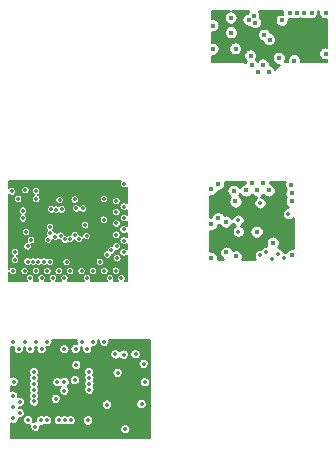
<source format=gbr>
G04 #@! TF.GenerationSoftware,KiCad,Pcbnew,(5.1.0)-1*
G04 #@! TF.CreationDate,2019-05-03T21:31:27-07:00*
G04 #@! TF.ProjectId,Miniscope-v4-PCB-fab-assembly_2,4d696e69-7363-46f7-9065-2d76342d5043,rev?*
G04 #@! TF.SameCoordinates,PX4b8e5e4PY51f011c*
G04 #@! TF.FileFunction,Copper,L5,Inr*
G04 #@! TF.FilePolarity,Positive*
%FSLAX46Y46*%
G04 Gerber Fmt 4.6, Leading zero omitted, Abs format (unit mm)*
G04 Created by KiCad (PCBNEW (5.1.0)-1) date 2019-05-03 21:31:27*
%MOMM*%
%LPD*%
G04 APERTURE LIST*
%ADD10C,0.355600*%
%ADD11C,0.450000*%
%ADD12C,0.127000*%
%ADD13C,0.152400*%
%ADD14C,0.254000*%
%ADD15C,0.177800*%
G04 APERTURE END LIST*
D10*
X13448800Y-25315600D03*
X13804400Y-27017400D03*
X4609600Y-26382400D03*
X4533400Y-19651400D03*
X6590800Y-19626000D03*
X5742800Y-23096000D03*
X12331200Y-20311800D03*
X7582899Y-23733600D03*
X7759200Y-22661600D03*
X8749800Y-21175400D03*
X9994400Y-21099200D03*
X12305800Y-22064400D03*
X7251197Y-25595003D03*
X5854200Y-25595000D03*
X5473200Y-21277000D03*
X5473200Y-21937400D03*
X12940800Y-24655200D03*
X12610600Y-25010800D03*
X9156198Y-25645800D03*
D11*
X31094020Y-4544540D03*
X26293420Y-9548340D03*
X26344220Y-6805140D03*
X23093020Y-4976340D03*
X25023420Y-4807440D03*
X28046020Y-4544540D03*
X29290620Y-4544540D03*
X27165920Y-8379939D03*
X23118420Y-6220940D03*
X26281580Y-19569060D03*
X21404780Y-25309460D03*
X23296180Y-19599060D03*
X25251980Y-23065150D03*
X26611780Y-23988662D03*
D10*
X13988020Y-33471340D03*
X15689820Y-34258740D03*
X8984220Y-35805600D03*
X8976600Y-36516800D03*
X15504400Y-37659800D03*
X12583400Y-37710600D03*
X9865600Y-35627800D03*
X10975580Y-39051720D03*
X8384780Y-35810680D03*
X8245080Y-37222920D03*
X4630660Y-32404540D03*
X6413000Y-37444600D03*
X6512800Y-39567340D03*
X13480020Y-35020740D03*
X5199620Y-38424340D03*
X4615420Y-36951140D03*
X13276820Y-33445936D03*
X8572000Y-20388000D03*
X5676400Y-19549806D03*
X5066800Y-20286400D03*
X14007600Y-19016400D03*
X5600200Y-26407811D03*
D11*
X21988980Y-19010260D03*
D10*
X4666220Y-38881540D03*
X15791420Y-35808140D03*
X5598405Y-32402000D03*
X4787400Y-25468000D03*
X6336774Y-25595000D03*
X10858000Y-23436000D03*
X9457890Y-23690000D03*
X4812800Y-24782200D03*
X13982200Y-24807600D03*
X13321800Y-26382400D03*
X6590800Y-20286400D03*
X6768587Y-25595000D03*
X10553200Y-21099200D03*
X11975600Y-25620400D03*
X27944380Y-21554860D03*
X23702580Y-23053460D03*
D11*
X22674780Y-24826858D03*
D10*
X23677180Y-22081919D03*
X14007600Y-19956200D03*
X5117600Y-26992000D03*
X7530600Y-19524400D03*
X6260600Y-24502800D03*
X11518400Y-21022994D03*
X8495800Y-22445400D03*
X4965200Y-21454800D03*
X12280401Y-23232800D03*
D11*
X26776020Y-8938740D03*
X27411020Y-4595340D03*
X27766620Y-5992340D03*
X22278420Y-7313140D03*
X31094020Y-8583140D03*
X26764180Y-18959460D03*
X22649380Y-19594460D03*
D10*
X5115805Y-33011600D03*
X4689080Y-35759880D03*
X14996400Y-33443400D03*
X6159000Y-23766200D03*
X10731000Y-22521600D03*
X9846600Y-20337200D03*
X13398000Y-24299600D03*
X7749601Y-25620400D03*
D11*
X23487580Y-25131660D03*
D10*
X7530600Y-26407810D03*
X9461000Y-26407810D03*
X10908800Y-26992000D03*
X12356600Y-26407800D03*
X13982200Y-22877200D03*
X8648200Y-23410600D03*
X7048000Y-26992000D03*
X8978400Y-26992000D03*
X10426200Y-26407810D03*
X12839200Y-27017400D03*
X13372600Y-21404000D03*
X5854200Y-24299600D03*
D11*
X22652488Y-22215929D03*
X28288180Y-25030060D03*
D10*
X14007600Y-21912000D03*
X7784600Y-23207400D03*
D11*
X21988980Y-21905860D03*
D10*
X27551580Y-25309460D03*
X13372600Y-22369200D03*
X8191000Y-23486800D03*
D11*
X21404780Y-22413860D03*
D10*
X27055380Y-24958460D03*
X8013200Y-26992000D03*
X9003800Y-23715400D03*
X8495800Y-26407810D03*
X9854878Y-23376516D03*
X11391400Y-26407810D03*
X10197600Y-23664606D03*
X14007600Y-20946800D03*
X7835400Y-21175400D03*
D11*
X28211980Y-19823060D03*
D10*
X13372600Y-20464200D03*
X8292600Y-21200800D03*
D11*
X28186580Y-19111860D03*
X21379380Y-19467460D03*
X23462180Y-20508860D03*
D10*
X14007600Y-23817000D03*
X6565400Y-26382400D03*
X13372600Y-23334400D03*
X6082800Y-26992000D03*
D11*
X28223780Y-20488060D03*
X25328220Y-9548340D03*
X25912420Y-6424140D03*
X31094020Y-8024340D03*
X25316363Y-19569060D03*
D10*
X26055738Y-24801460D03*
D11*
X25810820Y-8938740D03*
X25150420Y-5357340D03*
X28452420Y-8583140D03*
X25798980Y-18959460D03*
D10*
X26560980Y-25360260D03*
D11*
X24833780Y-18959460D03*
D10*
X25538009Y-20642831D03*
X25556780Y-25050950D03*
D11*
X24351180Y-19569060D03*
X28630220Y-4544540D03*
X29900220Y-4544540D03*
X21569020Y-5611340D03*
X27411020Y-5179534D03*
X24845620Y-8938740D03*
X24591620Y-5154140D03*
X24744020Y-8176740D03*
X23474020Y-7592540D03*
X21569020Y-7617940D03*
D10*
X5260580Y-39364140D03*
X7998000Y-39029600D03*
X13330160Y-32396920D03*
X14505000Y-32607740D03*
X8998000Y-34362889D03*
X10498000Y-34362889D03*
X8998000Y-39029600D03*
X14128000Y-39793400D03*
X8498000Y-39029600D03*
X7000480Y-39036480D03*
X7500860Y-39028860D03*
X9498000Y-39029600D03*
X10906999Y-33011600D03*
X6413000Y-35944600D03*
X7528803Y-32402000D03*
X6413000Y-35444600D03*
X7046203Y-33011600D03*
X6413000Y-34944600D03*
X6413000Y-36944600D03*
X6563604Y-32402000D03*
X4653520Y-37913801D03*
X6413000Y-36444600D03*
X6088527Y-33004077D03*
X5225020Y-37484540D03*
X5893396Y-39016516D03*
X12352488Y-32399744D03*
X11083000Y-36444600D03*
X11389599Y-32402000D03*
X11083000Y-35944600D03*
X10429480Y-32404540D03*
X11083000Y-35444600D03*
X9926560Y-33001440D03*
X11049240Y-34939460D03*
X8966440Y-33019220D03*
X9995140Y-34362889D03*
D12*
G36*
X13721523Y-18781622D02*
G01*
X13681217Y-18841945D01*
X13653454Y-18908971D01*
X13639300Y-18980126D01*
X13639300Y-19052674D01*
X13653454Y-19123829D01*
X13681217Y-19190855D01*
X13721523Y-19251178D01*
X13772822Y-19302477D01*
X13833145Y-19342783D01*
X13900171Y-19370546D01*
X13971326Y-19384700D01*
X14043874Y-19384700D01*
X14115029Y-19370546D01*
X14182055Y-19342783D01*
X14234501Y-19307740D01*
X14234501Y-20655460D01*
X14182055Y-20620417D01*
X14115029Y-20592654D01*
X14043874Y-20578500D01*
X13971326Y-20578500D01*
X13900171Y-20592654D01*
X13833145Y-20620417D01*
X13772822Y-20660723D01*
X13721523Y-20712022D01*
X13681217Y-20772345D01*
X13653454Y-20839371D01*
X13639300Y-20910526D01*
X13639300Y-20983074D01*
X13653454Y-21054229D01*
X13681217Y-21121255D01*
X13721523Y-21181578D01*
X13772822Y-21232877D01*
X13833145Y-21273183D01*
X13900171Y-21300946D01*
X13971326Y-21315100D01*
X14043874Y-21315100D01*
X14115029Y-21300946D01*
X14182055Y-21273183D01*
X14234501Y-21238140D01*
X14234501Y-21620660D01*
X14182055Y-21585617D01*
X14115029Y-21557854D01*
X14043874Y-21543700D01*
X13971326Y-21543700D01*
X13900171Y-21557854D01*
X13833145Y-21585617D01*
X13772822Y-21625923D01*
X13721523Y-21677222D01*
X13681217Y-21737545D01*
X13653454Y-21804571D01*
X13639300Y-21875726D01*
X13639300Y-21948274D01*
X13653454Y-22019429D01*
X13681217Y-22086455D01*
X13721523Y-22146778D01*
X13772822Y-22198077D01*
X13833145Y-22238383D01*
X13900171Y-22266146D01*
X13971326Y-22280300D01*
X14043874Y-22280300D01*
X14115029Y-22266146D01*
X14182055Y-22238383D01*
X14234501Y-22203340D01*
X14234501Y-22608646D01*
X14216978Y-22591123D01*
X14156655Y-22550817D01*
X14089629Y-22523054D01*
X14018474Y-22508900D01*
X13945926Y-22508900D01*
X13874771Y-22523054D01*
X13807745Y-22550817D01*
X13747422Y-22591123D01*
X13696123Y-22642422D01*
X13655817Y-22702745D01*
X13628054Y-22769771D01*
X13613900Y-22840926D01*
X13613900Y-22913474D01*
X13628054Y-22984629D01*
X13655817Y-23051655D01*
X13696123Y-23111978D01*
X13747422Y-23163277D01*
X13807745Y-23203583D01*
X13874771Y-23231346D01*
X13945926Y-23245500D01*
X14018474Y-23245500D01*
X14089629Y-23231346D01*
X14156655Y-23203583D01*
X14216978Y-23163277D01*
X14234500Y-23145755D01*
X14234500Y-23525659D01*
X14182055Y-23490617D01*
X14115029Y-23462854D01*
X14043874Y-23448700D01*
X13971326Y-23448700D01*
X13900171Y-23462854D01*
X13833145Y-23490617D01*
X13772822Y-23530923D01*
X13721523Y-23582222D01*
X13681217Y-23642545D01*
X13653454Y-23709571D01*
X13639300Y-23780726D01*
X13639300Y-23853274D01*
X13653454Y-23924429D01*
X13681217Y-23991455D01*
X13721523Y-24051778D01*
X13772822Y-24103077D01*
X13833145Y-24143383D01*
X13900171Y-24171146D01*
X13971326Y-24185300D01*
X14043874Y-24185300D01*
X14115029Y-24171146D01*
X14182055Y-24143383D01*
X14234500Y-24108341D01*
X14234500Y-24539045D01*
X14216978Y-24521523D01*
X14156655Y-24481217D01*
X14089629Y-24453454D01*
X14018474Y-24439300D01*
X13945926Y-24439300D01*
X13874771Y-24453454D01*
X13807745Y-24481217D01*
X13747422Y-24521523D01*
X13696123Y-24572822D01*
X13655817Y-24633145D01*
X13628054Y-24700171D01*
X13613900Y-24771326D01*
X13613900Y-24843874D01*
X13628054Y-24915029D01*
X13655817Y-24982055D01*
X13695499Y-25041444D01*
X13683578Y-25029523D01*
X13623255Y-24989217D01*
X13556229Y-24961454D01*
X13485074Y-24947300D01*
X13412526Y-24947300D01*
X13341371Y-24961454D01*
X13274345Y-24989217D01*
X13214022Y-25029523D01*
X13162723Y-25080822D01*
X13122417Y-25141145D01*
X13094654Y-25208171D01*
X13080500Y-25279326D01*
X13080500Y-25351874D01*
X13094654Y-25423029D01*
X13122417Y-25490055D01*
X13162723Y-25550378D01*
X13214022Y-25601677D01*
X13274345Y-25641983D01*
X13341371Y-25669746D01*
X13412526Y-25683900D01*
X13485074Y-25683900D01*
X13556229Y-25669746D01*
X13623255Y-25641983D01*
X13683578Y-25601677D01*
X13734877Y-25550378D01*
X13775183Y-25490055D01*
X13802946Y-25423029D01*
X13817100Y-25351874D01*
X13817100Y-25279326D01*
X13802946Y-25208171D01*
X13775183Y-25141145D01*
X13735501Y-25081756D01*
X13747422Y-25093677D01*
X13807745Y-25133983D01*
X13874771Y-25161746D01*
X13945926Y-25175900D01*
X14018474Y-25175900D01*
X14089629Y-25161746D01*
X14156655Y-25133983D01*
X14216978Y-25093677D01*
X14234500Y-25076155D01*
X14234500Y-27234500D01*
X14102289Y-27234500D01*
X14130783Y-27191855D01*
X14158546Y-27124829D01*
X14172700Y-27053674D01*
X14172700Y-26981126D01*
X14158546Y-26909971D01*
X14130783Y-26842945D01*
X14090477Y-26782622D01*
X14039178Y-26731323D01*
X13978855Y-26691017D01*
X13911829Y-26663254D01*
X13840674Y-26649100D01*
X13768126Y-26649100D01*
X13696971Y-26663254D01*
X13629945Y-26691017D01*
X13569622Y-26731323D01*
X13518323Y-26782622D01*
X13478017Y-26842945D01*
X13450254Y-26909971D01*
X13436100Y-26981126D01*
X13436100Y-27053674D01*
X13450254Y-27124829D01*
X13478017Y-27191855D01*
X13506511Y-27234500D01*
X13137089Y-27234500D01*
X13165583Y-27191855D01*
X13193346Y-27124829D01*
X13207500Y-27053674D01*
X13207500Y-26981126D01*
X13193346Y-26909971D01*
X13165583Y-26842945D01*
X13125277Y-26782622D01*
X13073978Y-26731323D01*
X13013655Y-26691017D01*
X12946629Y-26663254D01*
X12875474Y-26649100D01*
X12802926Y-26649100D01*
X12731771Y-26663254D01*
X12664745Y-26691017D01*
X12604422Y-26731323D01*
X12553123Y-26782622D01*
X12512817Y-26842945D01*
X12485054Y-26909971D01*
X12470900Y-26981126D01*
X12470900Y-27053674D01*
X12485054Y-27124829D01*
X12512817Y-27191855D01*
X12541311Y-27234500D01*
X11187155Y-27234500D01*
X11194877Y-27226778D01*
X11235183Y-27166455D01*
X11262946Y-27099429D01*
X11277100Y-27028274D01*
X11277100Y-26955726D01*
X11262946Y-26884571D01*
X11235183Y-26817545D01*
X11194877Y-26757222D01*
X11143578Y-26705923D01*
X11083255Y-26665617D01*
X11016229Y-26637854D01*
X10945074Y-26623700D01*
X10872526Y-26623700D01*
X10801371Y-26637854D01*
X10734345Y-26665617D01*
X10674022Y-26705923D01*
X10622723Y-26757222D01*
X10582417Y-26817545D01*
X10554654Y-26884571D01*
X10540500Y-26955726D01*
X10540500Y-27028274D01*
X10554654Y-27099429D01*
X10582417Y-27166455D01*
X10622723Y-27226778D01*
X10630445Y-27234500D01*
X9256755Y-27234500D01*
X9264477Y-27226778D01*
X9304783Y-27166455D01*
X9332546Y-27099429D01*
X9346700Y-27028274D01*
X9346700Y-26955726D01*
X9332546Y-26884571D01*
X9304783Y-26817545D01*
X9264477Y-26757222D01*
X9213178Y-26705923D01*
X9152855Y-26665617D01*
X9085829Y-26637854D01*
X9014674Y-26623700D01*
X8942126Y-26623700D01*
X8870971Y-26637854D01*
X8803945Y-26665617D01*
X8743622Y-26705923D01*
X8692323Y-26757222D01*
X8652017Y-26817545D01*
X8624254Y-26884571D01*
X8610100Y-26955726D01*
X8610100Y-27028274D01*
X8624254Y-27099429D01*
X8652017Y-27166455D01*
X8692323Y-27226778D01*
X8700045Y-27234500D01*
X8291555Y-27234500D01*
X8299277Y-27226778D01*
X8339583Y-27166455D01*
X8367346Y-27099429D01*
X8381500Y-27028274D01*
X8381500Y-26955726D01*
X8367346Y-26884571D01*
X8339583Y-26817545D01*
X8299277Y-26757222D01*
X8247978Y-26705923D01*
X8187655Y-26665617D01*
X8120629Y-26637854D01*
X8049474Y-26623700D01*
X7976926Y-26623700D01*
X7905771Y-26637854D01*
X7838745Y-26665617D01*
X7778422Y-26705923D01*
X7727123Y-26757222D01*
X7686817Y-26817545D01*
X7659054Y-26884571D01*
X7644900Y-26955726D01*
X7644900Y-27028274D01*
X7659054Y-27099429D01*
X7686817Y-27166455D01*
X7727123Y-27226778D01*
X7734845Y-27234500D01*
X7326355Y-27234500D01*
X7334077Y-27226778D01*
X7374383Y-27166455D01*
X7402146Y-27099429D01*
X7416300Y-27028274D01*
X7416300Y-26955726D01*
X7402146Y-26884571D01*
X7374383Y-26817545D01*
X7334077Y-26757222D01*
X7282778Y-26705923D01*
X7222455Y-26665617D01*
X7155429Y-26637854D01*
X7084274Y-26623700D01*
X7011726Y-26623700D01*
X6940571Y-26637854D01*
X6873545Y-26665617D01*
X6813222Y-26705923D01*
X6761923Y-26757222D01*
X6721617Y-26817545D01*
X6693854Y-26884571D01*
X6679700Y-26955726D01*
X6679700Y-27028274D01*
X6693854Y-27099429D01*
X6721617Y-27166455D01*
X6761923Y-27226778D01*
X6769645Y-27234500D01*
X6361155Y-27234500D01*
X6368877Y-27226778D01*
X6409183Y-27166455D01*
X6436946Y-27099429D01*
X6451100Y-27028274D01*
X6451100Y-26955726D01*
X6436946Y-26884571D01*
X6409183Y-26817545D01*
X6368877Y-26757222D01*
X6317578Y-26705923D01*
X6257255Y-26665617D01*
X6190229Y-26637854D01*
X6119074Y-26623700D01*
X6046526Y-26623700D01*
X5975371Y-26637854D01*
X5908345Y-26665617D01*
X5848022Y-26705923D01*
X5796723Y-26757222D01*
X5756417Y-26817545D01*
X5728654Y-26884571D01*
X5714500Y-26955726D01*
X5714500Y-27028274D01*
X5728654Y-27099429D01*
X5756417Y-27166455D01*
X5796723Y-27226778D01*
X5804445Y-27234500D01*
X4265500Y-27234500D01*
X4265500Y-26514082D01*
X4283217Y-26556855D01*
X4323523Y-26617178D01*
X4374822Y-26668477D01*
X4435145Y-26708783D01*
X4502171Y-26736546D01*
X4573326Y-26750700D01*
X4645874Y-26750700D01*
X4717029Y-26736546D01*
X4784055Y-26708783D01*
X4844378Y-26668477D01*
X4895677Y-26617178D01*
X4935983Y-26556855D01*
X4963746Y-26489829D01*
X4977900Y-26418674D01*
X4977900Y-26371537D01*
X5231900Y-26371537D01*
X5231900Y-26444085D01*
X5246054Y-26515240D01*
X5273817Y-26582266D01*
X5314123Y-26642589D01*
X5365422Y-26693888D01*
X5425745Y-26734194D01*
X5492771Y-26761957D01*
X5563926Y-26776111D01*
X5636474Y-26776111D01*
X5707629Y-26761957D01*
X5774655Y-26734194D01*
X5834978Y-26693888D01*
X5886277Y-26642589D01*
X5926583Y-26582266D01*
X5954346Y-26515240D01*
X5968500Y-26444085D01*
X5968500Y-26371537D01*
X5963446Y-26346126D01*
X6197100Y-26346126D01*
X6197100Y-26418674D01*
X6211254Y-26489829D01*
X6239017Y-26556855D01*
X6279323Y-26617178D01*
X6330622Y-26668477D01*
X6390945Y-26708783D01*
X6457971Y-26736546D01*
X6529126Y-26750700D01*
X6601674Y-26750700D01*
X6672829Y-26736546D01*
X6739855Y-26708783D01*
X6800178Y-26668477D01*
X6851477Y-26617178D01*
X6891783Y-26556855D01*
X6919546Y-26489829D01*
X6933700Y-26418674D01*
X6933700Y-26371536D01*
X7162300Y-26371536D01*
X7162300Y-26444084D01*
X7176454Y-26515239D01*
X7204217Y-26582265D01*
X7244523Y-26642588D01*
X7295822Y-26693887D01*
X7356145Y-26734193D01*
X7423171Y-26761956D01*
X7494326Y-26776110D01*
X7566874Y-26776110D01*
X7638029Y-26761956D01*
X7705055Y-26734193D01*
X7765378Y-26693887D01*
X7816677Y-26642588D01*
X7856983Y-26582265D01*
X7884746Y-26515239D01*
X7898900Y-26444084D01*
X7898900Y-26371536D01*
X8127500Y-26371536D01*
X8127500Y-26444084D01*
X8141654Y-26515239D01*
X8169417Y-26582265D01*
X8209723Y-26642588D01*
X8261022Y-26693887D01*
X8321345Y-26734193D01*
X8388371Y-26761956D01*
X8459526Y-26776110D01*
X8532074Y-26776110D01*
X8603229Y-26761956D01*
X8670255Y-26734193D01*
X8730578Y-26693887D01*
X8781877Y-26642588D01*
X8822183Y-26582265D01*
X8849946Y-26515239D01*
X8864100Y-26444084D01*
X8864100Y-26371536D01*
X9092700Y-26371536D01*
X9092700Y-26444084D01*
X9106854Y-26515239D01*
X9134617Y-26582265D01*
X9174923Y-26642588D01*
X9226222Y-26693887D01*
X9286545Y-26734193D01*
X9353571Y-26761956D01*
X9424726Y-26776110D01*
X9497274Y-26776110D01*
X9568429Y-26761956D01*
X9635455Y-26734193D01*
X9695778Y-26693887D01*
X9747077Y-26642588D01*
X9787383Y-26582265D01*
X9815146Y-26515239D01*
X9829300Y-26444084D01*
X9829300Y-26371536D01*
X10057900Y-26371536D01*
X10057900Y-26444084D01*
X10072054Y-26515239D01*
X10099817Y-26582265D01*
X10140123Y-26642588D01*
X10191422Y-26693887D01*
X10251745Y-26734193D01*
X10318771Y-26761956D01*
X10389926Y-26776110D01*
X10462474Y-26776110D01*
X10533629Y-26761956D01*
X10600655Y-26734193D01*
X10660978Y-26693887D01*
X10712277Y-26642588D01*
X10752583Y-26582265D01*
X10780346Y-26515239D01*
X10794500Y-26444084D01*
X10794500Y-26371536D01*
X11023100Y-26371536D01*
X11023100Y-26444084D01*
X11037254Y-26515239D01*
X11065017Y-26582265D01*
X11105323Y-26642588D01*
X11156622Y-26693887D01*
X11216945Y-26734193D01*
X11283971Y-26761956D01*
X11355126Y-26776110D01*
X11427674Y-26776110D01*
X11498829Y-26761956D01*
X11565855Y-26734193D01*
X11626178Y-26693887D01*
X11677477Y-26642588D01*
X11717783Y-26582265D01*
X11745546Y-26515239D01*
X11759700Y-26444084D01*
X11759700Y-26371536D01*
X11759699Y-26371526D01*
X11988300Y-26371526D01*
X11988300Y-26444074D01*
X12002454Y-26515229D01*
X12030217Y-26582255D01*
X12070523Y-26642578D01*
X12121822Y-26693877D01*
X12182145Y-26734183D01*
X12249171Y-26761946D01*
X12320326Y-26776100D01*
X12392874Y-26776100D01*
X12464029Y-26761946D01*
X12531055Y-26734183D01*
X12591378Y-26693877D01*
X12642677Y-26642578D01*
X12682983Y-26582255D01*
X12710746Y-26515229D01*
X12724900Y-26444074D01*
X12724900Y-26371526D01*
X12719848Y-26346126D01*
X12953500Y-26346126D01*
X12953500Y-26418674D01*
X12967654Y-26489829D01*
X12995417Y-26556855D01*
X13035723Y-26617178D01*
X13087022Y-26668477D01*
X13147345Y-26708783D01*
X13214371Y-26736546D01*
X13285526Y-26750700D01*
X13358074Y-26750700D01*
X13429229Y-26736546D01*
X13496255Y-26708783D01*
X13556578Y-26668477D01*
X13607877Y-26617178D01*
X13648183Y-26556855D01*
X13675946Y-26489829D01*
X13690100Y-26418674D01*
X13690100Y-26346126D01*
X13675946Y-26274971D01*
X13648183Y-26207945D01*
X13607877Y-26147622D01*
X13556578Y-26096323D01*
X13496255Y-26056017D01*
X13429229Y-26028254D01*
X13358074Y-26014100D01*
X13285526Y-26014100D01*
X13214371Y-26028254D01*
X13147345Y-26056017D01*
X13087022Y-26096323D01*
X13035723Y-26147622D01*
X12995417Y-26207945D01*
X12967654Y-26274971D01*
X12953500Y-26346126D01*
X12719848Y-26346126D01*
X12710746Y-26300371D01*
X12682983Y-26233345D01*
X12642677Y-26173022D01*
X12591378Y-26121723D01*
X12531055Y-26081417D01*
X12464029Y-26053654D01*
X12392874Y-26039500D01*
X12320326Y-26039500D01*
X12249171Y-26053654D01*
X12182145Y-26081417D01*
X12121822Y-26121723D01*
X12070523Y-26173022D01*
X12030217Y-26233345D01*
X12002454Y-26300371D01*
X11988300Y-26371526D01*
X11759699Y-26371526D01*
X11745546Y-26300381D01*
X11717783Y-26233355D01*
X11677477Y-26173032D01*
X11626178Y-26121733D01*
X11565855Y-26081427D01*
X11498829Y-26053664D01*
X11427674Y-26039510D01*
X11355126Y-26039510D01*
X11283971Y-26053664D01*
X11216945Y-26081427D01*
X11156622Y-26121733D01*
X11105323Y-26173032D01*
X11065017Y-26233355D01*
X11037254Y-26300381D01*
X11023100Y-26371536D01*
X10794500Y-26371536D01*
X10780346Y-26300381D01*
X10752583Y-26233355D01*
X10712277Y-26173032D01*
X10660978Y-26121733D01*
X10600655Y-26081427D01*
X10533629Y-26053664D01*
X10462474Y-26039510D01*
X10389926Y-26039510D01*
X10318771Y-26053664D01*
X10251745Y-26081427D01*
X10191422Y-26121733D01*
X10140123Y-26173032D01*
X10099817Y-26233355D01*
X10072054Y-26300381D01*
X10057900Y-26371536D01*
X9829300Y-26371536D01*
X9815146Y-26300381D01*
X9787383Y-26233355D01*
X9747077Y-26173032D01*
X9695778Y-26121733D01*
X9635455Y-26081427D01*
X9568429Y-26053664D01*
X9497274Y-26039510D01*
X9424726Y-26039510D01*
X9353571Y-26053664D01*
X9286545Y-26081427D01*
X9226222Y-26121733D01*
X9174923Y-26173032D01*
X9134617Y-26233355D01*
X9106854Y-26300381D01*
X9092700Y-26371536D01*
X8864100Y-26371536D01*
X8849946Y-26300381D01*
X8822183Y-26233355D01*
X8781877Y-26173032D01*
X8730578Y-26121733D01*
X8670255Y-26081427D01*
X8603229Y-26053664D01*
X8532074Y-26039510D01*
X8459526Y-26039510D01*
X8388371Y-26053664D01*
X8321345Y-26081427D01*
X8261022Y-26121733D01*
X8209723Y-26173032D01*
X8169417Y-26233355D01*
X8141654Y-26300381D01*
X8127500Y-26371536D01*
X7898900Y-26371536D01*
X7884746Y-26300381D01*
X7856983Y-26233355D01*
X7816677Y-26173032D01*
X7765378Y-26121733D01*
X7705055Y-26081427D01*
X7638029Y-26053664D01*
X7566874Y-26039510D01*
X7494326Y-26039510D01*
X7423171Y-26053664D01*
X7356145Y-26081427D01*
X7295822Y-26121733D01*
X7244523Y-26173032D01*
X7204217Y-26233355D01*
X7176454Y-26300381D01*
X7162300Y-26371536D01*
X6933700Y-26371536D01*
X6933700Y-26346126D01*
X6919546Y-26274971D01*
X6891783Y-26207945D01*
X6851477Y-26147622D01*
X6800178Y-26096323D01*
X6739855Y-26056017D01*
X6672829Y-26028254D01*
X6601674Y-26014100D01*
X6529126Y-26014100D01*
X6457971Y-26028254D01*
X6390945Y-26056017D01*
X6330622Y-26096323D01*
X6279323Y-26147622D01*
X6239017Y-26207945D01*
X6211254Y-26274971D01*
X6197100Y-26346126D01*
X5963446Y-26346126D01*
X5954346Y-26300382D01*
X5926583Y-26233356D01*
X5886277Y-26173033D01*
X5834978Y-26121734D01*
X5774655Y-26081428D01*
X5707629Y-26053665D01*
X5636474Y-26039511D01*
X5563926Y-26039511D01*
X5492771Y-26053665D01*
X5425745Y-26081428D01*
X5365422Y-26121734D01*
X5314123Y-26173033D01*
X5273817Y-26233356D01*
X5246054Y-26300382D01*
X5231900Y-26371537D01*
X4977900Y-26371537D01*
X4977900Y-26346126D01*
X4963746Y-26274971D01*
X4935983Y-26207945D01*
X4895677Y-26147622D01*
X4844378Y-26096323D01*
X4784055Y-26056017D01*
X4717029Y-26028254D01*
X4645874Y-26014100D01*
X4573326Y-26014100D01*
X4502171Y-26028254D01*
X4435145Y-26056017D01*
X4374822Y-26096323D01*
X4323523Y-26147622D01*
X4283217Y-26207945D01*
X4265500Y-26250718D01*
X4265500Y-25431726D01*
X4419100Y-25431726D01*
X4419100Y-25504274D01*
X4433254Y-25575429D01*
X4461017Y-25642455D01*
X4501323Y-25702778D01*
X4552622Y-25754077D01*
X4612945Y-25794383D01*
X4679971Y-25822146D01*
X4751126Y-25836300D01*
X4823674Y-25836300D01*
X4894829Y-25822146D01*
X4961855Y-25794383D01*
X5022178Y-25754077D01*
X5073477Y-25702778D01*
X5113783Y-25642455D01*
X5141546Y-25575429D01*
X5144868Y-25558726D01*
X5485900Y-25558726D01*
X5485900Y-25631274D01*
X5500054Y-25702429D01*
X5527817Y-25769455D01*
X5568123Y-25829778D01*
X5619422Y-25881077D01*
X5679745Y-25921383D01*
X5746771Y-25949146D01*
X5817926Y-25963300D01*
X5890474Y-25963300D01*
X5961629Y-25949146D01*
X6028655Y-25921383D01*
X6088978Y-25881077D01*
X6095487Y-25874568D01*
X6101996Y-25881077D01*
X6162319Y-25921383D01*
X6229345Y-25949146D01*
X6300500Y-25963300D01*
X6373048Y-25963300D01*
X6444203Y-25949146D01*
X6511229Y-25921383D01*
X6552681Y-25893686D01*
X6594132Y-25921383D01*
X6661158Y-25949146D01*
X6732313Y-25963300D01*
X6804861Y-25963300D01*
X6876016Y-25949146D01*
X6943042Y-25921383D01*
X7003365Y-25881077D01*
X7009891Y-25874552D01*
X7016419Y-25881080D01*
X7076742Y-25921386D01*
X7143768Y-25949149D01*
X7214923Y-25963303D01*
X7287471Y-25963303D01*
X7358626Y-25949149D01*
X7425652Y-25921386D01*
X7485975Y-25881080D01*
X7487701Y-25879355D01*
X7514823Y-25906477D01*
X7575146Y-25946783D01*
X7642172Y-25974546D01*
X7713327Y-25988700D01*
X7785875Y-25988700D01*
X7857030Y-25974546D01*
X7924056Y-25946783D01*
X7984379Y-25906477D01*
X8035678Y-25855178D01*
X8075984Y-25794855D01*
X8103747Y-25727829D01*
X8117901Y-25656674D01*
X8117901Y-25609526D01*
X8787898Y-25609526D01*
X8787898Y-25682074D01*
X8802052Y-25753229D01*
X8829815Y-25820255D01*
X8870121Y-25880578D01*
X8921420Y-25931877D01*
X8981743Y-25972183D01*
X9048769Y-25999946D01*
X9119924Y-26014100D01*
X9192472Y-26014100D01*
X9263627Y-25999946D01*
X9330653Y-25972183D01*
X9390976Y-25931877D01*
X9442275Y-25880578D01*
X9482581Y-25820255D01*
X9510344Y-25753229D01*
X9524498Y-25682074D01*
X9524498Y-25609526D01*
X9519446Y-25584126D01*
X11607300Y-25584126D01*
X11607300Y-25656674D01*
X11621454Y-25727829D01*
X11649217Y-25794855D01*
X11689523Y-25855178D01*
X11740822Y-25906477D01*
X11801145Y-25946783D01*
X11868171Y-25974546D01*
X11939326Y-25988700D01*
X12011874Y-25988700D01*
X12083029Y-25974546D01*
X12150055Y-25946783D01*
X12210378Y-25906477D01*
X12261677Y-25855178D01*
X12301983Y-25794855D01*
X12329746Y-25727829D01*
X12343900Y-25656674D01*
X12343900Y-25584126D01*
X12329746Y-25512971D01*
X12301983Y-25445945D01*
X12261677Y-25385622D01*
X12210378Y-25334323D01*
X12150055Y-25294017D01*
X12083029Y-25266254D01*
X12011874Y-25252100D01*
X11939326Y-25252100D01*
X11868171Y-25266254D01*
X11801145Y-25294017D01*
X11740822Y-25334323D01*
X11689523Y-25385622D01*
X11649217Y-25445945D01*
X11621454Y-25512971D01*
X11607300Y-25584126D01*
X9519446Y-25584126D01*
X9510344Y-25538371D01*
X9482581Y-25471345D01*
X9442275Y-25411022D01*
X9390976Y-25359723D01*
X9330653Y-25319417D01*
X9263627Y-25291654D01*
X9192472Y-25277500D01*
X9119924Y-25277500D01*
X9048769Y-25291654D01*
X8981743Y-25319417D01*
X8921420Y-25359723D01*
X8870121Y-25411022D01*
X8829815Y-25471345D01*
X8802052Y-25538371D01*
X8787898Y-25609526D01*
X8117901Y-25609526D01*
X8117901Y-25584126D01*
X8103747Y-25512971D01*
X8075984Y-25445945D01*
X8035678Y-25385622D01*
X7984379Y-25334323D01*
X7924056Y-25294017D01*
X7857030Y-25266254D01*
X7785875Y-25252100D01*
X7713327Y-25252100D01*
X7642172Y-25266254D01*
X7575146Y-25294017D01*
X7514823Y-25334323D01*
X7513098Y-25336049D01*
X7485975Y-25308926D01*
X7425652Y-25268620D01*
X7358626Y-25240857D01*
X7287471Y-25226703D01*
X7214923Y-25226703D01*
X7143768Y-25240857D01*
X7076742Y-25268620D01*
X7016419Y-25308926D01*
X7009894Y-25315452D01*
X7003365Y-25308923D01*
X6943042Y-25268617D01*
X6876016Y-25240854D01*
X6804861Y-25226700D01*
X6732313Y-25226700D01*
X6661158Y-25240854D01*
X6594132Y-25268617D01*
X6552681Y-25296314D01*
X6511229Y-25268617D01*
X6444203Y-25240854D01*
X6373048Y-25226700D01*
X6300500Y-25226700D01*
X6229345Y-25240854D01*
X6162319Y-25268617D01*
X6101996Y-25308923D01*
X6095487Y-25315432D01*
X6088978Y-25308923D01*
X6028655Y-25268617D01*
X5961629Y-25240854D01*
X5890474Y-25226700D01*
X5817926Y-25226700D01*
X5746771Y-25240854D01*
X5679745Y-25268617D01*
X5619422Y-25308923D01*
X5568123Y-25360222D01*
X5527817Y-25420545D01*
X5500054Y-25487571D01*
X5485900Y-25558726D01*
X5144868Y-25558726D01*
X5155700Y-25504274D01*
X5155700Y-25431726D01*
X5141546Y-25360571D01*
X5113783Y-25293545D01*
X5073477Y-25233222D01*
X5022178Y-25181923D01*
X4961855Y-25141617D01*
X4934679Y-25130360D01*
X4987255Y-25108583D01*
X5047578Y-25068277D01*
X5098877Y-25016978D01*
X5127242Y-24974526D01*
X12242300Y-24974526D01*
X12242300Y-25047074D01*
X12256454Y-25118229D01*
X12284217Y-25185255D01*
X12324523Y-25245578D01*
X12375822Y-25296877D01*
X12436145Y-25337183D01*
X12503171Y-25364946D01*
X12574326Y-25379100D01*
X12646874Y-25379100D01*
X12718029Y-25364946D01*
X12785055Y-25337183D01*
X12845378Y-25296877D01*
X12896677Y-25245578D01*
X12936983Y-25185255D01*
X12964746Y-25118229D01*
X12978900Y-25047074D01*
X12978900Y-25023137D01*
X13048229Y-25009346D01*
X13115255Y-24981583D01*
X13175578Y-24941277D01*
X13226877Y-24889978D01*
X13267183Y-24829655D01*
X13294946Y-24762629D01*
X13309100Y-24691474D01*
X13309100Y-24657432D01*
X13361726Y-24667900D01*
X13434274Y-24667900D01*
X13505429Y-24653746D01*
X13572455Y-24625983D01*
X13632778Y-24585677D01*
X13684077Y-24534378D01*
X13724383Y-24474055D01*
X13752146Y-24407029D01*
X13766300Y-24335874D01*
X13766300Y-24263326D01*
X13752146Y-24192171D01*
X13724383Y-24125145D01*
X13684077Y-24064822D01*
X13632778Y-24013523D01*
X13572455Y-23973217D01*
X13505429Y-23945454D01*
X13434274Y-23931300D01*
X13361726Y-23931300D01*
X13290571Y-23945454D01*
X13223545Y-23973217D01*
X13163222Y-24013523D01*
X13111923Y-24064822D01*
X13071617Y-24125145D01*
X13043854Y-24192171D01*
X13029700Y-24263326D01*
X13029700Y-24297368D01*
X12977074Y-24286900D01*
X12904526Y-24286900D01*
X12833371Y-24301054D01*
X12766345Y-24328817D01*
X12706022Y-24369123D01*
X12654723Y-24420422D01*
X12614417Y-24480745D01*
X12586654Y-24547771D01*
X12572500Y-24618926D01*
X12572500Y-24642863D01*
X12503171Y-24656654D01*
X12436145Y-24684417D01*
X12375822Y-24724723D01*
X12324523Y-24776022D01*
X12284217Y-24836345D01*
X12256454Y-24903371D01*
X12242300Y-24974526D01*
X5127242Y-24974526D01*
X5139183Y-24956655D01*
X5166946Y-24889629D01*
X5181100Y-24818474D01*
X5181100Y-24745926D01*
X5166946Y-24674771D01*
X5139183Y-24607745D01*
X5098877Y-24547422D01*
X5047578Y-24496123D01*
X4987255Y-24455817D01*
X4920229Y-24428054D01*
X4849074Y-24413900D01*
X4776526Y-24413900D01*
X4705371Y-24428054D01*
X4638345Y-24455817D01*
X4578022Y-24496123D01*
X4526723Y-24547422D01*
X4486417Y-24607745D01*
X4458654Y-24674771D01*
X4444500Y-24745926D01*
X4444500Y-24818474D01*
X4458654Y-24889629D01*
X4486417Y-24956655D01*
X4526723Y-25016978D01*
X4578022Y-25068277D01*
X4638345Y-25108583D01*
X4665521Y-25119840D01*
X4612945Y-25141617D01*
X4552622Y-25181923D01*
X4501323Y-25233222D01*
X4461017Y-25293545D01*
X4433254Y-25360571D01*
X4419100Y-25431726D01*
X4265500Y-25431726D01*
X4265500Y-24263326D01*
X5485900Y-24263326D01*
X5485900Y-24335874D01*
X5500054Y-24407029D01*
X5527817Y-24474055D01*
X5568123Y-24534378D01*
X5619422Y-24585677D01*
X5679745Y-24625983D01*
X5746771Y-24653746D01*
X5817926Y-24667900D01*
X5890474Y-24667900D01*
X5961629Y-24653746D01*
X6028655Y-24625983D01*
X6088978Y-24585677D01*
X6140277Y-24534378D01*
X6180583Y-24474055D01*
X6208346Y-24407029D01*
X6222500Y-24335874D01*
X6222500Y-24263326D01*
X6208346Y-24192171D01*
X6184458Y-24134500D01*
X6195274Y-24134500D01*
X6266429Y-24120346D01*
X6333455Y-24092583D01*
X6393778Y-24052277D01*
X6445077Y-24000978D01*
X6485383Y-23940655D01*
X6513146Y-23873629D01*
X6527300Y-23802474D01*
X6527300Y-23729926D01*
X6520816Y-23697326D01*
X7214599Y-23697326D01*
X7214599Y-23769874D01*
X7228753Y-23841029D01*
X7256516Y-23908055D01*
X7296822Y-23968378D01*
X7348121Y-24019677D01*
X7408444Y-24059983D01*
X7475470Y-24087746D01*
X7546625Y-24101900D01*
X7619173Y-24101900D01*
X7690328Y-24087746D01*
X7757354Y-24059983D01*
X7817677Y-24019677D01*
X7868976Y-23968378D01*
X7909282Y-23908055D01*
X7937045Y-23841029D01*
X7951199Y-23769874D01*
X7951199Y-23767854D01*
X7956222Y-23772877D01*
X8016545Y-23813183D01*
X8083571Y-23840946D01*
X8154726Y-23855100D01*
X8227274Y-23855100D01*
X8298429Y-23840946D01*
X8365455Y-23813183D01*
X8425778Y-23772877D01*
X8466508Y-23732147D01*
X8473745Y-23736983D01*
X8540771Y-23764746D01*
X8611926Y-23778900D01*
X8640916Y-23778900D01*
X8649654Y-23822829D01*
X8677417Y-23889855D01*
X8717723Y-23950178D01*
X8769022Y-24001477D01*
X8829345Y-24041783D01*
X8896371Y-24069546D01*
X8967526Y-24083700D01*
X9040074Y-24083700D01*
X9111229Y-24069546D01*
X9178255Y-24041783D01*
X9238578Y-24001477D01*
X9247610Y-23992445D01*
X9283435Y-24016383D01*
X9350461Y-24044146D01*
X9421616Y-24058300D01*
X9494164Y-24058300D01*
X9565319Y-24044146D01*
X9632345Y-24016383D01*
X9692668Y-23976077D01*
X9743967Y-23924778D01*
X9784273Y-23864455D01*
X9812036Y-23797429D01*
X9822502Y-23744816D01*
X9838040Y-23744816D01*
X9843454Y-23772035D01*
X9871217Y-23839061D01*
X9911523Y-23899384D01*
X9962822Y-23950683D01*
X10023145Y-23990989D01*
X10090171Y-24018752D01*
X10161326Y-24032906D01*
X10233874Y-24032906D01*
X10305029Y-24018752D01*
X10372055Y-23990989D01*
X10432378Y-23950683D01*
X10483677Y-23899384D01*
X10523983Y-23839061D01*
X10551746Y-23772035D01*
X10565900Y-23700880D01*
X10565900Y-23661764D01*
X10571923Y-23670778D01*
X10623222Y-23722077D01*
X10683545Y-23762383D01*
X10750571Y-23790146D01*
X10821726Y-23804300D01*
X10894274Y-23804300D01*
X10965429Y-23790146D01*
X11032455Y-23762383D01*
X11092778Y-23722077D01*
X11144077Y-23670778D01*
X11184383Y-23610455D01*
X11212146Y-23543429D01*
X11226300Y-23472274D01*
X11226300Y-23399726D01*
X11212146Y-23328571D01*
X11199536Y-23298126D01*
X13004300Y-23298126D01*
X13004300Y-23370674D01*
X13018454Y-23441829D01*
X13046217Y-23508855D01*
X13086523Y-23569178D01*
X13137822Y-23620477D01*
X13198145Y-23660783D01*
X13265171Y-23688546D01*
X13336326Y-23702700D01*
X13408874Y-23702700D01*
X13480029Y-23688546D01*
X13547055Y-23660783D01*
X13607378Y-23620477D01*
X13658677Y-23569178D01*
X13698983Y-23508855D01*
X13726746Y-23441829D01*
X13740900Y-23370674D01*
X13740900Y-23298126D01*
X13726746Y-23226971D01*
X13698983Y-23159945D01*
X13658677Y-23099622D01*
X13607378Y-23048323D01*
X13547055Y-23008017D01*
X13480029Y-22980254D01*
X13408874Y-22966100D01*
X13336326Y-22966100D01*
X13265171Y-22980254D01*
X13198145Y-23008017D01*
X13137822Y-23048323D01*
X13086523Y-23099622D01*
X13046217Y-23159945D01*
X13018454Y-23226971D01*
X13004300Y-23298126D01*
X11199536Y-23298126D01*
X11184383Y-23261545D01*
X11144077Y-23201222D01*
X11092778Y-23149923D01*
X11032455Y-23109617D01*
X10965429Y-23081854D01*
X10894274Y-23067700D01*
X10821726Y-23067700D01*
X10750571Y-23081854D01*
X10683545Y-23109617D01*
X10623222Y-23149923D01*
X10571923Y-23201222D01*
X10531617Y-23261545D01*
X10503854Y-23328571D01*
X10489700Y-23399726D01*
X10489700Y-23438842D01*
X10483677Y-23429828D01*
X10432378Y-23378529D01*
X10372055Y-23338223D01*
X10305029Y-23310460D01*
X10233874Y-23296306D01*
X10214438Y-23296306D01*
X10209024Y-23269087D01*
X10181261Y-23202061D01*
X10140955Y-23141738D01*
X10089656Y-23090439D01*
X10029333Y-23050133D01*
X9962307Y-23022370D01*
X9891152Y-23008216D01*
X9818604Y-23008216D01*
X9747449Y-23022370D01*
X9680423Y-23050133D01*
X9620100Y-23090439D01*
X9568801Y-23141738D01*
X9528495Y-23202061D01*
X9500732Y-23269087D01*
X9490266Y-23321700D01*
X9421616Y-23321700D01*
X9350461Y-23335854D01*
X9283435Y-23363617D01*
X9223112Y-23403923D01*
X9214080Y-23412955D01*
X9178255Y-23389017D01*
X9111229Y-23361254D01*
X9040074Y-23347100D01*
X9011084Y-23347100D01*
X9002346Y-23303171D01*
X8974583Y-23236145D01*
X8934277Y-23175822D01*
X8882978Y-23124523D01*
X8822655Y-23084217D01*
X8755629Y-23056454D01*
X8684474Y-23042300D01*
X8611926Y-23042300D01*
X8540771Y-23056454D01*
X8473745Y-23084217D01*
X8413422Y-23124523D01*
X8372692Y-23165253D01*
X8365455Y-23160417D01*
X8298429Y-23132654D01*
X8227274Y-23118500D01*
X8154726Y-23118500D01*
X8142900Y-23120852D01*
X8138746Y-23099971D01*
X8110983Y-23032945D01*
X8070677Y-22972622D01*
X8019855Y-22921800D01*
X8045277Y-22896378D01*
X8085583Y-22836055D01*
X8113346Y-22769029D01*
X8127500Y-22697874D01*
X8127500Y-22625326D01*
X8113346Y-22554171D01*
X8085583Y-22487145D01*
X8084368Y-22485326D01*
X10362700Y-22485326D01*
X10362700Y-22557874D01*
X10376854Y-22629029D01*
X10404617Y-22696055D01*
X10444923Y-22756378D01*
X10496222Y-22807677D01*
X10556545Y-22847983D01*
X10623571Y-22875746D01*
X10694726Y-22889900D01*
X10767274Y-22889900D01*
X10838429Y-22875746D01*
X10905455Y-22847983D01*
X10965778Y-22807677D01*
X11017077Y-22756378D01*
X11057383Y-22696055D01*
X11085146Y-22629029D01*
X11099300Y-22557874D01*
X11099300Y-22485326D01*
X11085146Y-22414171D01*
X11057383Y-22347145D01*
X11017077Y-22286822D01*
X10965778Y-22235523D01*
X10905455Y-22195217D01*
X10838429Y-22167454D01*
X10767274Y-22153300D01*
X10694726Y-22153300D01*
X10623571Y-22167454D01*
X10556545Y-22195217D01*
X10496222Y-22235523D01*
X10444923Y-22286822D01*
X10404617Y-22347145D01*
X10376854Y-22414171D01*
X10362700Y-22485326D01*
X8084368Y-22485326D01*
X8045277Y-22426822D01*
X7993978Y-22375523D01*
X7933655Y-22335217D01*
X7866629Y-22307454D01*
X7795474Y-22293300D01*
X7722926Y-22293300D01*
X7651771Y-22307454D01*
X7584745Y-22335217D01*
X7524422Y-22375523D01*
X7473123Y-22426822D01*
X7432817Y-22487145D01*
X7405054Y-22554171D01*
X7390900Y-22625326D01*
X7390900Y-22697874D01*
X7405054Y-22769029D01*
X7432817Y-22836055D01*
X7473123Y-22896378D01*
X7523945Y-22947200D01*
X7498523Y-22972622D01*
X7458217Y-23032945D01*
X7430454Y-23099971D01*
X7416300Y-23171126D01*
X7416300Y-23243674D01*
X7430454Y-23314829D01*
X7458217Y-23381855D01*
X7460700Y-23385572D01*
X7408444Y-23407217D01*
X7348121Y-23447523D01*
X7296822Y-23498822D01*
X7256516Y-23559145D01*
X7228753Y-23626171D01*
X7214599Y-23697326D01*
X6520816Y-23697326D01*
X6513146Y-23658771D01*
X6485383Y-23591745D01*
X6445077Y-23531422D01*
X6393778Y-23480123D01*
X6333455Y-23439817D01*
X6266429Y-23412054D01*
X6195274Y-23397900D01*
X6122726Y-23397900D01*
X6051571Y-23412054D01*
X5984545Y-23439817D01*
X5924222Y-23480123D01*
X5872923Y-23531422D01*
X5832617Y-23591745D01*
X5804854Y-23658771D01*
X5790700Y-23729926D01*
X5790700Y-23802474D01*
X5804854Y-23873629D01*
X5828742Y-23931300D01*
X5817926Y-23931300D01*
X5746771Y-23945454D01*
X5679745Y-23973217D01*
X5619422Y-24013523D01*
X5568123Y-24064822D01*
X5527817Y-24125145D01*
X5500054Y-24192171D01*
X5485900Y-24263326D01*
X4265500Y-24263326D01*
X4265500Y-23059726D01*
X5374500Y-23059726D01*
X5374500Y-23132274D01*
X5388654Y-23203429D01*
X5416417Y-23270455D01*
X5456723Y-23330778D01*
X5508022Y-23382077D01*
X5568345Y-23422383D01*
X5635371Y-23450146D01*
X5706526Y-23464300D01*
X5779074Y-23464300D01*
X5850229Y-23450146D01*
X5917255Y-23422383D01*
X5977578Y-23382077D01*
X6028877Y-23330778D01*
X6069183Y-23270455D01*
X6096946Y-23203429D01*
X6111100Y-23132274D01*
X6111100Y-23059726D01*
X6096946Y-22988571D01*
X6069183Y-22921545D01*
X6028877Y-22861222D01*
X5977578Y-22809923D01*
X5917255Y-22769617D01*
X5850229Y-22741854D01*
X5779074Y-22727700D01*
X5706526Y-22727700D01*
X5635371Y-22741854D01*
X5568345Y-22769617D01*
X5508022Y-22809923D01*
X5456723Y-22861222D01*
X5416417Y-22921545D01*
X5388654Y-22988571D01*
X5374500Y-23059726D01*
X4265500Y-23059726D01*
X4265500Y-21240726D01*
X5104900Y-21240726D01*
X5104900Y-21313274D01*
X5119054Y-21384429D01*
X5146817Y-21451455D01*
X5187123Y-21511778D01*
X5238422Y-21563077D01*
X5298745Y-21603383D01*
X5307960Y-21607200D01*
X5298745Y-21611017D01*
X5238422Y-21651323D01*
X5187123Y-21702622D01*
X5146817Y-21762945D01*
X5119054Y-21829971D01*
X5104900Y-21901126D01*
X5104900Y-21973674D01*
X5119054Y-22044829D01*
X5146817Y-22111855D01*
X5187123Y-22172178D01*
X5238422Y-22223477D01*
X5298745Y-22263783D01*
X5365771Y-22291546D01*
X5436926Y-22305700D01*
X5509474Y-22305700D01*
X5580629Y-22291546D01*
X5647655Y-22263783D01*
X5707978Y-22223477D01*
X5759277Y-22172178D01*
X5799583Y-22111855D01*
X5827346Y-22044829D01*
X5830668Y-22028126D01*
X11937500Y-22028126D01*
X11937500Y-22100674D01*
X11951654Y-22171829D01*
X11979417Y-22238855D01*
X12019723Y-22299178D01*
X12071022Y-22350477D01*
X12131345Y-22390783D01*
X12198371Y-22418546D01*
X12269526Y-22432700D01*
X12342074Y-22432700D01*
X12413229Y-22418546D01*
X12480255Y-22390783D01*
X12540578Y-22350477D01*
X12558129Y-22332926D01*
X13004300Y-22332926D01*
X13004300Y-22405474D01*
X13018454Y-22476629D01*
X13046217Y-22543655D01*
X13086523Y-22603978D01*
X13137822Y-22655277D01*
X13198145Y-22695583D01*
X13265171Y-22723346D01*
X13336326Y-22737500D01*
X13408874Y-22737500D01*
X13480029Y-22723346D01*
X13547055Y-22695583D01*
X13607378Y-22655277D01*
X13658677Y-22603978D01*
X13698983Y-22543655D01*
X13726746Y-22476629D01*
X13740900Y-22405474D01*
X13740900Y-22332926D01*
X13726746Y-22261771D01*
X13698983Y-22194745D01*
X13658677Y-22134422D01*
X13607378Y-22083123D01*
X13547055Y-22042817D01*
X13480029Y-22015054D01*
X13408874Y-22000900D01*
X13336326Y-22000900D01*
X13265171Y-22015054D01*
X13198145Y-22042817D01*
X13137822Y-22083123D01*
X13086523Y-22134422D01*
X13046217Y-22194745D01*
X13018454Y-22261771D01*
X13004300Y-22332926D01*
X12558129Y-22332926D01*
X12591877Y-22299178D01*
X12632183Y-22238855D01*
X12659946Y-22171829D01*
X12674100Y-22100674D01*
X12674100Y-22028126D01*
X12659946Y-21956971D01*
X12632183Y-21889945D01*
X12591877Y-21829622D01*
X12540578Y-21778323D01*
X12480255Y-21738017D01*
X12413229Y-21710254D01*
X12342074Y-21696100D01*
X12269526Y-21696100D01*
X12198371Y-21710254D01*
X12131345Y-21738017D01*
X12071022Y-21778323D01*
X12019723Y-21829622D01*
X11979417Y-21889945D01*
X11951654Y-21956971D01*
X11937500Y-22028126D01*
X5830668Y-22028126D01*
X5841500Y-21973674D01*
X5841500Y-21901126D01*
X5827346Y-21829971D01*
X5799583Y-21762945D01*
X5759277Y-21702622D01*
X5707978Y-21651323D01*
X5647655Y-21611017D01*
X5638440Y-21607200D01*
X5647655Y-21603383D01*
X5707978Y-21563077D01*
X5759277Y-21511778D01*
X5799583Y-21451455D01*
X5827346Y-21384429D01*
X5841500Y-21313274D01*
X5841500Y-21240726D01*
X5827346Y-21169571D01*
X5814736Y-21139126D01*
X7467100Y-21139126D01*
X7467100Y-21211674D01*
X7481254Y-21282829D01*
X7509017Y-21349855D01*
X7549323Y-21410178D01*
X7600622Y-21461477D01*
X7660945Y-21501783D01*
X7727971Y-21529546D01*
X7799126Y-21543700D01*
X7871674Y-21543700D01*
X7942829Y-21529546D01*
X8009855Y-21501783D01*
X8047545Y-21476600D01*
X8057822Y-21486877D01*
X8118145Y-21527183D01*
X8185171Y-21554946D01*
X8256326Y-21569100D01*
X8328874Y-21569100D01*
X8400029Y-21554946D01*
X8467055Y-21527183D01*
X8527378Y-21486877D01*
X8537655Y-21476600D01*
X8575345Y-21501783D01*
X8642371Y-21529546D01*
X8713526Y-21543700D01*
X8786074Y-21543700D01*
X8857229Y-21529546D01*
X8924255Y-21501783D01*
X8984578Y-21461477D01*
X9035877Y-21410178D01*
X9076183Y-21349855D01*
X9103946Y-21282829D01*
X9118100Y-21211674D01*
X9118100Y-21139126D01*
X9103946Y-21067971D01*
X9101857Y-21062926D01*
X9626100Y-21062926D01*
X9626100Y-21135474D01*
X9640254Y-21206629D01*
X9668017Y-21273655D01*
X9708323Y-21333978D01*
X9759622Y-21385277D01*
X9819945Y-21425583D01*
X9886971Y-21453346D01*
X9958126Y-21467500D01*
X10030674Y-21467500D01*
X10101829Y-21453346D01*
X10168855Y-21425583D01*
X10229178Y-21385277D01*
X10273800Y-21340655D01*
X10318422Y-21385277D01*
X10378745Y-21425583D01*
X10445771Y-21453346D01*
X10516926Y-21467500D01*
X10589474Y-21467500D01*
X10660629Y-21453346D01*
X10727655Y-21425583D01*
X10787978Y-21385277D01*
X10805529Y-21367726D01*
X13004300Y-21367726D01*
X13004300Y-21440274D01*
X13018454Y-21511429D01*
X13046217Y-21578455D01*
X13086523Y-21638778D01*
X13137822Y-21690077D01*
X13198145Y-21730383D01*
X13265171Y-21758146D01*
X13336326Y-21772300D01*
X13408874Y-21772300D01*
X13480029Y-21758146D01*
X13547055Y-21730383D01*
X13607378Y-21690077D01*
X13658677Y-21638778D01*
X13698983Y-21578455D01*
X13726746Y-21511429D01*
X13740900Y-21440274D01*
X13740900Y-21367726D01*
X13726746Y-21296571D01*
X13698983Y-21229545D01*
X13658677Y-21169222D01*
X13607378Y-21117923D01*
X13547055Y-21077617D01*
X13480029Y-21049854D01*
X13408874Y-21035700D01*
X13336326Y-21035700D01*
X13265171Y-21049854D01*
X13198145Y-21077617D01*
X13137822Y-21117923D01*
X13086523Y-21169222D01*
X13046217Y-21229545D01*
X13018454Y-21296571D01*
X13004300Y-21367726D01*
X10805529Y-21367726D01*
X10839277Y-21333978D01*
X10879583Y-21273655D01*
X10907346Y-21206629D01*
X10921500Y-21135474D01*
X10921500Y-21062926D01*
X10907346Y-20991771D01*
X10879583Y-20924745D01*
X10839277Y-20864422D01*
X10787978Y-20813123D01*
X10727655Y-20772817D01*
X10660629Y-20745054D01*
X10589474Y-20730900D01*
X10516926Y-20730900D01*
X10445771Y-20745054D01*
X10378745Y-20772817D01*
X10318422Y-20813123D01*
X10273800Y-20857745D01*
X10229178Y-20813123D01*
X10168855Y-20772817D01*
X10101829Y-20745054D01*
X10030674Y-20730900D01*
X9958126Y-20730900D01*
X9886971Y-20745054D01*
X9819945Y-20772817D01*
X9759622Y-20813123D01*
X9708323Y-20864422D01*
X9668017Y-20924745D01*
X9640254Y-20991771D01*
X9626100Y-21062926D01*
X9101857Y-21062926D01*
X9076183Y-21000945D01*
X9035877Y-20940622D01*
X8984578Y-20889323D01*
X8924255Y-20849017D01*
X8857229Y-20821254D01*
X8786074Y-20807100D01*
X8713526Y-20807100D01*
X8642371Y-20821254D01*
X8575345Y-20849017D01*
X8515022Y-20889323D01*
X8504745Y-20899600D01*
X8467055Y-20874417D01*
X8400029Y-20846654D01*
X8328874Y-20832500D01*
X8256326Y-20832500D01*
X8185171Y-20846654D01*
X8118145Y-20874417D01*
X8080455Y-20899600D01*
X8070178Y-20889323D01*
X8009855Y-20849017D01*
X7942829Y-20821254D01*
X7871674Y-20807100D01*
X7799126Y-20807100D01*
X7727971Y-20821254D01*
X7660945Y-20849017D01*
X7600622Y-20889323D01*
X7549323Y-20940622D01*
X7509017Y-21000945D01*
X7481254Y-21067971D01*
X7467100Y-21139126D01*
X5814736Y-21139126D01*
X5799583Y-21102545D01*
X5759277Y-21042222D01*
X5707978Y-20990923D01*
X5647655Y-20950617D01*
X5580629Y-20922854D01*
X5509474Y-20908700D01*
X5436926Y-20908700D01*
X5365771Y-20922854D01*
X5298745Y-20950617D01*
X5238422Y-20990923D01*
X5187123Y-21042222D01*
X5146817Y-21102545D01*
X5119054Y-21169571D01*
X5104900Y-21240726D01*
X4265500Y-21240726D01*
X4265500Y-20250126D01*
X4698500Y-20250126D01*
X4698500Y-20322674D01*
X4712654Y-20393829D01*
X4740417Y-20460855D01*
X4780723Y-20521178D01*
X4832022Y-20572477D01*
X4892345Y-20612783D01*
X4959371Y-20640546D01*
X5030526Y-20654700D01*
X5103074Y-20654700D01*
X5174229Y-20640546D01*
X5241255Y-20612783D01*
X5301578Y-20572477D01*
X5352877Y-20521178D01*
X5393183Y-20460855D01*
X5420946Y-20393829D01*
X5435100Y-20322674D01*
X5435100Y-20250126D01*
X5420946Y-20178971D01*
X5393183Y-20111945D01*
X5352877Y-20051622D01*
X5301578Y-20000323D01*
X5241255Y-19960017D01*
X5174229Y-19932254D01*
X5103074Y-19918100D01*
X5030526Y-19918100D01*
X4959371Y-19932254D01*
X4892345Y-19960017D01*
X4832022Y-20000323D01*
X4780723Y-20051622D01*
X4740417Y-20111945D01*
X4712654Y-20178971D01*
X4698500Y-20250126D01*
X4265500Y-20250126D01*
X4265500Y-19904355D01*
X4298622Y-19937477D01*
X4358945Y-19977783D01*
X4425971Y-20005546D01*
X4497126Y-20019700D01*
X4569674Y-20019700D01*
X4640829Y-20005546D01*
X4707855Y-19977783D01*
X4768178Y-19937477D01*
X4819477Y-19886178D01*
X4859783Y-19825855D01*
X4887546Y-19758829D01*
X4901700Y-19687674D01*
X4901700Y-19615126D01*
X4887546Y-19543971D01*
X4874938Y-19513532D01*
X5308100Y-19513532D01*
X5308100Y-19586080D01*
X5322254Y-19657235D01*
X5350017Y-19724261D01*
X5390323Y-19784584D01*
X5441622Y-19835883D01*
X5501945Y-19876189D01*
X5568971Y-19903952D01*
X5640126Y-19918106D01*
X5712674Y-19918106D01*
X5783829Y-19903952D01*
X5850855Y-19876189D01*
X5911178Y-19835883D01*
X5962477Y-19784584D01*
X6002783Y-19724261D01*
X6030546Y-19657235D01*
X6043974Y-19589726D01*
X6222500Y-19589726D01*
X6222500Y-19662274D01*
X6236654Y-19733429D01*
X6264417Y-19800455D01*
X6304723Y-19860778D01*
X6356022Y-19912077D01*
X6416345Y-19952383D01*
X6425560Y-19956200D01*
X6416345Y-19960017D01*
X6356022Y-20000323D01*
X6304723Y-20051622D01*
X6264417Y-20111945D01*
X6236654Y-20178971D01*
X6222500Y-20250126D01*
X6222500Y-20322674D01*
X6236654Y-20393829D01*
X6264417Y-20460855D01*
X6304723Y-20521178D01*
X6356022Y-20572477D01*
X6416345Y-20612783D01*
X6483371Y-20640546D01*
X6554526Y-20654700D01*
X6627074Y-20654700D01*
X6698229Y-20640546D01*
X6765255Y-20612783D01*
X6825578Y-20572477D01*
X6876877Y-20521178D01*
X6917183Y-20460855D01*
X6944946Y-20393829D01*
X6953321Y-20351726D01*
X8203700Y-20351726D01*
X8203700Y-20424274D01*
X8217854Y-20495429D01*
X8245617Y-20562455D01*
X8285923Y-20622778D01*
X8337222Y-20674077D01*
X8397545Y-20714383D01*
X8464571Y-20742146D01*
X8535726Y-20756300D01*
X8608274Y-20756300D01*
X8679429Y-20742146D01*
X8746455Y-20714383D01*
X8806778Y-20674077D01*
X8858077Y-20622778D01*
X8898383Y-20562455D01*
X8926146Y-20495429D01*
X8940300Y-20424274D01*
X8940300Y-20351726D01*
X8930195Y-20300926D01*
X9478300Y-20300926D01*
X9478300Y-20373474D01*
X9492454Y-20444629D01*
X9520217Y-20511655D01*
X9560523Y-20571978D01*
X9611822Y-20623277D01*
X9672145Y-20663583D01*
X9739171Y-20691346D01*
X9810326Y-20705500D01*
X9882874Y-20705500D01*
X9954029Y-20691346D01*
X10021055Y-20663583D01*
X10081378Y-20623277D01*
X10132677Y-20571978D01*
X10172983Y-20511655D01*
X10200746Y-20444629D01*
X10214900Y-20373474D01*
X10214900Y-20300926D01*
X10209848Y-20275526D01*
X11962900Y-20275526D01*
X11962900Y-20348074D01*
X11977054Y-20419229D01*
X12004817Y-20486255D01*
X12045123Y-20546578D01*
X12096422Y-20597877D01*
X12156745Y-20638183D01*
X12223771Y-20665946D01*
X12294926Y-20680100D01*
X12367474Y-20680100D01*
X12438629Y-20665946D01*
X12505655Y-20638183D01*
X12565978Y-20597877D01*
X12617277Y-20546578D01*
X12657583Y-20486255D01*
X12681743Y-20427926D01*
X13004300Y-20427926D01*
X13004300Y-20500474D01*
X13018454Y-20571629D01*
X13046217Y-20638655D01*
X13086523Y-20698978D01*
X13137822Y-20750277D01*
X13198145Y-20790583D01*
X13265171Y-20818346D01*
X13336326Y-20832500D01*
X13408874Y-20832500D01*
X13480029Y-20818346D01*
X13547055Y-20790583D01*
X13607378Y-20750277D01*
X13658677Y-20698978D01*
X13698983Y-20638655D01*
X13726746Y-20571629D01*
X13740900Y-20500474D01*
X13740900Y-20427926D01*
X13726746Y-20356771D01*
X13698983Y-20289745D01*
X13658677Y-20229422D01*
X13607378Y-20178123D01*
X13547055Y-20137817D01*
X13480029Y-20110054D01*
X13408874Y-20095900D01*
X13336326Y-20095900D01*
X13265171Y-20110054D01*
X13198145Y-20137817D01*
X13137822Y-20178123D01*
X13086523Y-20229422D01*
X13046217Y-20289745D01*
X13018454Y-20356771D01*
X13004300Y-20427926D01*
X12681743Y-20427926D01*
X12685346Y-20419229D01*
X12699500Y-20348074D01*
X12699500Y-20275526D01*
X12685346Y-20204371D01*
X12657583Y-20137345D01*
X12617277Y-20077022D01*
X12565978Y-20025723D01*
X12505655Y-19985417D01*
X12438629Y-19957654D01*
X12367474Y-19943500D01*
X12294926Y-19943500D01*
X12223771Y-19957654D01*
X12156745Y-19985417D01*
X12096422Y-20025723D01*
X12045123Y-20077022D01*
X12004817Y-20137345D01*
X11977054Y-20204371D01*
X11962900Y-20275526D01*
X10209848Y-20275526D01*
X10200746Y-20229771D01*
X10172983Y-20162745D01*
X10132677Y-20102422D01*
X10081378Y-20051123D01*
X10021055Y-20010817D01*
X9954029Y-19983054D01*
X9882874Y-19968900D01*
X9810326Y-19968900D01*
X9739171Y-19983054D01*
X9672145Y-20010817D01*
X9611822Y-20051123D01*
X9560523Y-20102422D01*
X9520217Y-20162745D01*
X9492454Y-20229771D01*
X9478300Y-20300926D01*
X8930195Y-20300926D01*
X8926146Y-20280571D01*
X8898383Y-20213545D01*
X8858077Y-20153222D01*
X8806778Y-20101923D01*
X8746455Y-20061617D01*
X8679429Y-20033854D01*
X8608274Y-20019700D01*
X8535726Y-20019700D01*
X8464571Y-20033854D01*
X8397545Y-20061617D01*
X8337222Y-20101923D01*
X8285923Y-20153222D01*
X8245617Y-20213545D01*
X8217854Y-20280571D01*
X8203700Y-20351726D01*
X6953321Y-20351726D01*
X6959100Y-20322674D01*
X6959100Y-20250126D01*
X6944946Y-20178971D01*
X6917183Y-20111945D01*
X6876877Y-20051622D01*
X6825578Y-20000323D01*
X6765255Y-19960017D01*
X6756040Y-19956200D01*
X6765255Y-19952383D01*
X6825578Y-19912077D01*
X6876877Y-19860778D01*
X6917183Y-19800455D01*
X6944946Y-19733429D01*
X6959100Y-19662274D01*
X6959100Y-19589726D01*
X6944946Y-19518571D01*
X6917183Y-19451545D01*
X6876877Y-19391222D01*
X6825578Y-19339923D01*
X6765255Y-19299617D01*
X6698229Y-19271854D01*
X6627074Y-19257700D01*
X6554526Y-19257700D01*
X6483371Y-19271854D01*
X6416345Y-19299617D01*
X6356022Y-19339923D01*
X6304723Y-19391222D01*
X6264417Y-19451545D01*
X6236654Y-19518571D01*
X6222500Y-19589726D01*
X6043974Y-19589726D01*
X6044700Y-19586080D01*
X6044700Y-19513532D01*
X6030546Y-19442377D01*
X6002783Y-19375351D01*
X5962477Y-19315028D01*
X5911178Y-19263729D01*
X5850855Y-19223423D01*
X5783829Y-19195660D01*
X5712674Y-19181506D01*
X5640126Y-19181506D01*
X5568971Y-19195660D01*
X5501945Y-19223423D01*
X5441622Y-19263729D01*
X5390323Y-19315028D01*
X5350017Y-19375351D01*
X5322254Y-19442377D01*
X5308100Y-19513532D01*
X4874938Y-19513532D01*
X4859783Y-19476945D01*
X4819477Y-19416622D01*
X4768178Y-19365323D01*
X4707855Y-19325017D01*
X4640829Y-19297254D01*
X4569674Y-19283100D01*
X4497126Y-19283100D01*
X4425971Y-19297254D01*
X4358945Y-19325017D01*
X4298622Y-19365323D01*
X4265500Y-19398445D01*
X4265500Y-18765500D01*
X13737645Y-18765500D01*
X13721523Y-18781622D01*
X13721523Y-18781622D01*
G37*
X13721523Y-18781622D02*
X13681217Y-18841945D01*
X13653454Y-18908971D01*
X13639300Y-18980126D01*
X13639300Y-19052674D01*
X13653454Y-19123829D01*
X13681217Y-19190855D01*
X13721523Y-19251178D01*
X13772822Y-19302477D01*
X13833145Y-19342783D01*
X13900171Y-19370546D01*
X13971326Y-19384700D01*
X14043874Y-19384700D01*
X14115029Y-19370546D01*
X14182055Y-19342783D01*
X14234501Y-19307740D01*
X14234501Y-20655460D01*
X14182055Y-20620417D01*
X14115029Y-20592654D01*
X14043874Y-20578500D01*
X13971326Y-20578500D01*
X13900171Y-20592654D01*
X13833145Y-20620417D01*
X13772822Y-20660723D01*
X13721523Y-20712022D01*
X13681217Y-20772345D01*
X13653454Y-20839371D01*
X13639300Y-20910526D01*
X13639300Y-20983074D01*
X13653454Y-21054229D01*
X13681217Y-21121255D01*
X13721523Y-21181578D01*
X13772822Y-21232877D01*
X13833145Y-21273183D01*
X13900171Y-21300946D01*
X13971326Y-21315100D01*
X14043874Y-21315100D01*
X14115029Y-21300946D01*
X14182055Y-21273183D01*
X14234501Y-21238140D01*
X14234501Y-21620660D01*
X14182055Y-21585617D01*
X14115029Y-21557854D01*
X14043874Y-21543700D01*
X13971326Y-21543700D01*
X13900171Y-21557854D01*
X13833145Y-21585617D01*
X13772822Y-21625923D01*
X13721523Y-21677222D01*
X13681217Y-21737545D01*
X13653454Y-21804571D01*
X13639300Y-21875726D01*
X13639300Y-21948274D01*
X13653454Y-22019429D01*
X13681217Y-22086455D01*
X13721523Y-22146778D01*
X13772822Y-22198077D01*
X13833145Y-22238383D01*
X13900171Y-22266146D01*
X13971326Y-22280300D01*
X14043874Y-22280300D01*
X14115029Y-22266146D01*
X14182055Y-22238383D01*
X14234501Y-22203340D01*
X14234501Y-22608646D01*
X14216978Y-22591123D01*
X14156655Y-22550817D01*
X14089629Y-22523054D01*
X14018474Y-22508900D01*
X13945926Y-22508900D01*
X13874771Y-22523054D01*
X13807745Y-22550817D01*
X13747422Y-22591123D01*
X13696123Y-22642422D01*
X13655817Y-22702745D01*
X13628054Y-22769771D01*
X13613900Y-22840926D01*
X13613900Y-22913474D01*
X13628054Y-22984629D01*
X13655817Y-23051655D01*
X13696123Y-23111978D01*
X13747422Y-23163277D01*
X13807745Y-23203583D01*
X13874771Y-23231346D01*
X13945926Y-23245500D01*
X14018474Y-23245500D01*
X14089629Y-23231346D01*
X14156655Y-23203583D01*
X14216978Y-23163277D01*
X14234500Y-23145755D01*
X14234500Y-23525659D01*
X14182055Y-23490617D01*
X14115029Y-23462854D01*
X14043874Y-23448700D01*
X13971326Y-23448700D01*
X13900171Y-23462854D01*
X13833145Y-23490617D01*
X13772822Y-23530923D01*
X13721523Y-23582222D01*
X13681217Y-23642545D01*
X13653454Y-23709571D01*
X13639300Y-23780726D01*
X13639300Y-23853274D01*
X13653454Y-23924429D01*
X13681217Y-23991455D01*
X13721523Y-24051778D01*
X13772822Y-24103077D01*
X13833145Y-24143383D01*
X13900171Y-24171146D01*
X13971326Y-24185300D01*
X14043874Y-24185300D01*
X14115029Y-24171146D01*
X14182055Y-24143383D01*
X14234500Y-24108341D01*
X14234500Y-24539045D01*
X14216978Y-24521523D01*
X14156655Y-24481217D01*
X14089629Y-24453454D01*
X14018474Y-24439300D01*
X13945926Y-24439300D01*
X13874771Y-24453454D01*
X13807745Y-24481217D01*
X13747422Y-24521523D01*
X13696123Y-24572822D01*
X13655817Y-24633145D01*
X13628054Y-24700171D01*
X13613900Y-24771326D01*
X13613900Y-24843874D01*
X13628054Y-24915029D01*
X13655817Y-24982055D01*
X13695499Y-25041444D01*
X13683578Y-25029523D01*
X13623255Y-24989217D01*
X13556229Y-24961454D01*
X13485074Y-24947300D01*
X13412526Y-24947300D01*
X13341371Y-24961454D01*
X13274345Y-24989217D01*
X13214022Y-25029523D01*
X13162723Y-25080822D01*
X13122417Y-25141145D01*
X13094654Y-25208171D01*
X13080500Y-25279326D01*
X13080500Y-25351874D01*
X13094654Y-25423029D01*
X13122417Y-25490055D01*
X13162723Y-25550378D01*
X13214022Y-25601677D01*
X13274345Y-25641983D01*
X13341371Y-25669746D01*
X13412526Y-25683900D01*
X13485074Y-25683900D01*
X13556229Y-25669746D01*
X13623255Y-25641983D01*
X13683578Y-25601677D01*
X13734877Y-25550378D01*
X13775183Y-25490055D01*
X13802946Y-25423029D01*
X13817100Y-25351874D01*
X13817100Y-25279326D01*
X13802946Y-25208171D01*
X13775183Y-25141145D01*
X13735501Y-25081756D01*
X13747422Y-25093677D01*
X13807745Y-25133983D01*
X13874771Y-25161746D01*
X13945926Y-25175900D01*
X14018474Y-25175900D01*
X14089629Y-25161746D01*
X14156655Y-25133983D01*
X14216978Y-25093677D01*
X14234500Y-25076155D01*
X14234500Y-27234500D01*
X14102289Y-27234500D01*
X14130783Y-27191855D01*
X14158546Y-27124829D01*
X14172700Y-27053674D01*
X14172700Y-26981126D01*
X14158546Y-26909971D01*
X14130783Y-26842945D01*
X14090477Y-26782622D01*
X14039178Y-26731323D01*
X13978855Y-26691017D01*
X13911829Y-26663254D01*
X13840674Y-26649100D01*
X13768126Y-26649100D01*
X13696971Y-26663254D01*
X13629945Y-26691017D01*
X13569622Y-26731323D01*
X13518323Y-26782622D01*
X13478017Y-26842945D01*
X13450254Y-26909971D01*
X13436100Y-26981126D01*
X13436100Y-27053674D01*
X13450254Y-27124829D01*
X13478017Y-27191855D01*
X13506511Y-27234500D01*
X13137089Y-27234500D01*
X13165583Y-27191855D01*
X13193346Y-27124829D01*
X13207500Y-27053674D01*
X13207500Y-26981126D01*
X13193346Y-26909971D01*
X13165583Y-26842945D01*
X13125277Y-26782622D01*
X13073978Y-26731323D01*
X13013655Y-26691017D01*
X12946629Y-26663254D01*
X12875474Y-26649100D01*
X12802926Y-26649100D01*
X12731771Y-26663254D01*
X12664745Y-26691017D01*
X12604422Y-26731323D01*
X12553123Y-26782622D01*
X12512817Y-26842945D01*
X12485054Y-26909971D01*
X12470900Y-26981126D01*
X12470900Y-27053674D01*
X12485054Y-27124829D01*
X12512817Y-27191855D01*
X12541311Y-27234500D01*
X11187155Y-27234500D01*
X11194877Y-27226778D01*
X11235183Y-27166455D01*
X11262946Y-27099429D01*
X11277100Y-27028274D01*
X11277100Y-26955726D01*
X11262946Y-26884571D01*
X11235183Y-26817545D01*
X11194877Y-26757222D01*
X11143578Y-26705923D01*
X11083255Y-26665617D01*
X11016229Y-26637854D01*
X10945074Y-26623700D01*
X10872526Y-26623700D01*
X10801371Y-26637854D01*
X10734345Y-26665617D01*
X10674022Y-26705923D01*
X10622723Y-26757222D01*
X10582417Y-26817545D01*
X10554654Y-26884571D01*
X10540500Y-26955726D01*
X10540500Y-27028274D01*
X10554654Y-27099429D01*
X10582417Y-27166455D01*
X10622723Y-27226778D01*
X10630445Y-27234500D01*
X9256755Y-27234500D01*
X9264477Y-27226778D01*
X9304783Y-27166455D01*
X9332546Y-27099429D01*
X9346700Y-27028274D01*
X9346700Y-26955726D01*
X9332546Y-26884571D01*
X9304783Y-26817545D01*
X9264477Y-26757222D01*
X9213178Y-26705923D01*
X9152855Y-26665617D01*
X9085829Y-26637854D01*
X9014674Y-26623700D01*
X8942126Y-26623700D01*
X8870971Y-26637854D01*
X8803945Y-26665617D01*
X8743622Y-26705923D01*
X8692323Y-26757222D01*
X8652017Y-26817545D01*
X8624254Y-26884571D01*
X8610100Y-26955726D01*
X8610100Y-27028274D01*
X8624254Y-27099429D01*
X8652017Y-27166455D01*
X8692323Y-27226778D01*
X8700045Y-27234500D01*
X8291555Y-27234500D01*
X8299277Y-27226778D01*
X8339583Y-27166455D01*
X8367346Y-27099429D01*
X8381500Y-27028274D01*
X8381500Y-26955726D01*
X8367346Y-26884571D01*
X8339583Y-26817545D01*
X8299277Y-26757222D01*
X8247978Y-26705923D01*
X8187655Y-26665617D01*
X8120629Y-26637854D01*
X8049474Y-26623700D01*
X7976926Y-26623700D01*
X7905771Y-26637854D01*
X7838745Y-26665617D01*
X7778422Y-26705923D01*
X7727123Y-26757222D01*
X7686817Y-26817545D01*
X7659054Y-26884571D01*
X7644900Y-26955726D01*
X7644900Y-27028274D01*
X7659054Y-27099429D01*
X7686817Y-27166455D01*
X7727123Y-27226778D01*
X7734845Y-27234500D01*
X7326355Y-27234500D01*
X7334077Y-27226778D01*
X7374383Y-27166455D01*
X7402146Y-27099429D01*
X7416300Y-27028274D01*
X7416300Y-26955726D01*
X7402146Y-26884571D01*
X7374383Y-26817545D01*
X7334077Y-26757222D01*
X7282778Y-26705923D01*
X7222455Y-26665617D01*
X7155429Y-26637854D01*
X7084274Y-26623700D01*
X7011726Y-26623700D01*
X6940571Y-26637854D01*
X6873545Y-26665617D01*
X6813222Y-26705923D01*
X6761923Y-26757222D01*
X6721617Y-26817545D01*
X6693854Y-26884571D01*
X6679700Y-26955726D01*
X6679700Y-27028274D01*
X6693854Y-27099429D01*
X6721617Y-27166455D01*
X6761923Y-27226778D01*
X6769645Y-27234500D01*
X6361155Y-27234500D01*
X6368877Y-27226778D01*
X6409183Y-27166455D01*
X6436946Y-27099429D01*
X6451100Y-27028274D01*
X6451100Y-26955726D01*
X6436946Y-26884571D01*
X6409183Y-26817545D01*
X6368877Y-26757222D01*
X6317578Y-26705923D01*
X6257255Y-26665617D01*
X6190229Y-26637854D01*
X6119074Y-26623700D01*
X6046526Y-26623700D01*
X5975371Y-26637854D01*
X5908345Y-26665617D01*
X5848022Y-26705923D01*
X5796723Y-26757222D01*
X5756417Y-26817545D01*
X5728654Y-26884571D01*
X5714500Y-26955726D01*
X5714500Y-27028274D01*
X5728654Y-27099429D01*
X5756417Y-27166455D01*
X5796723Y-27226778D01*
X5804445Y-27234500D01*
X4265500Y-27234500D01*
X4265500Y-26514082D01*
X4283217Y-26556855D01*
X4323523Y-26617178D01*
X4374822Y-26668477D01*
X4435145Y-26708783D01*
X4502171Y-26736546D01*
X4573326Y-26750700D01*
X4645874Y-26750700D01*
X4717029Y-26736546D01*
X4784055Y-26708783D01*
X4844378Y-26668477D01*
X4895677Y-26617178D01*
X4935983Y-26556855D01*
X4963746Y-26489829D01*
X4977900Y-26418674D01*
X4977900Y-26371537D01*
X5231900Y-26371537D01*
X5231900Y-26444085D01*
X5246054Y-26515240D01*
X5273817Y-26582266D01*
X5314123Y-26642589D01*
X5365422Y-26693888D01*
X5425745Y-26734194D01*
X5492771Y-26761957D01*
X5563926Y-26776111D01*
X5636474Y-26776111D01*
X5707629Y-26761957D01*
X5774655Y-26734194D01*
X5834978Y-26693888D01*
X5886277Y-26642589D01*
X5926583Y-26582266D01*
X5954346Y-26515240D01*
X5968500Y-26444085D01*
X5968500Y-26371537D01*
X5963446Y-26346126D01*
X6197100Y-26346126D01*
X6197100Y-26418674D01*
X6211254Y-26489829D01*
X6239017Y-26556855D01*
X6279323Y-26617178D01*
X6330622Y-26668477D01*
X6390945Y-26708783D01*
X6457971Y-26736546D01*
X6529126Y-26750700D01*
X6601674Y-26750700D01*
X6672829Y-26736546D01*
X6739855Y-26708783D01*
X6800178Y-26668477D01*
X6851477Y-26617178D01*
X6891783Y-26556855D01*
X6919546Y-26489829D01*
X6933700Y-26418674D01*
X6933700Y-26371536D01*
X7162300Y-26371536D01*
X7162300Y-26444084D01*
X7176454Y-26515239D01*
X7204217Y-26582265D01*
X7244523Y-26642588D01*
X7295822Y-26693887D01*
X7356145Y-26734193D01*
X7423171Y-26761956D01*
X7494326Y-26776110D01*
X7566874Y-26776110D01*
X7638029Y-26761956D01*
X7705055Y-26734193D01*
X7765378Y-26693887D01*
X7816677Y-26642588D01*
X7856983Y-26582265D01*
X7884746Y-26515239D01*
X7898900Y-26444084D01*
X7898900Y-26371536D01*
X8127500Y-26371536D01*
X8127500Y-26444084D01*
X8141654Y-26515239D01*
X8169417Y-26582265D01*
X8209723Y-26642588D01*
X8261022Y-26693887D01*
X8321345Y-26734193D01*
X8388371Y-26761956D01*
X8459526Y-26776110D01*
X8532074Y-26776110D01*
X8603229Y-26761956D01*
X8670255Y-26734193D01*
X8730578Y-26693887D01*
X8781877Y-26642588D01*
X8822183Y-26582265D01*
X8849946Y-26515239D01*
X8864100Y-26444084D01*
X8864100Y-26371536D01*
X9092700Y-26371536D01*
X9092700Y-26444084D01*
X9106854Y-26515239D01*
X9134617Y-26582265D01*
X9174923Y-26642588D01*
X9226222Y-26693887D01*
X9286545Y-26734193D01*
X9353571Y-26761956D01*
X9424726Y-26776110D01*
X9497274Y-26776110D01*
X9568429Y-26761956D01*
X9635455Y-26734193D01*
X9695778Y-26693887D01*
X9747077Y-26642588D01*
X9787383Y-26582265D01*
X9815146Y-26515239D01*
X9829300Y-26444084D01*
X9829300Y-26371536D01*
X10057900Y-26371536D01*
X10057900Y-26444084D01*
X10072054Y-26515239D01*
X10099817Y-26582265D01*
X10140123Y-26642588D01*
X10191422Y-26693887D01*
X10251745Y-26734193D01*
X10318771Y-26761956D01*
X10389926Y-26776110D01*
X10462474Y-26776110D01*
X10533629Y-26761956D01*
X10600655Y-26734193D01*
X10660978Y-26693887D01*
X10712277Y-26642588D01*
X10752583Y-26582265D01*
X10780346Y-26515239D01*
X10794500Y-26444084D01*
X10794500Y-26371536D01*
X11023100Y-26371536D01*
X11023100Y-26444084D01*
X11037254Y-26515239D01*
X11065017Y-26582265D01*
X11105323Y-26642588D01*
X11156622Y-26693887D01*
X11216945Y-26734193D01*
X11283971Y-26761956D01*
X11355126Y-26776110D01*
X11427674Y-26776110D01*
X11498829Y-26761956D01*
X11565855Y-26734193D01*
X11626178Y-26693887D01*
X11677477Y-26642588D01*
X11717783Y-26582265D01*
X11745546Y-26515239D01*
X11759700Y-26444084D01*
X11759700Y-26371536D01*
X11759699Y-26371526D01*
X11988300Y-26371526D01*
X11988300Y-26444074D01*
X12002454Y-26515229D01*
X12030217Y-26582255D01*
X12070523Y-26642578D01*
X12121822Y-26693877D01*
X12182145Y-26734183D01*
X12249171Y-26761946D01*
X12320326Y-26776100D01*
X12392874Y-26776100D01*
X12464029Y-26761946D01*
X12531055Y-26734183D01*
X12591378Y-26693877D01*
X12642677Y-26642578D01*
X12682983Y-26582255D01*
X12710746Y-26515229D01*
X12724900Y-26444074D01*
X12724900Y-26371526D01*
X12719848Y-26346126D01*
X12953500Y-26346126D01*
X12953500Y-26418674D01*
X12967654Y-26489829D01*
X12995417Y-26556855D01*
X13035723Y-26617178D01*
X13087022Y-26668477D01*
X13147345Y-26708783D01*
X13214371Y-26736546D01*
X13285526Y-26750700D01*
X13358074Y-26750700D01*
X13429229Y-26736546D01*
X13496255Y-26708783D01*
X13556578Y-26668477D01*
X13607877Y-26617178D01*
X13648183Y-26556855D01*
X13675946Y-26489829D01*
X13690100Y-26418674D01*
X13690100Y-26346126D01*
X13675946Y-26274971D01*
X13648183Y-26207945D01*
X13607877Y-26147622D01*
X13556578Y-26096323D01*
X13496255Y-26056017D01*
X13429229Y-26028254D01*
X13358074Y-26014100D01*
X13285526Y-26014100D01*
X13214371Y-26028254D01*
X13147345Y-26056017D01*
X13087022Y-26096323D01*
X13035723Y-26147622D01*
X12995417Y-26207945D01*
X12967654Y-26274971D01*
X12953500Y-26346126D01*
X12719848Y-26346126D01*
X12710746Y-26300371D01*
X12682983Y-26233345D01*
X12642677Y-26173022D01*
X12591378Y-26121723D01*
X12531055Y-26081417D01*
X12464029Y-26053654D01*
X12392874Y-26039500D01*
X12320326Y-26039500D01*
X12249171Y-26053654D01*
X12182145Y-26081417D01*
X12121822Y-26121723D01*
X12070523Y-26173022D01*
X12030217Y-26233345D01*
X12002454Y-26300371D01*
X11988300Y-26371526D01*
X11759699Y-26371526D01*
X11745546Y-26300381D01*
X11717783Y-26233355D01*
X11677477Y-26173032D01*
X11626178Y-26121733D01*
X11565855Y-26081427D01*
X11498829Y-26053664D01*
X11427674Y-26039510D01*
X11355126Y-26039510D01*
X11283971Y-26053664D01*
X11216945Y-26081427D01*
X11156622Y-26121733D01*
X11105323Y-26173032D01*
X11065017Y-26233355D01*
X11037254Y-26300381D01*
X11023100Y-26371536D01*
X10794500Y-26371536D01*
X10780346Y-26300381D01*
X10752583Y-26233355D01*
X10712277Y-26173032D01*
X10660978Y-26121733D01*
X10600655Y-26081427D01*
X10533629Y-26053664D01*
X10462474Y-26039510D01*
X10389926Y-26039510D01*
X10318771Y-26053664D01*
X10251745Y-26081427D01*
X10191422Y-26121733D01*
X10140123Y-26173032D01*
X10099817Y-26233355D01*
X10072054Y-26300381D01*
X10057900Y-26371536D01*
X9829300Y-26371536D01*
X9815146Y-26300381D01*
X9787383Y-26233355D01*
X9747077Y-26173032D01*
X9695778Y-26121733D01*
X9635455Y-26081427D01*
X9568429Y-26053664D01*
X9497274Y-26039510D01*
X9424726Y-26039510D01*
X9353571Y-26053664D01*
X9286545Y-26081427D01*
X9226222Y-26121733D01*
X9174923Y-26173032D01*
X9134617Y-26233355D01*
X9106854Y-26300381D01*
X9092700Y-26371536D01*
X8864100Y-26371536D01*
X8849946Y-26300381D01*
X8822183Y-26233355D01*
X8781877Y-26173032D01*
X8730578Y-26121733D01*
X8670255Y-26081427D01*
X8603229Y-26053664D01*
X8532074Y-26039510D01*
X8459526Y-26039510D01*
X8388371Y-26053664D01*
X8321345Y-26081427D01*
X8261022Y-26121733D01*
X8209723Y-26173032D01*
X8169417Y-26233355D01*
X8141654Y-26300381D01*
X8127500Y-26371536D01*
X7898900Y-26371536D01*
X7884746Y-26300381D01*
X7856983Y-26233355D01*
X7816677Y-26173032D01*
X7765378Y-26121733D01*
X7705055Y-26081427D01*
X7638029Y-26053664D01*
X7566874Y-26039510D01*
X7494326Y-26039510D01*
X7423171Y-26053664D01*
X7356145Y-26081427D01*
X7295822Y-26121733D01*
X7244523Y-26173032D01*
X7204217Y-26233355D01*
X7176454Y-26300381D01*
X7162300Y-26371536D01*
X6933700Y-26371536D01*
X6933700Y-26346126D01*
X6919546Y-26274971D01*
X6891783Y-26207945D01*
X6851477Y-26147622D01*
X6800178Y-26096323D01*
X6739855Y-26056017D01*
X6672829Y-26028254D01*
X6601674Y-26014100D01*
X6529126Y-26014100D01*
X6457971Y-26028254D01*
X6390945Y-26056017D01*
X6330622Y-26096323D01*
X6279323Y-26147622D01*
X6239017Y-26207945D01*
X6211254Y-26274971D01*
X6197100Y-26346126D01*
X5963446Y-26346126D01*
X5954346Y-26300382D01*
X5926583Y-26233356D01*
X5886277Y-26173033D01*
X5834978Y-26121734D01*
X5774655Y-26081428D01*
X5707629Y-26053665D01*
X5636474Y-26039511D01*
X5563926Y-26039511D01*
X5492771Y-26053665D01*
X5425745Y-26081428D01*
X5365422Y-26121734D01*
X5314123Y-26173033D01*
X5273817Y-26233356D01*
X5246054Y-26300382D01*
X5231900Y-26371537D01*
X4977900Y-26371537D01*
X4977900Y-26346126D01*
X4963746Y-26274971D01*
X4935983Y-26207945D01*
X4895677Y-26147622D01*
X4844378Y-26096323D01*
X4784055Y-26056017D01*
X4717029Y-26028254D01*
X4645874Y-26014100D01*
X4573326Y-26014100D01*
X4502171Y-26028254D01*
X4435145Y-26056017D01*
X4374822Y-26096323D01*
X4323523Y-26147622D01*
X4283217Y-26207945D01*
X4265500Y-26250718D01*
X4265500Y-25431726D01*
X4419100Y-25431726D01*
X4419100Y-25504274D01*
X4433254Y-25575429D01*
X4461017Y-25642455D01*
X4501323Y-25702778D01*
X4552622Y-25754077D01*
X4612945Y-25794383D01*
X4679971Y-25822146D01*
X4751126Y-25836300D01*
X4823674Y-25836300D01*
X4894829Y-25822146D01*
X4961855Y-25794383D01*
X5022178Y-25754077D01*
X5073477Y-25702778D01*
X5113783Y-25642455D01*
X5141546Y-25575429D01*
X5144868Y-25558726D01*
X5485900Y-25558726D01*
X5485900Y-25631274D01*
X5500054Y-25702429D01*
X5527817Y-25769455D01*
X5568123Y-25829778D01*
X5619422Y-25881077D01*
X5679745Y-25921383D01*
X5746771Y-25949146D01*
X5817926Y-25963300D01*
X5890474Y-25963300D01*
X5961629Y-25949146D01*
X6028655Y-25921383D01*
X6088978Y-25881077D01*
X6095487Y-25874568D01*
X6101996Y-25881077D01*
X6162319Y-25921383D01*
X6229345Y-25949146D01*
X6300500Y-25963300D01*
X6373048Y-25963300D01*
X6444203Y-25949146D01*
X6511229Y-25921383D01*
X6552681Y-25893686D01*
X6594132Y-25921383D01*
X6661158Y-25949146D01*
X6732313Y-25963300D01*
X6804861Y-25963300D01*
X6876016Y-25949146D01*
X6943042Y-25921383D01*
X7003365Y-25881077D01*
X7009891Y-25874552D01*
X7016419Y-25881080D01*
X7076742Y-25921386D01*
X7143768Y-25949149D01*
X7214923Y-25963303D01*
X7287471Y-25963303D01*
X7358626Y-25949149D01*
X7425652Y-25921386D01*
X7485975Y-25881080D01*
X7487701Y-25879355D01*
X7514823Y-25906477D01*
X7575146Y-25946783D01*
X7642172Y-25974546D01*
X7713327Y-25988700D01*
X7785875Y-25988700D01*
X7857030Y-25974546D01*
X7924056Y-25946783D01*
X7984379Y-25906477D01*
X8035678Y-25855178D01*
X8075984Y-25794855D01*
X8103747Y-25727829D01*
X8117901Y-25656674D01*
X8117901Y-25609526D01*
X8787898Y-25609526D01*
X8787898Y-25682074D01*
X8802052Y-25753229D01*
X8829815Y-25820255D01*
X8870121Y-25880578D01*
X8921420Y-25931877D01*
X8981743Y-25972183D01*
X9048769Y-25999946D01*
X9119924Y-26014100D01*
X9192472Y-26014100D01*
X9263627Y-25999946D01*
X9330653Y-25972183D01*
X9390976Y-25931877D01*
X9442275Y-25880578D01*
X9482581Y-25820255D01*
X9510344Y-25753229D01*
X9524498Y-25682074D01*
X9524498Y-25609526D01*
X9519446Y-25584126D01*
X11607300Y-25584126D01*
X11607300Y-25656674D01*
X11621454Y-25727829D01*
X11649217Y-25794855D01*
X11689523Y-25855178D01*
X11740822Y-25906477D01*
X11801145Y-25946783D01*
X11868171Y-25974546D01*
X11939326Y-25988700D01*
X12011874Y-25988700D01*
X12083029Y-25974546D01*
X12150055Y-25946783D01*
X12210378Y-25906477D01*
X12261677Y-25855178D01*
X12301983Y-25794855D01*
X12329746Y-25727829D01*
X12343900Y-25656674D01*
X12343900Y-25584126D01*
X12329746Y-25512971D01*
X12301983Y-25445945D01*
X12261677Y-25385622D01*
X12210378Y-25334323D01*
X12150055Y-25294017D01*
X12083029Y-25266254D01*
X12011874Y-25252100D01*
X11939326Y-25252100D01*
X11868171Y-25266254D01*
X11801145Y-25294017D01*
X11740822Y-25334323D01*
X11689523Y-25385622D01*
X11649217Y-25445945D01*
X11621454Y-25512971D01*
X11607300Y-25584126D01*
X9519446Y-25584126D01*
X9510344Y-25538371D01*
X9482581Y-25471345D01*
X9442275Y-25411022D01*
X9390976Y-25359723D01*
X9330653Y-25319417D01*
X9263627Y-25291654D01*
X9192472Y-25277500D01*
X9119924Y-25277500D01*
X9048769Y-25291654D01*
X8981743Y-25319417D01*
X8921420Y-25359723D01*
X8870121Y-25411022D01*
X8829815Y-25471345D01*
X8802052Y-25538371D01*
X8787898Y-25609526D01*
X8117901Y-25609526D01*
X8117901Y-25584126D01*
X8103747Y-25512971D01*
X8075984Y-25445945D01*
X8035678Y-25385622D01*
X7984379Y-25334323D01*
X7924056Y-25294017D01*
X7857030Y-25266254D01*
X7785875Y-25252100D01*
X7713327Y-25252100D01*
X7642172Y-25266254D01*
X7575146Y-25294017D01*
X7514823Y-25334323D01*
X7513098Y-25336049D01*
X7485975Y-25308926D01*
X7425652Y-25268620D01*
X7358626Y-25240857D01*
X7287471Y-25226703D01*
X7214923Y-25226703D01*
X7143768Y-25240857D01*
X7076742Y-25268620D01*
X7016419Y-25308926D01*
X7009894Y-25315452D01*
X7003365Y-25308923D01*
X6943042Y-25268617D01*
X6876016Y-25240854D01*
X6804861Y-25226700D01*
X6732313Y-25226700D01*
X6661158Y-25240854D01*
X6594132Y-25268617D01*
X6552681Y-25296314D01*
X6511229Y-25268617D01*
X6444203Y-25240854D01*
X6373048Y-25226700D01*
X6300500Y-25226700D01*
X6229345Y-25240854D01*
X6162319Y-25268617D01*
X6101996Y-25308923D01*
X6095487Y-25315432D01*
X6088978Y-25308923D01*
X6028655Y-25268617D01*
X5961629Y-25240854D01*
X5890474Y-25226700D01*
X5817926Y-25226700D01*
X5746771Y-25240854D01*
X5679745Y-25268617D01*
X5619422Y-25308923D01*
X5568123Y-25360222D01*
X5527817Y-25420545D01*
X5500054Y-25487571D01*
X5485900Y-25558726D01*
X5144868Y-25558726D01*
X5155700Y-25504274D01*
X5155700Y-25431726D01*
X5141546Y-25360571D01*
X5113783Y-25293545D01*
X5073477Y-25233222D01*
X5022178Y-25181923D01*
X4961855Y-25141617D01*
X4934679Y-25130360D01*
X4987255Y-25108583D01*
X5047578Y-25068277D01*
X5098877Y-25016978D01*
X5127242Y-24974526D01*
X12242300Y-24974526D01*
X12242300Y-25047074D01*
X12256454Y-25118229D01*
X12284217Y-25185255D01*
X12324523Y-25245578D01*
X12375822Y-25296877D01*
X12436145Y-25337183D01*
X12503171Y-25364946D01*
X12574326Y-25379100D01*
X12646874Y-25379100D01*
X12718029Y-25364946D01*
X12785055Y-25337183D01*
X12845378Y-25296877D01*
X12896677Y-25245578D01*
X12936983Y-25185255D01*
X12964746Y-25118229D01*
X12978900Y-25047074D01*
X12978900Y-25023137D01*
X13048229Y-25009346D01*
X13115255Y-24981583D01*
X13175578Y-24941277D01*
X13226877Y-24889978D01*
X13267183Y-24829655D01*
X13294946Y-24762629D01*
X13309100Y-24691474D01*
X13309100Y-24657432D01*
X13361726Y-24667900D01*
X13434274Y-24667900D01*
X13505429Y-24653746D01*
X13572455Y-24625983D01*
X13632778Y-24585677D01*
X13684077Y-24534378D01*
X13724383Y-24474055D01*
X13752146Y-24407029D01*
X13766300Y-24335874D01*
X13766300Y-24263326D01*
X13752146Y-24192171D01*
X13724383Y-24125145D01*
X13684077Y-24064822D01*
X13632778Y-24013523D01*
X13572455Y-23973217D01*
X13505429Y-23945454D01*
X13434274Y-23931300D01*
X13361726Y-23931300D01*
X13290571Y-23945454D01*
X13223545Y-23973217D01*
X13163222Y-24013523D01*
X13111923Y-24064822D01*
X13071617Y-24125145D01*
X13043854Y-24192171D01*
X13029700Y-24263326D01*
X13029700Y-24297368D01*
X12977074Y-24286900D01*
X12904526Y-24286900D01*
X12833371Y-24301054D01*
X12766345Y-24328817D01*
X12706022Y-24369123D01*
X12654723Y-24420422D01*
X12614417Y-24480745D01*
X12586654Y-24547771D01*
X12572500Y-24618926D01*
X12572500Y-24642863D01*
X12503171Y-24656654D01*
X12436145Y-24684417D01*
X12375822Y-24724723D01*
X12324523Y-24776022D01*
X12284217Y-24836345D01*
X12256454Y-24903371D01*
X12242300Y-24974526D01*
X5127242Y-24974526D01*
X5139183Y-24956655D01*
X5166946Y-24889629D01*
X5181100Y-24818474D01*
X5181100Y-24745926D01*
X5166946Y-24674771D01*
X5139183Y-24607745D01*
X5098877Y-24547422D01*
X5047578Y-24496123D01*
X4987255Y-24455817D01*
X4920229Y-24428054D01*
X4849074Y-24413900D01*
X4776526Y-24413900D01*
X4705371Y-24428054D01*
X4638345Y-24455817D01*
X4578022Y-24496123D01*
X4526723Y-24547422D01*
X4486417Y-24607745D01*
X4458654Y-24674771D01*
X4444500Y-24745926D01*
X4444500Y-24818474D01*
X4458654Y-24889629D01*
X4486417Y-24956655D01*
X4526723Y-25016978D01*
X4578022Y-25068277D01*
X4638345Y-25108583D01*
X4665521Y-25119840D01*
X4612945Y-25141617D01*
X4552622Y-25181923D01*
X4501323Y-25233222D01*
X4461017Y-25293545D01*
X4433254Y-25360571D01*
X4419100Y-25431726D01*
X4265500Y-25431726D01*
X4265500Y-24263326D01*
X5485900Y-24263326D01*
X5485900Y-24335874D01*
X5500054Y-24407029D01*
X5527817Y-24474055D01*
X5568123Y-24534378D01*
X5619422Y-24585677D01*
X5679745Y-24625983D01*
X5746771Y-24653746D01*
X5817926Y-24667900D01*
X5890474Y-24667900D01*
X5961629Y-24653746D01*
X6028655Y-24625983D01*
X6088978Y-24585677D01*
X6140277Y-24534378D01*
X6180583Y-24474055D01*
X6208346Y-24407029D01*
X6222500Y-24335874D01*
X6222500Y-24263326D01*
X6208346Y-24192171D01*
X6184458Y-24134500D01*
X6195274Y-24134500D01*
X6266429Y-24120346D01*
X6333455Y-24092583D01*
X6393778Y-24052277D01*
X6445077Y-24000978D01*
X6485383Y-23940655D01*
X6513146Y-23873629D01*
X6527300Y-23802474D01*
X6527300Y-23729926D01*
X6520816Y-23697326D01*
X7214599Y-23697326D01*
X7214599Y-23769874D01*
X7228753Y-23841029D01*
X7256516Y-23908055D01*
X7296822Y-23968378D01*
X7348121Y-24019677D01*
X7408444Y-24059983D01*
X7475470Y-24087746D01*
X7546625Y-24101900D01*
X7619173Y-24101900D01*
X7690328Y-24087746D01*
X7757354Y-24059983D01*
X7817677Y-24019677D01*
X7868976Y-23968378D01*
X7909282Y-23908055D01*
X7937045Y-23841029D01*
X7951199Y-23769874D01*
X7951199Y-23767854D01*
X7956222Y-23772877D01*
X8016545Y-23813183D01*
X8083571Y-23840946D01*
X8154726Y-23855100D01*
X8227274Y-23855100D01*
X8298429Y-23840946D01*
X8365455Y-23813183D01*
X8425778Y-23772877D01*
X8466508Y-23732147D01*
X8473745Y-23736983D01*
X8540771Y-23764746D01*
X8611926Y-23778900D01*
X8640916Y-23778900D01*
X8649654Y-23822829D01*
X8677417Y-23889855D01*
X8717723Y-23950178D01*
X8769022Y-24001477D01*
X8829345Y-24041783D01*
X8896371Y-24069546D01*
X8967526Y-24083700D01*
X9040074Y-24083700D01*
X9111229Y-24069546D01*
X9178255Y-24041783D01*
X9238578Y-24001477D01*
X9247610Y-23992445D01*
X9283435Y-24016383D01*
X9350461Y-24044146D01*
X9421616Y-24058300D01*
X9494164Y-24058300D01*
X9565319Y-24044146D01*
X9632345Y-24016383D01*
X9692668Y-23976077D01*
X9743967Y-23924778D01*
X9784273Y-23864455D01*
X9812036Y-23797429D01*
X9822502Y-23744816D01*
X9838040Y-23744816D01*
X9843454Y-23772035D01*
X9871217Y-23839061D01*
X9911523Y-23899384D01*
X9962822Y-23950683D01*
X10023145Y-23990989D01*
X10090171Y-24018752D01*
X10161326Y-24032906D01*
X10233874Y-24032906D01*
X10305029Y-24018752D01*
X10372055Y-23990989D01*
X10432378Y-23950683D01*
X10483677Y-23899384D01*
X10523983Y-23839061D01*
X10551746Y-23772035D01*
X10565900Y-23700880D01*
X10565900Y-23661764D01*
X10571923Y-23670778D01*
X10623222Y-23722077D01*
X10683545Y-23762383D01*
X10750571Y-23790146D01*
X10821726Y-23804300D01*
X10894274Y-23804300D01*
X10965429Y-23790146D01*
X11032455Y-23762383D01*
X11092778Y-23722077D01*
X11144077Y-23670778D01*
X11184383Y-23610455D01*
X11212146Y-23543429D01*
X11226300Y-23472274D01*
X11226300Y-23399726D01*
X11212146Y-23328571D01*
X11199536Y-23298126D01*
X13004300Y-23298126D01*
X13004300Y-23370674D01*
X13018454Y-23441829D01*
X13046217Y-23508855D01*
X13086523Y-23569178D01*
X13137822Y-23620477D01*
X13198145Y-23660783D01*
X13265171Y-23688546D01*
X13336326Y-23702700D01*
X13408874Y-23702700D01*
X13480029Y-23688546D01*
X13547055Y-23660783D01*
X13607378Y-23620477D01*
X13658677Y-23569178D01*
X13698983Y-23508855D01*
X13726746Y-23441829D01*
X13740900Y-23370674D01*
X13740900Y-23298126D01*
X13726746Y-23226971D01*
X13698983Y-23159945D01*
X13658677Y-23099622D01*
X13607378Y-23048323D01*
X13547055Y-23008017D01*
X13480029Y-22980254D01*
X13408874Y-22966100D01*
X13336326Y-22966100D01*
X13265171Y-22980254D01*
X13198145Y-23008017D01*
X13137822Y-23048323D01*
X13086523Y-23099622D01*
X13046217Y-23159945D01*
X13018454Y-23226971D01*
X13004300Y-23298126D01*
X11199536Y-23298126D01*
X11184383Y-23261545D01*
X11144077Y-23201222D01*
X11092778Y-23149923D01*
X11032455Y-23109617D01*
X10965429Y-23081854D01*
X10894274Y-23067700D01*
X10821726Y-23067700D01*
X10750571Y-23081854D01*
X10683545Y-23109617D01*
X10623222Y-23149923D01*
X10571923Y-23201222D01*
X10531617Y-23261545D01*
X10503854Y-23328571D01*
X10489700Y-23399726D01*
X10489700Y-23438842D01*
X10483677Y-23429828D01*
X10432378Y-23378529D01*
X10372055Y-23338223D01*
X10305029Y-23310460D01*
X10233874Y-23296306D01*
X10214438Y-23296306D01*
X10209024Y-23269087D01*
X10181261Y-23202061D01*
X10140955Y-23141738D01*
X10089656Y-23090439D01*
X10029333Y-23050133D01*
X9962307Y-23022370D01*
X9891152Y-23008216D01*
X9818604Y-23008216D01*
X9747449Y-23022370D01*
X9680423Y-23050133D01*
X9620100Y-23090439D01*
X9568801Y-23141738D01*
X9528495Y-23202061D01*
X9500732Y-23269087D01*
X9490266Y-23321700D01*
X9421616Y-23321700D01*
X9350461Y-23335854D01*
X9283435Y-23363617D01*
X9223112Y-23403923D01*
X9214080Y-23412955D01*
X9178255Y-23389017D01*
X9111229Y-23361254D01*
X9040074Y-23347100D01*
X9011084Y-23347100D01*
X9002346Y-23303171D01*
X8974583Y-23236145D01*
X8934277Y-23175822D01*
X8882978Y-23124523D01*
X8822655Y-23084217D01*
X8755629Y-23056454D01*
X8684474Y-23042300D01*
X8611926Y-23042300D01*
X8540771Y-23056454D01*
X8473745Y-23084217D01*
X8413422Y-23124523D01*
X8372692Y-23165253D01*
X8365455Y-23160417D01*
X8298429Y-23132654D01*
X8227274Y-23118500D01*
X8154726Y-23118500D01*
X8142900Y-23120852D01*
X8138746Y-23099971D01*
X8110983Y-23032945D01*
X8070677Y-22972622D01*
X8019855Y-22921800D01*
X8045277Y-22896378D01*
X8085583Y-22836055D01*
X8113346Y-22769029D01*
X8127500Y-22697874D01*
X8127500Y-22625326D01*
X8113346Y-22554171D01*
X8085583Y-22487145D01*
X8084368Y-22485326D01*
X10362700Y-22485326D01*
X10362700Y-22557874D01*
X10376854Y-22629029D01*
X10404617Y-22696055D01*
X10444923Y-22756378D01*
X10496222Y-22807677D01*
X10556545Y-22847983D01*
X10623571Y-22875746D01*
X10694726Y-22889900D01*
X10767274Y-22889900D01*
X10838429Y-22875746D01*
X10905455Y-22847983D01*
X10965778Y-22807677D01*
X11017077Y-22756378D01*
X11057383Y-22696055D01*
X11085146Y-22629029D01*
X11099300Y-22557874D01*
X11099300Y-22485326D01*
X11085146Y-22414171D01*
X11057383Y-22347145D01*
X11017077Y-22286822D01*
X10965778Y-22235523D01*
X10905455Y-22195217D01*
X10838429Y-22167454D01*
X10767274Y-22153300D01*
X10694726Y-22153300D01*
X10623571Y-22167454D01*
X10556545Y-22195217D01*
X10496222Y-22235523D01*
X10444923Y-22286822D01*
X10404617Y-22347145D01*
X10376854Y-22414171D01*
X10362700Y-22485326D01*
X8084368Y-22485326D01*
X8045277Y-22426822D01*
X7993978Y-22375523D01*
X7933655Y-22335217D01*
X7866629Y-22307454D01*
X7795474Y-22293300D01*
X7722926Y-22293300D01*
X7651771Y-22307454D01*
X7584745Y-22335217D01*
X7524422Y-22375523D01*
X7473123Y-22426822D01*
X7432817Y-22487145D01*
X7405054Y-22554171D01*
X7390900Y-22625326D01*
X7390900Y-22697874D01*
X7405054Y-22769029D01*
X7432817Y-22836055D01*
X7473123Y-22896378D01*
X7523945Y-22947200D01*
X7498523Y-22972622D01*
X7458217Y-23032945D01*
X7430454Y-23099971D01*
X7416300Y-23171126D01*
X7416300Y-23243674D01*
X7430454Y-23314829D01*
X7458217Y-23381855D01*
X7460700Y-23385572D01*
X7408444Y-23407217D01*
X7348121Y-23447523D01*
X7296822Y-23498822D01*
X7256516Y-23559145D01*
X7228753Y-23626171D01*
X7214599Y-23697326D01*
X6520816Y-23697326D01*
X6513146Y-23658771D01*
X6485383Y-23591745D01*
X6445077Y-23531422D01*
X6393778Y-23480123D01*
X6333455Y-23439817D01*
X6266429Y-23412054D01*
X6195274Y-23397900D01*
X6122726Y-23397900D01*
X6051571Y-23412054D01*
X5984545Y-23439817D01*
X5924222Y-23480123D01*
X5872923Y-23531422D01*
X5832617Y-23591745D01*
X5804854Y-23658771D01*
X5790700Y-23729926D01*
X5790700Y-23802474D01*
X5804854Y-23873629D01*
X5828742Y-23931300D01*
X5817926Y-23931300D01*
X5746771Y-23945454D01*
X5679745Y-23973217D01*
X5619422Y-24013523D01*
X5568123Y-24064822D01*
X5527817Y-24125145D01*
X5500054Y-24192171D01*
X5485900Y-24263326D01*
X4265500Y-24263326D01*
X4265500Y-23059726D01*
X5374500Y-23059726D01*
X5374500Y-23132274D01*
X5388654Y-23203429D01*
X5416417Y-23270455D01*
X5456723Y-23330778D01*
X5508022Y-23382077D01*
X5568345Y-23422383D01*
X5635371Y-23450146D01*
X5706526Y-23464300D01*
X5779074Y-23464300D01*
X5850229Y-23450146D01*
X5917255Y-23422383D01*
X5977578Y-23382077D01*
X6028877Y-23330778D01*
X6069183Y-23270455D01*
X6096946Y-23203429D01*
X6111100Y-23132274D01*
X6111100Y-23059726D01*
X6096946Y-22988571D01*
X6069183Y-22921545D01*
X6028877Y-22861222D01*
X5977578Y-22809923D01*
X5917255Y-22769617D01*
X5850229Y-22741854D01*
X5779074Y-22727700D01*
X5706526Y-22727700D01*
X5635371Y-22741854D01*
X5568345Y-22769617D01*
X5508022Y-22809923D01*
X5456723Y-22861222D01*
X5416417Y-22921545D01*
X5388654Y-22988571D01*
X5374500Y-23059726D01*
X4265500Y-23059726D01*
X4265500Y-21240726D01*
X5104900Y-21240726D01*
X5104900Y-21313274D01*
X5119054Y-21384429D01*
X5146817Y-21451455D01*
X5187123Y-21511778D01*
X5238422Y-21563077D01*
X5298745Y-21603383D01*
X5307960Y-21607200D01*
X5298745Y-21611017D01*
X5238422Y-21651323D01*
X5187123Y-21702622D01*
X5146817Y-21762945D01*
X5119054Y-21829971D01*
X5104900Y-21901126D01*
X5104900Y-21973674D01*
X5119054Y-22044829D01*
X5146817Y-22111855D01*
X5187123Y-22172178D01*
X5238422Y-22223477D01*
X5298745Y-22263783D01*
X5365771Y-22291546D01*
X5436926Y-22305700D01*
X5509474Y-22305700D01*
X5580629Y-22291546D01*
X5647655Y-22263783D01*
X5707978Y-22223477D01*
X5759277Y-22172178D01*
X5799583Y-22111855D01*
X5827346Y-22044829D01*
X5830668Y-22028126D01*
X11937500Y-22028126D01*
X11937500Y-22100674D01*
X11951654Y-22171829D01*
X11979417Y-22238855D01*
X12019723Y-22299178D01*
X12071022Y-22350477D01*
X12131345Y-22390783D01*
X12198371Y-22418546D01*
X12269526Y-22432700D01*
X12342074Y-22432700D01*
X12413229Y-22418546D01*
X12480255Y-22390783D01*
X12540578Y-22350477D01*
X12558129Y-22332926D01*
X13004300Y-22332926D01*
X13004300Y-22405474D01*
X13018454Y-22476629D01*
X13046217Y-22543655D01*
X13086523Y-22603978D01*
X13137822Y-22655277D01*
X13198145Y-22695583D01*
X13265171Y-22723346D01*
X13336326Y-22737500D01*
X13408874Y-22737500D01*
X13480029Y-22723346D01*
X13547055Y-22695583D01*
X13607378Y-22655277D01*
X13658677Y-22603978D01*
X13698983Y-22543655D01*
X13726746Y-22476629D01*
X13740900Y-22405474D01*
X13740900Y-22332926D01*
X13726746Y-22261771D01*
X13698983Y-22194745D01*
X13658677Y-22134422D01*
X13607378Y-22083123D01*
X13547055Y-22042817D01*
X13480029Y-22015054D01*
X13408874Y-22000900D01*
X13336326Y-22000900D01*
X13265171Y-22015054D01*
X13198145Y-22042817D01*
X13137822Y-22083123D01*
X13086523Y-22134422D01*
X13046217Y-22194745D01*
X13018454Y-22261771D01*
X13004300Y-22332926D01*
X12558129Y-22332926D01*
X12591877Y-22299178D01*
X12632183Y-22238855D01*
X12659946Y-22171829D01*
X12674100Y-22100674D01*
X12674100Y-22028126D01*
X12659946Y-21956971D01*
X12632183Y-21889945D01*
X12591877Y-21829622D01*
X12540578Y-21778323D01*
X12480255Y-21738017D01*
X12413229Y-21710254D01*
X12342074Y-21696100D01*
X12269526Y-21696100D01*
X12198371Y-21710254D01*
X12131345Y-21738017D01*
X12071022Y-21778323D01*
X12019723Y-21829622D01*
X11979417Y-21889945D01*
X11951654Y-21956971D01*
X11937500Y-22028126D01*
X5830668Y-22028126D01*
X5841500Y-21973674D01*
X5841500Y-21901126D01*
X5827346Y-21829971D01*
X5799583Y-21762945D01*
X5759277Y-21702622D01*
X5707978Y-21651323D01*
X5647655Y-21611017D01*
X5638440Y-21607200D01*
X5647655Y-21603383D01*
X5707978Y-21563077D01*
X5759277Y-21511778D01*
X5799583Y-21451455D01*
X5827346Y-21384429D01*
X5841500Y-21313274D01*
X5841500Y-21240726D01*
X5827346Y-21169571D01*
X5814736Y-21139126D01*
X7467100Y-21139126D01*
X7467100Y-21211674D01*
X7481254Y-21282829D01*
X7509017Y-21349855D01*
X7549323Y-21410178D01*
X7600622Y-21461477D01*
X7660945Y-21501783D01*
X7727971Y-21529546D01*
X7799126Y-21543700D01*
X7871674Y-21543700D01*
X7942829Y-21529546D01*
X8009855Y-21501783D01*
X8047545Y-21476600D01*
X8057822Y-21486877D01*
X8118145Y-21527183D01*
X8185171Y-21554946D01*
X8256326Y-21569100D01*
X8328874Y-21569100D01*
X8400029Y-21554946D01*
X8467055Y-21527183D01*
X8527378Y-21486877D01*
X8537655Y-21476600D01*
X8575345Y-21501783D01*
X8642371Y-21529546D01*
X8713526Y-21543700D01*
X8786074Y-21543700D01*
X8857229Y-21529546D01*
X8924255Y-21501783D01*
X8984578Y-21461477D01*
X9035877Y-21410178D01*
X9076183Y-21349855D01*
X9103946Y-21282829D01*
X9118100Y-21211674D01*
X9118100Y-21139126D01*
X9103946Y-21067971D01*
X9101857Y-21062926D01*
X9626100Y-21062926D01*
X9626100Y-21135474D01*
X9640254Y-21206629D01*
X9668017Y-21273655D01*
X9708323Y-21333978D01*
X9759622Y-21385277D01*
X9819945Y-21425583D01*
X9886971Y-21453346D01*
X9958126Y-21467500D01*
X10030674Y-21467500D01*
X10101829Y-21453346D01*
X10168855Y-21425583D01*
X10229178Y-21385277D01*
X10273800Y-21340655D01*
X10318422Y-21385277D01*
X10378745Y-21425583D01*
X10445771Y-21453346D01*
X10516926Y-21467500D01*
X10589474Y-21467500D01*
X10660629Y-21453346D01*
X10727655Y-21425583D01*
X10787978Y-21385277D01*
X10805529Y-21367726D01*
X13004300Y-21367726D01*
X13004300Y-21440274D01*
X13018454Y-21511429D01*
X13046217Y-21578455D01*
X13086523Y-21638778D01*
X13137822Y-21690077D01*
X13198145Y-21730383D01*
X13265171Y-21758146D01*
X13336326Y-21772300D01*
X13408874Y-21772300D01*
X13480029Y-21758146D01*
X13547055Y-21730383D01*
X13607378Y-21690077D01*
X13658677Y-21638778D01*
X13698983Y-21578455D01*
X13726746Y-21511429D01*
X13740900Y-21440274D01*
X13740900Y-21367726D01*
X13726746Y-21296571D01*
X13698983Y-21229545D01*
X13658677Y-21169222D01*
X13607378Y-21117923D01*
X13547055Y-21077617D01*
X13480029Y-21049854D01*
X13408874Y-21035700D01*
X13336326Y-21035700D01*
X13265171Y-21049854D01*
X13198145Y-21077617D01*
X13137822Y-21117923D01*
X13086523Y-21169222D01*
X13046217Y-21229545D01*
X13018454Y-21296571D01*
X13004300Y-21367726D01*
X10805529Y-21367726D01*
X10839277Y-21333978D01*
X10879583Y-21273655D01*
X10907346Y-21206629D01*
X10921500Y-21135474D01*
X10921500Y-21062926D01*
X10907346Y-20991771D01*
X10879583Y-20924745D01*
X10839277Y-20864422D01*
X10787978Y-20813123D01*
X10727655Y-20772817D01*
X10660629Y-20745054D01*
X10589474Y-20730900D01*
X10516926Y-20730900D01*
X10445771Y-20745054D01*
X10378745Y-20772817D01*
X10318422Y-20813123D01*
X10273800Y-20857745D01*
X10229178Y-20813123D01*
X10168855Y-20772817D01*
X10101829Y-20745054D01*
X10030674Y-20730900D01*
X9958126Y-20730900D01*
X9886971Y-20745054D01*
X9819945Y-20772817D01*
X9759622Y-20813123D01*
X9708323Y-20864422D01*
X9668017Y-20924745D01*
X9640254Y-20991771D01*
X9626100Y-21062926D01*
X9101857Y-21062926D01*
X9076183Y-21000945D01*
X9035877Y-20940622D01*
X8984578Y-20889323D01*
X8924255Y-20849017D01*
X8857229Y-20821254D01*
X8786074Y-20807100D01*
X8713526Y-20807100D01*
X8642371Y-20821254D01*
X8575345Y-20849017D01*
X8515022Y-20889323D01*
X8504745Y-20899600D01*
X8467055Y-20874417D01*
X8400029Y-20846654D01*
X8328874Y-20832500D01*
X8256326Y-20832500D01*
X8185171Y-20846654D01*
X8118145Y-20874417D01*
X8080455Y-20899600D01*
X8070178Y-20889323D01*
X8009855Y-20849017D01*
X7942829Y-20821254D01*
X7871674Y-20807100D01*
X7799126Y-20807100D01*
X7727971Y-20821254D01*
X7660945Y-20849017D01*
X7600622Y-20889323D01*
X7549323Y-20940622D01*
X7509017Y-21000945D01*
X7481254Y-21067971D01*
X7467100Y-21139126D01*
X5814736Y-21139126D01*
X5799583Y-21102545D01*
X5759277Y-21042222D01*
X5707978Y-20990923D01*
X5647655Y-20950617D01*
X5580629Y-20922854D01*
X5509474Y-20908700D01*
X5436926Y-20908700D01*
X5365771Y-20922854D01*
X5298745Y-20950617D01*
X5238422Y-20990923D01*
X5187123Y-21042222D01*
X5146817Y-21102545D01*
X5119054Y-21169571D01*
X5104900Y-21240726D01*
X4265500Y-21240726D01*
X4265500Y-20250126D01*
X4698500Y-20250126D01*
X4698500Y-20322674D01*
X4712654Y-20393829D01*
X4740417Y-20460855D01*
X4780723Y-20521178D01*
X4832022Y-20572477D01*
X4892345Y-20612783D01*
X4959371Y-20640546D01*
X5030526Y-20654700D01*
X5103074Y-20654700D01*
X5174229Y-20640546D01*
X5241255Y-20612783D01*
X5301578Y-20572477D01*
X5352877Y-20521178D01*
X5393183Y-20460855D01*
X5420946Y-20393829D01*
X5435100Y-20322674D01*
X5435100Y-20250126D01*
X5420946Y-20178971D01*
X5393183Y-20111945D01*
X5352877Y-20051622D01*
X5301578Y-20000323D01*
X5241255Y-19960017D01*
X5174229Y-19932254D01*
X5103074Y-19918100D01*
X5030526Y-19918100D01*
X4959371Y-19932254D01*
X4892345Y-19960017D01*
X4832022Y-20000323D01*
X4780723Y-20051622D01*
X4740417Y-20111945D01*
X4712654Y-20178971D01*
X4698500Y-20250126D01*
X4265500Y-20250126D01*
X4265500Y-19904355D01*
X4298622Y-19937477D01*
X4358945Y-19977783D01*
X4425971Y-20005546D01*
X4497126Y-20019700D01*
X4569674Y-20019700D01*
X4640829Y-20005546D01*
X4707855Y-19977783D01*
X4768178Y-19937477D01*
X4819477Y-19886178D01*
X4859783Y-19825855D01*
X4887546Y-19758829D01*
X4901700Y-19687674D01*
X4901700Y-19615126D01*
X4887546Y-19543971D01*
X4874938Y-19513532D01*
X5308100Y-19513532D01*
X5308100Y-19586080D01*
X5322254Y-19657235D01*
X5350017Y-19724261D01*
X5390323Y-19784584D01*
X5441622Y-19835883D01*
X5501945Y-19876189D01*
X5568971Y-19903952D01*
X5640126Y-19918106D01*
X5712674Y-19918106D01*
X5783829Y-19903952D01*
X5850855Y-19876189D01*
X5911178Y-19835883D01*
X5962477Y-19784584D01*
X6002783Y-19724261D01*
X6030546Y-19657235D01*
X6043974Y-19589726D01*
X6222500Y-19589726D01*
X6222500Y-19662274D01*
X6236654Y-19733429D01*
X6264417Y-19800455D01*
X6304723Y-19860778D01*
X6356022Y-19912077D01*
X6416345Y-19952383D01*
X6425560Y-19956200D01*
X6416345Y-19960017D01*
X6356022Y-20000323D01*
X6304723Y-20051622D01*
X6264417Y-20111945D01*
X6236654Y-20178971D01*
X6222500Y-20250126D01*
X6222500Y-20322674D01*
X6236654Y-20393829D01*
X6264417Y-20460855D01*
X6304723Y-20521178D01*
X6356022Y-20572477D01*
X6416345Y-20612783D01*
X6483371Y-20640546D01*
X6554526Y-20654700D01*
X6627074Y-20654700D01*
X6698229Y-20640546D01*
X6765255Y-20612783D01*
X6825578Y-20572477D01*
X6876877Y-20521178D01*
X6917183Y-20460855D01*
X6944946Y-20393829D01*
X6953321Y-20351726D01*
X8203700Y-20351726D01*
X8203700Y-20424274D01*
X8217854Y-20495429D01*
X8245617Y-20562455D01*
X8285923Y-20622778D01*
X8337222Y-20674077D01*
X8397545Y-20714383D01*
X8464571Y-20742146D01*
X8535726Y-20756300D01*
X8608274Y-20756300D01*
X8679429Y-20742146D01*
X8746455Y-20714383D01*
X8806778Y-20674077D01*
X8858077Y-20622778D01*
X8898383Y-20562455D01*
X8926146Y-20495429D01*
X8940300Y-20424274D01*
X8940300Y-20351726D01*
X8930195Y-20300926D01*
X9478300Y-20300926D01*
X9478300Y-20373474D01*
X9492454Y-20444629D01*
X9520217Y-20511655D01*
X9560523Y-20571978D01*
X9611822Y-20623277D01*
X9672145Y-20663583D01*
X9739171Y-20691346D01*
X9810326Y-20705500D01*
X9882874Y-20705500D01*
X9954029Y-20691346D01*
X10021055Y-20663583D01*
X10081378Y-20623277D01*
X10132677Y-20571978D01*
X10172983Y-20511655D01*
X10200746Y-20444629D01*
X10214900Y-20373474D01*
X10214900Y-20300926D01*
X10209848Y-20275526D01*
X11962900Y-20275526D01*
X11962900Y-20348074D01*
X11977054Y-20419229D01*
X12004817Y-20486255D01*
X12045123Y-20546578D01*
X12096422Y-20597877D01*
X12156745Y-20638183D01*
X12223771Y-20665946D01*
X12294926Y-20680100D01*
X12367474Y-20680100D01*
X12438629Y-20665946D01*
X12505655Y-20638183D01*
X12565978Y-20597877D01*
X12617277Y-20546578D01*
X12657583Y-20486255D01*
X12681743Y-20427926D01*
X13004300Y-20427926D01*
X13004300Y-20500474D01*
X13018454Y-20571629D01*
X13046217Y-20638655D01*
X13086523Y-20698978D01*
X13137822Y-20750277D01*
X13198145Y-20790583D01*
X13265171Y-20818346D01*
X13336326Y-20832500D01*
X13408874Y-20832500D01*
X13480029Y-20818346D01*
X13547055Y-20790583D01*
X13607378Y-20750277D01*
X13658677Y-20698978D01*
X13698983Y-20638655D01*
X13726746Y-20571629D01*
X13740900Y-20500474D01*
X13740900Y-20427926D01*
X13726746Y-20356771D01*
X13698983Y-20289745D01*
X13658677Y-20229422D01*
X13607378Y-20178123D01*
X13547055Y-20137817D01*
X13480029Y-20110054D01*
X13408874Y-20095900D01*
X13336326Y-20095900D01*
X13265171Y-20110054D01*
X13198145Y-20137817D01*
X13137822Y-20178123D01*
X13086523Y-20229422D01*
X13046217Y-20289745D01*
X13018454Y-20356771D01*
X13004300Y-20427926D01*
X12681743Y-20427926D01*
X12685346Y-20419229D01*
X12699500Y-20348074D01*
X12699500Y-20275526D01*
X12685346Y-20204371D01*
X12657583Y-20137345D01*
X12617277Y-20077022D01*
X12565978Y-20025723D01*
X12505655Y-19985417D01*
X12438629Y-19957654D01*
X12367474Y-19943500D01*
X12294926Y-19943500D01*
X12223771Y-19957654D01*
X12156745Y-19985417D01*
X12096422Y-20025723D01*
X12045123Y-20077022D01*
X12004817Y-20137345D01*
X11977054Y-20204371D01*
X11962900Y-20275526D01*
X10209848Y-20275526D01*
X10200746Y-20229771D01*
X10172983Y-20162745D01*
X10132677Y-20102422D01*
X10081378Y-20051123D01*
X10021055Y-20010817D01*
X9954029Y-19983054D01*
X9882874Y-19968900D01*
X9810326Y-19968900D01*
X9739171Y-19983054D01*
X9672145Y-20010817D01*
X9611822Y-20051123D01*
X9560523Y-20102422D01*
X9520217Y-20162745D01*
X9492454Y-20229771D01*
X9478300Y-20300926D01*
X8930195Y-20300926D01*
X8926146Y-20280571D01*
X8898383Y-20213545D01*
X8858077Y-20153222D01*
X8806778Y-20101923D01*
X8746455Y-20061617D01*
X8679429Y-20033854D01*
X8608274Y-20019700D01*
X8535726Y-20019700D01*
X8464571Y-20033854D01*
X8397545Y-20061617D01*
X8337222Y-20101923D01*
X8285923Y-20153222D01*
X8245617Y-20213545D01*
X8217854Y-20280571D01*
X8203700Y-20351726D01*
X6953321Y-20351726D01*
X6959100Y-20322674D01*
X6959100Y-20250126D01*
X6944946Y-20178971D01*
X6917183Y-20111945D01*
X6876877Y-20051622D01*
X6825578Y-20000323D01*
X6765255Y-19960017D01*
X6756040Y-19956200D01*
X6765255Y-19952383D01*
X6825578Y-19912077D01*
X6876877Y-19860778D01*
X6917183Y-19800455D01*
X6944946Y-19733429D01*
X6959100Y-19662274D01*
X6959100Y-19589726D01*
X6944946Y-19518571D01*
X6917183Y-19451545D01*
X6876877Y-19391222D01*
X6825578Y-19339923D01*
X6765255Y-19299617D01*
X6698229Y-19271854D01*
X6627074Y-19257700D01*
X6554526Y-19257700D01*
X6483371Y-19271854D01*
X6416345Y-19299617D01*
X6356022Y-19339923D01*
X6304723Y-19391222D01*
X6264417Y-19451545D01*
X6236654Y-19518571D01*
X6222500Y-19589726D01*
X6043974Y-19589726D01*
X6044700Y-19586080D01*
X6044700Y-19513532D01*
X6030546Y-19442377D01*
X6002783Y-19375351D01*
X5962477Y-19315028D01*
X5911178Y-19263729D01*
X5850855Y-19223423D01*
X5783829Y-19195660D01*
X5712674Y-19181506D01*
X5640126Y-19181506D01*
X5568971Y-19195660D01*
X5501945Y-19223423D01*
X5441622Y-19263729D01*
X5390323Y-19315028D01*
X5350017Y-19375351D01*
X5322254Y-19442377D01*
X5308100Y-19513532D01*
X4874938Y-19513532D01*
X4859783Y-19476945D01*
X4819477Y-19416622D01*
X4768178Y-19365323D01*
X4707855Y-19325017D01*
X4640829Y-19297254D01*
X4569674Y-19283100D01*
X4497126Y-19283100D01*
X4425971Y-19297254D01*
X4358945Y-19325017D01*
X4298622Y-19365323D01*
X4265500Y-19398445D01*
X4265500Y-18765500D01*
X13737645Y-18765500D01*
X13721523Y-18781622D01*
D13*
G36*
X21514338Y-8173140D02*
G01*
X21623702Y-8173140D01*
X21730966Y-8151804D01*
X21832006Y-8109952D01*
X21922939Y-8049192D01*
X22000272Y-7971859D01*
X22061032Y-7880926D01*
X22102884Y-7779886D01*
X22124220Y-7672622D01*
X22124220Y-7563258D01*
X22102884Y-7455994D01*
X22061032Y-7354954D01*
X22000272Y-7264021D01*
X21922939Y-7186688D01*
X21832006Y-7125928D01*
X21730966Y-7084076D01*
X21623702Y-7062740D01*
X21514338Y-7062740D01*
X21442020Y-7077125D01*
X21442020Y-6152155D01*
X21514338Y-6166540D01*
X21623702Y-6166540D01*
X21730966Y-6145204D01*
X21832006Y-6103352D01*
X21922939Y-6042592D01*
X22000272Y-5965259D01*
X22061032Y-5874326D01*
X22102884Y-5773286D01*
X22124220Y-5666022D01*
X22124220Y-5556658D01*
X22102884Y-5449394D01*
X22061032Y-5348354D01*
X22000272Y-5257421D01*
X21922939Y-5180088D01*
X21832006Y-5119328D01*
X21730966Y-5077476D01*
X21623702Y-5056140D01*
X21514338Y-5056140D01*
X21442020Y-5070525D01*
X21442020Y-4421339D01*
X23037334Y-4421340D01*
X22931074Y-4442476D01*
X22830034Y-4484328D01*
X22739101Y-4545088D01*
X22661768Y-4622421D01*
X22601008Y-4713354D01*
X22559156Y-4814394D01*
X22537820Y-4921658D01*
X22537820Y-5031022D01*
X22559156Y-5138286D01*
X22601008Y-5239326D01*
X22661768Y-5330259D01*
X22739101Y-5407592D01*
X22830034Y-5468352D01*
X22931074Y-5510204D01*
X23038338Y-5531540D01*
X23147702Y-5531540D01*
X23254966Y-5510204D01*
X23356006Y-5468352D01*
X23446939Y-5407592D01*
X23524272Y-5330259D01*
X23585032Y-5239326D01*
X23626884Y-5138286D01*
X23648220Y-5031022D01*
X23648220Y-4921658D01*
X23626884Y-4814394D01*
X23585032Y-4713354D01*
X23524272Y-4622421D01*
X23446939Y-4545088D01*
X23356006Y-4484328D01*
X23254966Y-4442476D01*
X23148706Y-4421340D01*
X24103882Y-4421340D01*
X24103892Y-4421339D01*
X24624350Y-4421339D01*
X24592168Y-4453521D01*
X24531408Y-4544454D01*
X24506316Y-4605031D01*
X24429674Y-4620276D01*
X24328634Y-4662128D01*
X24237701Y-4722888D01*
X24160368Y-4800221D01*
X24099608Y-4891154D01*
X24057756Y-4992194D01*
X24036420Y-5099458D01*
X24036420Y-5208822D01*
X24057756Y-5316086D01*
X24099608Y-5417126D01*
X24160368Y-5508059D01*
X24237701Y-5585392D01*
X24328634Y-5646152D01*
X24429674Y-5688004D01*
X24536938Y-5709340D01*
X24646302Y-5709340D01*
X24709488Y-5696772D01*
X24719168Y-5711259D01*
X24796501Y-5788592D01*
X24887434Y-5849352D01*
X24988474Y-5891204D01*
X25095738Y-5912540D01*
X25205102Y-5912540D01*
X25312366Y-5891204D01*
X25413406Y-5849352D01*
X25504339Y-5788592D01*
X25581672Y-5711259D01*
X25642432Y-5620326D01*
X25684284Y-5519286D01*
X25705620Y-5412022D01*
X25705620Y-5302658D01*
X25684284Y-5195394D01*
X25642432Y-5094354D01*
X25581672Y-5003421D01*
X25554458Y-4976207D01*
X25557284Y-4969386D01*
X25578620Y-4862122D01*
X25578620Y-4752758D01*
X25557284Y-4645494D01*
X25515432Y-4544454D01*
X25454672Y-4453521D01*
X25422490Y-4421339D01*
X27504449Y-4421339D01*
X27490820Y-4489858D01*
X27490820Y-4599222D01*
X27497056Y-4630571D01*
X27465702Y-4624334D01*
X27356338Y-4624334D01*
X27249074Y-4645670D01*
X27148034Y-4687522D01*
X27057101Y-4748282D01*
X26979768Y-4825615D01*
X26919008Y-4916548D01*
X26877156Y-5017588D01*
X26855820Y-5124852D01*
X26855820Y-5234216D01*
X26877156Y-5341480D01*
X26919008Y-5442520D01*
X26979768Y-5533453D01*
X27057101Y-5610786D01*
X27148034Y-5671546D01*
X27249074Y-5713398D01*
X27356338Y-5734734D01*
X27465702Y-5734734D01*
X27572966Y-5713398D01*
X27674006Y-5671546D01*
X27764939Y-5610786D01*
X27842272Y-5533453D01*
X27903032Y-5442520D01*
X27944884Y-5341480D01*
X27966220Y-5234216D01*
X27966220Y-5124852D01*
X27959984Y-5093503D01*
X27991338Y-5099740D01*
X28100702Y-5099740D01*
X28207966Y-5078404D01*
X28309006Y-5036552D01*
X28338120Y-5017098D01*
X28367234Y-5036552D01*
X28468274Y-5078404D01*
X28575538Y-5099740D01*
X28684902Y-5099740D01*
X28792166Y-5078404D01*
X28893206Y-5036552D01*
X28960420Y-4991641D01*
X29027634Y-5036552D01*
X29128674Y-5078404D01*
X29235938Y-5099740D01*
X29345302Y-5099740D01*
X29452566Y-5078404D01*
X29553606Y-5036552D01*
X29595420Y-5008613D01*
X29637234Y-5036552D01*
X29738274Y-5078404D01*
X29845538Y-5099740D01*
X29954902Y-5099740D01*
X30062166Y-5078404D01*
X30163206Y-5036552D01*
X30254139Y-4975792D01*
X30331472Y-4898459D01*
X30392232Y-4807526D01*
X30434084Y-4706486D01*
X30455420Y-4599222D01*
X30455420Y-4489858D01*
X30441791Y-4421340D01*
X30552449Y-4421340D01*
X30538820Y-4489858D01*
X30538820Y-4599222D01*
X30560156Y-4706486D01*
X30602008Y-4807526D01*
X30662768Y-4898459D01*
X30740101Y-4975792D01*
X30831034Y-5036552D01*
X30932074Y-5078404D01*
X31039338Y-5099740D01*
X31148702Y-5099740D01*
X31230820Y-5083406D01*
X31230820Y-7485474D01*
X31148702Y-7469140D01*
X31039338Y-7469140D01*
X30932074Y-7490476D01*
X30831034Y-7532328D01*
X30740101Y-7593088D01*
X30662768Y-7670421D01*
X30602008Y-7761354D01*
X30560156Y-7862394D01*
X30538820Y-7969658D01*
X30538820Y-8079022D01*
X30560156Y-8186286D01*
X30602008Y-8287326D01*
X30662768Y-8378259D01*
X30740101Y-8455592D01*
X30831034Y-8516352D01*
X30932074Y-8558204D01*
X31039338Y-8579540D01*
X31148702Y-8579540D01*
X31230820Y-8563206D01*
X31230820Y-8710140D01*
X28993235Y-8710140D01*
X29007620Y-8637822D01*
X29007620Y-8528458D01*
X28986284Y-8421194D01*
X28944432Y-8320154D01*
X28883672Y-8229221D01*
X28806339Y-8151888D01*
X28715406Y-8091128D01*
X28614366Y-8049276D01*
X28507102Y-8027940D01*
X28397738Y-8027940D01*
X28290474Y-8049276D01*
X28189434Y-8091128D01*
X28098501Y-8151888D01*
X28021168Y-8229221D01*
X27960408Y-8320154D01*
X27918556Y-8421194D01*
X27897220Y-8528458D01*
X27897220Y-8637822D01*
X27911605Y-8710140D01*
X27613020Y-8710140D01*
X27657932Y-8642925D01*
X27699784Y-8541885D01*
X27721120Y-8434621D01*
X27721120Y-8325257D01*
X27699784Y-8217993D01*
X27657932Y-8116953D01*
X27597172Y-8026020D01*
X27519839Y-7948687D01*
X27428906Y-7887927D01*
X27327866Y-7846075D01*
X27220602Y-7824739D01*
X27111238Y-7824739D01*
X27003974Y-7846075D01*
X26902934Y-7887927D01*
X26812001Y-7948687D01*
X26734668Y-8026020D01*
X26673908Y-8116953D01*
X26632056Y-8217993D01*
X26610720Y-8325257D01*
X26610720Y-8434621D01*
X26632056Y-8541885D01*
X26673908Y-8642925D01*
X26734668Y-8733858D01*
X26812001Y-8811191D01*
X26902934Y-8871951D01*
X27003974Y-8913803D01*
X27111238Y-8935139D01*
X27214127Y-8935139D01*
X26808418Y-9340848D01*
X26785432Y-9285354D01*
X26724672Y-9194421D01*
X26647339Y-9117088D01*
X26556406Y-9056328D01*
X26455366Y-9014476D01*
X26365392Y-8996579D01*
X26366020Y-8993422D01*
X26366020Y-8884058D01*
X26344684Y-8776794D01*
X26302832Y-8675754D01*
X26289538Y-8655859D01*
X26289538Y-7360340D01*
X26398902Y-7360340D01*
X26506166Y-7339004D01*
X26607206Y-7297152D01*
X26698139Y-7236392D01*
X26775472Y-7159059D01*
X26836232Y-7068126D01*
X26878084Y-6967086D01*
X26899420Y-6859822D01*
X26899420Y-6750458D01*
X26878084Y-6643194D01*
X26836232Y-6542154D01*
X26775472Y-6451221D01*
X26698139Y-6373888D01*
X26607206Y-6313128D01*
X26506166Y-6271276D01*
X26445007Y-6259111D01*
X26404432Y-6161154D01*
X26343672Y-6070221D01*
X26266339Y-5992888D01*
X26175406Y-5932128D01*
X26074366Y-5890276D01*
X25967102Y-5868940D01*
X25857738Y-5868940D01*
X25750474Y-5890276D01*
X25649434Y-5932128D01*
X25558501Y-5992888D01*
X25481168Y-6070221D01*
X25420408Y-6161154D01*
X25378556Y-6262194D01*
X25357220Y-6369458D01*
X25357220Y-6478822D01*
X25378556Y-6586086D01*
X25420408Y-6687126D01*
X25481168Y-6778059D01*
X25558501Y-6855392D01*
X25649434Y-6916152D01*
X25750474Y-6958004D01*
X25811633Y-6970169D01*
X25852208Y-7068126D01*
X25912968Y-7159059D01*
X25990301Y-7236392D01*
X26081234Y-7297152D01*
X26182274Y-7339004D01*
X26289538Y-7360340D01*
X26289538Y-8655859D01*
X26242072Y-8584821D01*
X26164739Y-8507488D01*
X26073806Y-8446728D01*
X25972766Y-8404876D01*
X25865502Y-8383540D01*
X25756138Y-8383540D01*
X25648874Y-8404876D01*
X25547834Y-8446728D01*
X25456901Y-8507488D01*
X25379568Y-8584821D01*
X25328220Y-8661668D01*
X25276872Y-8584821D01*
X25199539Y-8507488D01*
X25193466Y-8503430D01*
X25236032Y-8439726D01*
X25277884Y-8338686D01*
X25299220Y-8231422D01*
X25299220Y-8122058D01*
X25277884Y-8014794D01*
X25236032Y-7913754D01*
X25175272Y-7822821D01*
X25097939Y-7745488D01*
X25007006Y-7684728D01*
X24905966Y-7642876D01*
X24798702Y-7621540D01*
X24689338Y-7621540D01*
X24582074Y-7642876D01*
X24481034Y-7684728D01*
X24390101Y-7745488D01*
X24312768Y-7822821D01*
X24252008Y-7913754D01*
X24210156Y-8014794D01*
X24188820Y-8122058D01*
X24188820Y-8231422D01*
X24210156Y-8338686D01*
X24252008Y-8439726D01*
X24312768Y-8530659D01*
X24390101Y-8607992D01*
X24396174Y-8612050D01*
X24353608Y-8675754D01*
X24311756Y-8776794D01*
X24309387Y-8788705D01*
X24284936Y-8768639D01*
X24223160Y-8735619D01*
X24156130Y-8715286D01*
X24103883Y-8710140D01*
X24103875Y-8710140D01*
X24086420Y-8708421D01*
X24068965Y-8710140D01*
X23419338Y-8710140D01*
X23419338Y-8147740D01*
X23528702Y-8147740D01*
X23635966Y-8126404D01*
X23737006Y-8084552D01*
X23827939Y-8023792D01*
X23905272Y-7946459D01*
X23966032Y-7855526D01*
X24007884Y-7754486D01*
X24029220Y-7647222D01*
X24029220Y-7537858D01*
X24007884Y-7430594D01*
X23966032Y-7329554D01*
X23905272Y-7238621D01*
X23827939Y-7161288D01*
X23737006Y-7100528D01*
X23635966Y-7058676D01*
X23528702Y-7037340D01*
X23419338Y-7037340D01*
X23312074Y-7058676D01*
X23211034Y-7100528D01*
X23120101Y-7161288D01*
X23063738Y-7217651D01*
X23063738Y-6776140D01*
X23173102Y-6776140D01*
X23280366Y-6754804D01*
X23381406Y-6712952D01*
X23472339Y-6652192D01*
X23549672Y-6574859D01*
X23610432Y-6483926D01*
X23652284Y-6382886D01*
X23673620Y-6275622D01*
X23673620Y-6166258D01*
X23652284Y-6058994D01*
X23610432Y-5957954D01*
X23549672Y-5867021D01*
X23472339Y-5789688D01*
X23381406Y-5728928D01*
X23280366Y-5687076D01*
X23173102Y-5665740D01*
X23063738Y-5665740D01*
X22956474Y-5687076D01*
X22855434Y-5728928D01*
X22764501Y-5789688D01*
X22687168Y-5867021D01*
X22626408Y-5957954D01*
X22584556Y-6058994D01*
X22563220Y-6166258D01*
X22563220Y-6275622D01*
X22584556Y-6382886D01*
X22626408Y-6483926D01*
X22687168Y-6574859D01*
X22764501Y-6652192D01*
X22855434Y-6712952D01*
X22956474Y-6754804D01*
X23063738Y-6776140D01*
X23063738Y-7217651D01*
X23042768Y-7238621D01*
X22982008Y-7329554D01*
X22940156Y-7430594D01*
X22918820Y-7537858D01*
X22918820Y-7647222D01*
X22940156Y-7754486D01*
X22982008Y-7855526D01*
X23042768Y-7946459D01*
X23120101Y-8023792D01*
X23211034Y-8084552D01*
X23312074Y-8126404D01*
X23419338Y-8147740D01*
X23419338Y-8710140D01*
X21442020Y-8710140D01*
X21442020Y-8158755D01*
X21514338Y-8173140D01*
X21514338Y-8173140D01*
G37*
X21514338Y-8173140D02*
X21623702Y-8173140D01*
X21730966Y-8151804D01*
X21832006Y-8109952D01*
X21922939Y-8049192D01*
X22000272Y-7971859D01*
X22061032Y-7880926D01*
X22102884Y-7779886D01*
X22124220Y-7672622D01*
X22124220Y-7563258D01*
X22102884Y-7455994D01*
X22061032Y-7354954D01*
X22000272Y-7264021D01*
X21922939Y-7186688D01*
X21832006Y-7125928D01*
X21730966Y-7084076D01*
X21623702Y-7062740D01*
X21514338Y-7062740D01*
X21442020Y-7077125D01*
X21442020Y-6152155D01*
X21514338Y-6166540D01*
X21623702Y-6166540D01*
X21730966Y-6145204D01*
X21832006Y-6103352D01*
X21922939Y-6042592D01*
X22000272Y-5965259D01*
X22061032Y-5874326D01*
X22102884Y-5773286D01*
X22124220Y-5666022D01*
X22124220Y-5556658D01*
X22102884Y-5449394D01*
X22061032Y-5348354D01*
X22000272Y-5257421D01*
X21922939Y-5180088D01*
X21832006Y-5119328D01*
X21730966Y-5077476D01*
X21623702Y-5056140D01*
X21514338Y-5056140D01*
X21442020Y-5070525D01*
X21442020Y-4421339D01*
X23037334Y-4421340D01*
X22931074Y-4442476D01*
X22830034Y-4484328D01*
X22739101Y-4545088D01*
X22661768Y-4622421D01*
X22601008Y-4713354D01*
X22559156Y-4814394D01*
X22537820Y-4921658D01*
X22537820Y-5031022D01*
X22559156Y-5138286D01*
X22601008Y-5239326D01*
X22661768Y-5330259D01*
X22739101Y-5407592D01*
X22830034Y-5468352D01*
X22931074Y-5510204D01*
X23038338Y-5531540D01*
X23147702Y-5531540D01*
X23254966Y-5510204D01*
X23356006Y-5468352D01*
X23446939Y-5407592D01*
X23524272Y-5330259D01*
X23585032Y-5239326D01*
X23626884Y-5138286D01*
X23648220Y-5031022D01*
X23648220Y-4921658D01*
X23626884Y-4814394D01*
X23585032Y-4713354D01*
X23524272Y-4622421D01*
X23446939Y-4545088D01*
X23356006Y-4484328D01*
X23254966Y-4442476D01*
X23148706Y-4421340D01*
X24103882Y-4421340D01*
X24103892Y-4421339D01*
X24624350Y-4421339D01*
X24592168Y-4453521D01*
X24531408Y-4544454D01*
X24506316Y-4605031D01*
X24429674Y-4620276D01*
X24328634Y-4662128D01*
X24237701Y-4722888D01*
X24160368Y-4800221D01*
X24099608Y-4891154D01*
X24057756Y-4992194D01*
X24036420Y-5099458D01*
X24036420Y-5208822D01*
X24057756Y-5316086D01*
X24099608Y-5417126D01*
X24160368Y-5508059D01*
X24237701Y-5585392D01*
X24328634Y-5646152D01*
X24429674Y-5688004D01*
X24536938Y-5709340D01*
X24646302Y-5709340D01*
X24709488Y-5696772D01*
X24719168Y-5711259D01*
X24796501Y-5788592D01*
X24887434Y-5849352D01*
X24988474Y-5891204D01*
X25095738Y-5912540D01*
X25205102Y-5912540D01*
X25312366Y-5891204D01*
X25413406Y-5849352D01*
X25504339Y-5788592D01*
X25581672Y-5711259D01*
X25642432Y-5620326D01*
X25684284Y-5519286D01*
X25705620Y-5412022D01*
X25705620Y-5302658D01*
X25684284Y-5195394D01*
X25642432Y-5094354D01*
X25581672Y-5003421D01*
X25554458Y-4976207D01*
X25557284Y-4969386D01*
X25578620Y-4862122D01*
X25578620Y-4752758D01*
X25557284Y-4645494D01*
X25515432Y-4544454D01*
X25454672Y-4453521D01*
X25422490Y-4421339D01*
X27504449Y-4421339D01*
X27490820Y-4489858D01*
X27490820Y-4599222D01*
X27497056Y-4630571D01*
X27465702Y-4624334D01*
X27356338Y-4624334D01*
X27249074Y-4645670D01*
X27148034Y-4687522D01*
X27057101Y-4748282D01*
X26979768Y-4825615D01*
X26919008Y-4916548D01*
X26877156Y-5017588D01*
X26855820Y-5124852D01*
X26855820Y-5234216D01*
X26877156Y-5341480D01*
X26919008Y-5442520D01*
X26979768Y-5533453D01*
X27057101Y-5610786D01*
X27148034Y-5671546D01*
X27249074Y-5713398D01*
X27356338Y-5734734D01*
X27465702Y-5734734D01*
X27572966Y-5713398D01*
X27674006Y-5671546D01*
X27764939Y-5610786D01*
X27842272Y-5533453D01*
X27903032Y-5442520D01*
X27944884Y-5341480D01*
X27966220Y-5234216D01*
X27966220Y-5124852D01*
X27959984Y-5093503D01*
X27991338Y-5099740D01*
X28100702Y-5099740D01*
X28207966Y-5078404D01*
X28309006Y-5036552D01*
X28338120Y-5017098D01*
X28367234Y-5036552D01*
X28468274Y-5078404D01*
X28575538Y-5099740D01*
X28684902Y-5099740D01*
X28792166Y-5078404D01*
X28893206Y-5036552D01*
X28960420Y-4991641D01*
X29027634Y-5036552D01*
X29128674Y-5078404D01*
X29235938Y-5099740D01*
X29345302Y-5099740D01*
X29452566Y-5078404D01*
X29553606Y-5036552D01*
X29595420Y-5008613D01*
X29637234Y-5036552D01*
X29738274Y-5078404D01*
X29845538Y-5099740D01*
X29954902Y-5099740D01*
X30062166Y-5078404D01*
X30163206Y-5036552D01*
X30254139Y-4975792D01*
X30331472Y-4898459D01*
X30392232Y-4807526D01*
X30434084Y-4706486D01*
X30455420Y-4599222D01*
X30455420Y-4489858D01*
X30441791Y-4421340D01*
X30552449Y-4421340D01*
X30538820Y-4489858D01*
X30538820Y-4599222D01*
X30560156Y-4706486D01*
X30602008Y-4807526D01*
X30662768Y-4898459D01*
X30740101Y-4975792D01*
X30831034Y-5036552D01*
X30932074Y-5078404D01*
X31039338Y-5099740D01*
X31148702Y-5099740D01*
X31230820Y-5083406D01*
X31230820Y-7485474D01*
X31148702Y-7469140D01*
X31039338Y-7469140D01*
X30932074Y-7490476D01*
X30831034Y-7532328D01*
X30740101Y-7593088D01*
X30662768Y-7670421D01*
X30602008Y-7761354D01*
X30560156Y-7862394D01*
X30538820Y-7969658D01*
X30538820Y-8079022D01*
X30560156Y-8186286D01*
X30602008Y-8287326D01*
X30662768Y-8378259D01*
X30740101Y-8455592D01*
X30831034Y-8516352D01*
X30932074Y-8558204D01*
X31039338Y-8579540D01*
X31148702Y-8579540D01*
X31230820Y-8563206D01*
X31230820Y-8710140D01*
X28993235Y-8710140D01*
X29007620Y-8637822D01*
X29007620Y-8528458D01*
X28986284Y-8421194D01*
X28944432Y-8320154D01*
X28883672Y-8229221D01*
X28806339Y-8151888D01*
X28715406Y-8091128D01*
X28614366Y-8049276D01*
X28507102Y-8027940D01*
X28397738Y-8027940D01*
X28290474Y-8049276D01*
X28189434Y-8091128D01*
X28098501Y-8151888D01*
X28021168Y-8229221D01*
X27960408Y-8320154D01*
X27918556Y-8421194D01*
X27897220Y-8528458D01*
X27897220Y-8637822D01*
X27911605Y-8710140D01*
X27613020Y-8710140D01*
X27657932Y-8642925D01*
X27699784Y-8541885D01*
X27721120Y-8434621D01*
X27721120Y-8325257D01*
X27699784Y-8217993D01*
X27657932Y-8116953D01*
X27597172Y-8026020D01*
X27519839Y-7948687D01*
X27428906Y-7887927D01*
X27327866Y-7846075D01*
X27220602Y-7824739D01*
X27111238Y-7824739D01*
X27003974Y-7846075D01*
X26902934Y-7887927D01*
X26812001Y-7948687D01*
X26734668Y-8026020D01*
X26673908Y-8116953D01*
X26632056Y-8217993D01*
X26610720Y-8325257D01*
X26610720Y-8434621D01*
X26632056Y-8541885D01*
X26673908Y-8642925D01*
X26734668Y-8733858D01*
X26812001Y-8811191D01*
X26902934Y-8871951D01*
X27003974Y-8913803D01*
X27111238Y-8935139D01*
X27214127Y-8935139D01*
X26808418Y-9340848D01*
X26785432Y-9285354D01*
X26724672Y-9194421D01*
X26647339Y-9117088D01*
X26556406Y-9056328D01*
X26455366Y-9014476D01*
X26365392Y-8996579D01*
X26366020Y-8993422D01*
X26366020Y-8884058D01*
X26344684Y-8776794D01*
X26302832Y-8675754D01*
X26289538Y-8655859D01*
X26289538Y-7360340D01*
X26398902Y-7360340D01*
X26506166Y-7339004D01*
X26607206Y-7297152D01*
X26698139Y-7236392D01*
X26775472Y-7159059D01*
X26836232Y-7068126D01*
X26878084Y-6967086D01*
X26899420Y-6859822D01*
X26899420Y-6750458D01*
X26878084Y-6643194D01*
X26836232Y-6542154D01*
X26775472Y-6451221D01*
X26698139Y-6373888D01*
X26607206Y-6313128D01*
X26506166Y-6271276D01*
X26445007Y-6259111D01*
X26404432Y-6161154D01*
X26343672Y-6070221D01*
X26266339Y-5992888D01*
X26175406Y-5932128D01*
X26074366Y-5890276D01*
X25967102Y-5868940D01*
X25857738Y-5868940D01*
X25750474Y-5890276D01*
X25649434Y-5932128D01*
X25558501Y-5992888D01*
X25481168Y-6070221D01*
X25420408Y-6161154D01*
X25378556Y-6262194D01*
X25357220Y-6369458D01*
X25357220Y-6478822D01*
X25378556Y-6586086D01*
X25420408Y-6687126D01*
X25481168Y-6778059D01*
X25558501Y-6855392D01*
X25649434Y-6916152D01*
X25750474Y-6958004D01*
X25811633Y-6970169D01*
X25852208Y-7068126D01*
X25912968Y-7159059D01*
X25990301Y-7236392D01*
X26081234Y-7297152D01*
X26182274Y-7339004D01*
X26289538Y-7360340D01*
X26289538Y-8655859D01*
X26242072Y-8584821D01*
X26164739Y-8507488D01*
X26073806Y-8446728D01*
X25972766Y-8404876D01*
X25865502Y-8383540D01*
X25756138Y-8383540D01*
X25648874Y-8404876D01*
X25547834Y-8446728D01*
X25456901Y-8507488D01*
X25379568Y-8584821D01*
X25328220Y-8661668D01*
X25276872Y-8584821D01*
X25199539Y-8507488D01*
X25193466Y-8503430D01*
X25236032Y-8439726D01*
X25277884Y-8338686D01*
X25299220Y-8231422D01*
X25299220Y-8122058D01*
X25277884Y-8014794D01*
X25236032Y-7913754D01*
X25175272Y-7822821D01*
X25097939Y-7745488D01*
X25007006Y-7684728D01*
X24905966Y-7642876D01*
X24798702Y-7621540D01*
X24689338Y-7621540D01*
X24582074Y-7642876D01*
X24481034Y-7684728D01*
X24390101Y-7745488D01*
X24312768Y-7822821D01*
X24252008Y-7913754D01*
X24210156Y-8014794D01*
X24188820Y-8122058D01*
X24188820Y-8231422D01*
X24210156Y-8338686D01*
X24252008Y-8439726D01*
X24312768Y-8530659D01*
X24390101Y-8607992D01*
X24396174Y-8612050D01*
X24353608Y-8675754D01*
X24311756Y-8776794D01*
X24309387Y-8788705D01*
X24284936Y-8768639D01*
X24223160Y-8735619D01*
X24156130Y-8715286D01*
X24103883Y-8710140D01*
X24103875Y-8710140D01*
X24086420Y-8708421D01*
X24068965Y-8710140D01*
X23419338Y-8710140D01*
X23419338Y-8147740D01*
X23528702Y-8147740D01*
X23635966Y-8126404D01*
X23737006Y-8084552D01*
X23827939Y-8023792D01*
X23905272Y-7946459D01*
X23966032Y-7855526D01*
X24007884Y-7754486D01*
X24029220Y-7647222D01*
X24029220Y-7537858D01*
X24007884Y-7430594D01*
X23966032Y-7329554D01*
X23905272Y-7238621D01*
X23827939Y-7161288D01*
X23737006Y-7100528D01*
X23635966Y-7058676D01*
X23528702Y-7037340D01*
X23419338Y-7037340D01*
X23312074Y-7058676D01*
X23211034Y-7100528D01*
X23120101Y-7161288D01*
X23063738Y-7217651D01*
X23063738Y-6776140D01*
X23173102Y-6776140D01*
X23280366Y-6754804D01*
X23381406Y-6712952D01*
X23472339Y-6652192D01*
X23549672Y-6574859D01*
X23610432Y-6483926D01*
X23652284Y-6382886D01*
X23673620Y-6275622D01*
X23673620Y-6166258D01*
X23652284Y-6058994D01*
X23610432Y-5957954D01*
X23549672Y-5867021D01*
X23472339Y-5789688D01*
X23381406Y-5728928D01*
X23280366Y-5687076D01*
X23173102Y-5665740D01*
X23063738Y-5665740D01*
X22956474Y-5687076D01*
X22855434Y-5728928D01*
X22764501Y-5789688D01*
X22687168Y-5867021D01*
X22626408Y-5957954D01*
X22584556Y-6058994D01*
X22563220Y-6166258D01*
X22563220Y-6275622D01*
X22584556Y-6382886D01*
X22626408Y-6483926D01*
X22687168Y-6574859D01*
X22764501Y-6652192D01*
X22855434Y-6712952D01*
X22956474Y-6754804D01*
X23063738Y-6776140D01*
X23063738Y-7217651D01*
X23042768Y-7238621D01*
X22982008Y-7329554D01*
X22940156Y-7430594D01*
X22918820Y-7537858D01*
X22918820Y-7647222D01*
X22940156Y-7754486D01*
X22982008Y-7855526D01*
X23042768Y-7946459D01*
X23120101Y-8023792D01*
X23211034Y-8084552D01*
X23312074Y-8126404D01*
X23419338Y-8147740D01*
X23419338Y-8710140D01*
X21442020Y-8710140D01*
X21442020Y-8158755D01*
X21514338Y-8173140D01*
D14*
G36*
X28347866Y-24424060D02*
G01*
X28228494Y-24424060D01*
X28111416Y-24447348D01*
X28001131Y-24493030D01*
X27901878Y-24559349D01*
X27817469Y-24643758D01*
X27751150Y-24743011D01*
X27735497Y-24780800D01*
X27714576Y-24772134D01*
X27606617Y-24750660D01*
X27574147Y-24750660D01*
X27550582Y-24693769D01*
X27489428Y-24602246D01*
X27411594Y-24524412D01*
X27320071Y-24463258D01*
X27218376Y-24421134D01*
X27110417Y-24399660D01*
X27057795Y-24399660D01*
X27082491Y-24374964D01*
X27148810Y-24275711D01*
X27194492Y-24165426D01*
X27217780Y-24048348D01*
X27217780Y-23928976D01*
X27194492Y-23811898D01*
X27148810Y-23701613D01*
X27082491Y-23602360D01*
X26998082Y-23517951D01*
X26898829Y-23451632D01*
X26788544Y-23405950D01*
X26671466Y-23382662D01*
X26552094Y-23382662D01*
X26435016Y-23405950D01*
X26324731Y-23451632D01*
X26225478Y-23517951D01*
X26141069Y-23602360D01*
X26074750Y-23701613D01*
X26029068Y-23811898D01*
X26005780Y-23928976D01*
X26005780Y-24048348D01*
X26029068Y-24165426D01*
X26061060Y-24242660D01*
X26000701Y-24242660D01*
X25892742Y-24264134D01*
X25791047Y-24306258D01*
X25699524Y-24367412D01*
X25621690Y-24445246D01*
X25590350Y-24492150D01*
X25501743Y-24492150D01*
X25393784Y-24513624D01*
X25292089Y-24555748D01*
X25200566Y-24616902D01*
X25122732Y-24694736D01*
X25061578Y-24786259D01*
X25019454Y-24887954D01*
X24997980Y-24995913D01*
X24997980Y-25105987D01*
X25019454Y-25213946D01*
X25061578Y-25315641D01*
X25108363Y-25385660D01*
X24038299Y-25385660D01*
X24070292Y-25308424D01*
X24093580Y-25191346D01*
X24093580Y-25071974D01*
X24070292Y-24954896D01*
X24024610Y-24844611D01*
X23958291Y-24745358D01*
X23873882Y-24660949D01*
X23774629Y-24594630D01*
X23664344Y-24548948D01*
X23547266Y-24525660D01*
X23427894Y-24525660D01*
X23310816Y-24548948D01*
X23229540Y-24582614D01*
X23211810Y-24539809D01*
X23145491Y-24440556D01*
X23061082Y-24356147D01*
X22961829Y-24289828D01*
X22851544Y-24244146D01*
X22734466Y-24220858D01*
X22615094Y-24220858D01*
X22498016Y-24244146D01*
X22387731Y-24289828D01*
X22288478Y-24356147D01*
X22204069Y-24440556D01*
X22137750Y-24539809D01*
X22092068Y-24650094D01*
X22068780Y-24767172D01*
X22068780Y-24886544D01*
X22092068Y-25003622D01*
X22137750Y-25113907D01*
X22204069Y-25213160D01*
X22288478Y-25297569D01*
X22387731Y-25363888D01*
X22440293Y-25385660D01*
X22007495Y-25385660D01*
X22010780Y-25369146D01*
X22010780Y-25249774D01*
X21987492Y-25132696D01*
X21941810Y-25022411D01*
X21875491Y-24923158D01*
X21791082Y-24838749D01*
X21691829Y-24772430D01*
X21581544Y-24726748D01*
X21464466Y-24703460D01*
X21345094Y-24703460D01*
X21327380Y-24706983D01*
X21327380Y-23016337D01*
X21345094Y-23019860D01*
X21464466Y-23019860D01*
X21581544Y-22996572D01*
X21691829Y-22950890D01*
X21791082Y-22884571D01*
X21875491Y-22800162D01*
X21941810Y-22700909D01*
X21987492Y-22590624D01*
X22003159Y-22511860D01*
X22048666Y-22511860D01*
X22113773Y-22498910D01*
X22115458Y-22502978D01*
X22181777Y-22602231D01*
X22266186Y-22686640D01*
X22365439Y-22752959D01*
X22475724Y-22798641D01*
X22592802Y-22821929D01*
X22712174Y-22821929D01*
X22829252Y-22798641D01*
X22939537Y-22752959D01*
X23038790Y-22686640D01*
X23123199Y-22602231D01*
X23189518Y-22502978D01*
X23226616Y-22413416D01*
X23243132Y-22438133D01*
X23320966Y-22515967D01*
X23411074Y-22576175D01*
X23346366Y-22619412D01*
X23268532Y-22697246D01*
X23207378Y-22788769D01*
X23165254Y-22890464D01*
X23143780Y-22998423D01*
X23143780Y-23108497D01*
X23165254Y-23216456D01*
X23207378Y-23318151D01*
X23268532Y-23409674D01*
X23346366Y-23487508D01*
X23437889Y-23548662D01*
X23539584Y-23590786D01*
X23647543Y-23612260D01*
X23757617Y-23612260D01*
X23865576Y-23590786D01*
X23967271Y-23548662D01*
X24058794Y-23487508D01*
X24136628Y-23409674D01*
X24197782Y-23318151D01*
X24239906Y-23216456D01*
X24261380Y-23108497D01*
X24261380Y-22998423D01*
X24239906Y-22890464D01*
X24197782Y-22788769D01*
X24136628Y-22697246D01*
X24058794Y-22619412D01*
X23968686Y-22559204D01*
X24033394Y-22515967D01*
X24111228Y-22438133D01*
X24172382Y-22346610D01*
X24214506Y-22244915D01*
X24235980Y-22136956D01*
X24235980Y-22026882D01*
X24214506Y-21918923D01*
X24172382Y-21817228D01*
X24111228Y-21725705D01*
X24033394Y-21647871D01*
X23941871Y-21586717D01*
X23840176Y-21544593D01*
X23732217Y-21523119D01*
X23622143Y-21523119D01*
X23514184Y-21544593D01*
X23412489Y-21586717D01*
X23320966Y-21647871D01*
X23243132Y-21725705D01*
X23181978Y-21817228D01*
X23156314Y-21879186D01*
X23123199Y-21829627D01*
X23038790Y-21745218D01*
X22939537Y-21678899D01*
X22829252Y-21633217D01*
X22712174Y-21609929D01*
X22592802Y-21609929D01*
X22527695Y-21622879D01*
X22526010Y-21618811D01*
X22459691Y-21519558D01*
X22375282Y-21435149D01*
X22276029Y-21368830D01*
X22165744Y-21323148D01*
X22048666Y-21299860D01*
X21929294Y-21299860D01*
X21812216Y-21323148D01*
X21701931Y-21368830D01*
X21602678Y-21435149D01*
X21518269Y-21519558D01*
X21451950Y-21618811D01*
X21406268Y-21729096D01*
X21390601Y-21807860D01*
X21345094Y-21807860D01*
X21327380Y-21811383D01*
X21327380Y-20073460D01*
X21439066Y-20073460D01*
X21556144Y-20050172D01*
X21666429Y-20004490D01*
X21765682Y-19938171D01*
X21850091Y-19853762D01*
X21916410Y-19754509D01*
X21962092Y-19644224D01*
X21967654Y-19616260D01*
X22048666Y-19616260D01*
X22165744Y-19592972D01*
X22276029Y-19547290D01*
X22375282Y-19480971D01*
X22459691Y-19396562D01*
X22526010Y-19297309D01*
X22571692Y-19187024D01*
X22594980Y-19069946D01*
X22594980Y-18950574D01*
X22576300Y-18856660D01*
X24236356Y-18856660D01*
X24227780Y-18899774D01*
X24227780Y-18975733D01*
X24174416Y-18986348D01*
X24064131Y-19032030D01*
X23964878Y-19098349D01*
X23880469Y-19182758D01*
X23814150Y-19282011D01*
X23813773Y-19282921D01*
X23766891Y-19212758D01*
X23682482Y-19128349D01*
X23583229Y-19062030D01*
X23472944Y-19016348D01*
X23355866Y-18993060D01*
X23236494Y-18993060D01*
X23119416Y-19016348D01*
X23009131Y-19062030D01*
X22909878Y-19128349D01*
X22825469Y-19212758D01*
X22759150Y-19312011D01*
X22713468Y-19422296D01*
X22690180Y-19539374D01*
X22690180Y-19658746D01*
X22713468Y-19775824D01*
X22759150Y-19886109D01*
X22825469Y-19985362D01*
X22909878Y-20069771D01*
X22990670Y-20123754D01*
X22925150Y-20221811D01*
X22879468Y-20332096D01*
X22856180Y-20449174D01*
X22856180Y-20568546D01*
X22879468Y-20685624D01*
X22925150Y-20795909D01*
X22991469Y-20895162D01*
X23075878Y-20979571D01*
X23175131Y-21045890D01*
X23285416Y-21091572D01*
X23402494Y-21114860D01*
X23521866Y-21114860D01*
X23638944Y-21091572D01*
X23749229Y-21045890D01*
X23848482Y-20979571D01*
X23932891Y-20895162D01*
X23999210Y-20795909D01*
X24044892Y-20685624D01*
X24068180Y-20568546D01*
X24068180Y-20449174D01*
X24044892Y-20332096D01*
X23999210Y-20221811D01*
X23932891Y-20122558D01*
X23848482Y-20038149D01*
X23767690Y-19984166D01*
X23833210Y-19886109D01*
X23833587Y-19885199D01*
X23880469Y-19955362D01*
X23964878Y-20039771D01*
X24064131Y-20106090D01*
X24174416Y-20151772D01*
X24291494Y-20175060D01*
X24410866Y-20175060D01*
X24527944Y-20151772D01*
X24638229Y-20106090D01*
X24737482Y-20039771D01*
X24821891Y-19955362D01*
X24833771Y-19937582D01*
X24845652Y-19955362D01*
X24930061Y-20039771D01*
X25029314Y-20106090D01*
X25139599Y-20151772D01*
X25237865Y-20171318D01*
X25181795Y-20208783D01*
X25103961Y-20286617D01*
X25042807Y-20378140D01*
X25000683Y-20479835D01*
X24979209Y-20587794D01*
X24979209Y-20697868D01*
X25000683Y-20805827D01*
X25042807Y-20907522D01*
X25103961Y-20999045D01*
X25181795Y-21076879D01*
X25273318Y-21138033D01*
X25311666Y-21153917D01*
X25311666Y-22459150D01*
X25192294Y-22459150D01*
X25075216Y-22482438D01*
X24964931Y-22528120D01*
X24865678Y-22594439D01*
X24781269Y-22678848D01*
X24714950Y-22778101D01*
X24669268Y-22888386D01*
X24645980Y-23005464D01*
X24645980Y-23124836D01*
X24669268Y-23241914D01*
X24714950Y-23352199D01*
X24781269Y-23451452D01*
X24865678Y-23535861D01*
X24964931Y-23602180D01*
X25075216Y-23647862D01*
X25192294Y-23671150D01*
X25311666Y-23671150D01*
X25428744Y-23647862D01*
X25539029Y-23602180D01*
X25638282Y-23535861D01*
X25722691Y-23451452D01*
X25789010Y-23352199D01*
X25834692Y-23241914D01*
X25857980Y-23124836D01*
X25857980Y-23005464D01*
X25834692Y-22888386D01*
X25789010Y-22778101D01*
X25722691Y-22678848D01*
X25638282Y-22594439D01*
X25539029Y-22528120D01*
X25428744Y-22482438D01*
X25311666Y-22459150D01*
X25311666Y-21153917D01*
X25375013Y-21180157D01*
X25482972Y-21201631D01*
X25593046Y-21201631D01*
X25701005Y-21180157D01*
X25802700Y-21138033D01*
X25894223Y-21076879D01*
X25972057Y-20999045D01*
X26033211Y-20907522D01*
X26075335Y-20805827D01*
X26096809Y-20697868D01*
X26096809Y-20587794D01*
X26075335Y-20479835D01*
X26033211Y-20378140D01*
X25972057Y-20286617D01*
X25894223Y-20208783D01*
X25802700Y-20147629D01*
X25701005Y-20105505D01*
X25626474Y-20090680D01*
X25702665Y-20039771D01*
X25787074Y-19955362D01*
X25798971Y-19937556D01*
X25810869Y-19955362D01*
X25895278Y-20039771D01*
X25994531Y-20106090D01*
X26104816Y-20151772D01*
X26221894Y-20175060D01*
X26341266Y-20175060D01*
X26458344Y-20151772D01*
X26568629Y-20106090D01*
X26667882Y-20039771D01*
X26752291Y-19955362D01*
X26818610Y-19856109D01*
X26864292Y-19745824D01*
X26887580Y-19628746D01*
X26887580Y-19509374D01*
X26864292Y-19392296D01*
X26818610Y-19282011D01*
X26752291Y-19182758D01*
X26667882Y-19098349D01*
X26568629Y-19032030D01*
X26458344Y-18986348D01*
X26404980Y-18975733D01*
X26404980Y-18899774D01*
X26396404Y-18856660D01*
X27636358Y-18856660D01*
X27603868Y-18935096D01*
X27580580Y-19052174D01*
X27580580Y-19171546D01*
X27603868Y-19288624D01*
X27649550Y-19398909D01*
X27708054Y-19486467D01*
X27674950Y-19536011D01*
X27629268Y-19646296D01*
X27605980Y-19763374D01*
X27605980Y-19882746D01*
X27629268Y-19999824D01*
X27674950Y-20110109D01*
X27711220Y-20164390D01*
X27686750Y-20201011D01*
X27641068Y-20311296D01*
X27617780Y-20428374D01*
X27617780Y-20547746D01*
X27641068Y-20664824D01*
X27686750Y-20775109D01*
X27753069Y-20874362D01*
X27837478Y-20958771D01*
X27893285Y-20996060D01*
X27889343Y-20996060D01*
X27781384Y-21017534D01*
X27679689Y-21059658D01*
X27588166Y-21120812D01*
X27510332Y-21198646D01*
X27449178Y-21290169D01*
X27407054Y-21391864D01*
X27385580Y-21499823D01*
X27385580Y-21609897D01*
X27407054Y-21717856D01*
X27449178Y-21819551D01*
X27510332Y-21911074D01*
X27588166Y-21988908D01*
X27679689Y-22050062D01*
X27781384Y-22092186D01*
X27889343Y-22113660D01*
X27999417Y-22113660D01*
X28107376Y-22092186D01*
X28209071Y-22050062D01*
X28300594Y-21988908D01*
X28364380Y-21925122D01*
X28364380Y-24427345D01*
X28347866Y-24424060D01*
X28347866Y-24424060D01*
G37*
X28347866Y-24424060D02*
X28228494Y-24424060D01*
X28111416Y-24447348D01*
X28001131Y-24493030D01*
X27901878Y-24559349D01*
X27817469Y-24643758D01*
X27751150Y-24743011D01*
X27735497Y-24780800D01*
X27714576Y-24772134D01*
X27606617Y-24750660D01*
X27574147Y-24750660D01*
X27550582Y-24693769D01*
X27489428Y-24602246D01*
X27411594Y-24524412D01*
X27320071Y-24463258D01*
X27218376Y-24421134D01*
X27110417Y-24399660D01*
X27057795Y-24399660D01*
X27082491Y-24374964D01*
X27148810Y-24275711D01*
X27194492Y-24165426D01*
X27217780Y-24048348D01*
X27217780Y-23928976D01*
X27194492Y-23811898D01*
X27148810Y-23701613D01*
X27082491Y-23602360D01*
X26998082Y-23517951D01*
X26898829Y-23451632D01*
X26788544Y-23405950D01*
X26671466Y-23382662D01*
X26552094Y-23382662D01*
X26435016Y-23405950D01*
X26324731Y-23451632D01*
X26225478Y-23517951D01*
X26141069Y-23602360D01*
X26074750Y-23701613D01*
X26029068Y-23811898D01*
X26005780Y-23928976D01*
X26005780Y-24048348D01*
X26029068Y-24165426D01*
X26061060Y-24242660D01*
X26000701Y-24242660D01*
X25892742Y-24264134D01*
X25791047Y-24306258D01*
X25699524Y-24367412D01*
X25621690Y-24445246D01*
X25590350Y-24492150D01*
X25501743Y-24492150D01*
X25393784Y-24513624D01*
X25292089Y-24555748D01*
X25200566Y-24616902D01*
X25122732Y-24694736D01*
X25061578Y-24786259D01*
X25019454Y-24887954D01*
X24997980Y-24995913D01*
X24997980Y-25105987D01*
X25019454Y-25213946D01*
X25061578Y-25315641D01*
X25108363Y-25385660D01*
X24038299Y-25385660D01*
X24070292Y-25308424D01*
X24093580Y-25191346D01*
X24093580Y-25071974D01*
X24070292Y-24954896D01*
X24024610Y-24844611D01*
X23958291Y-24745358D01*
X23873882Y-24660949D01*
X23774629Y-24594630D01*
X23664344Y-24548948D01*
X23547266Y-24525660D01*
X23427894Y-24525660D01*
X23310816Y-24548948D01*
X23229540Y-24582614D01*
X23211810Y-24539809D01*
X23145491Y-24440556D01*
X23061082Y-24356147D01*
X22961829Y-24289828D01*
X22851544Y-24244146D01*
X22734466Y-24220858D01*
X22615094Y-24220858D01*
X22498016Y-24244146D01*
X22387731Y-24289828D01*
X22288478Y-24356147D01*
X22204069Y-24440556D01*
X22137750Y-24539809D01*
X22092068Y-24650094D01*
X22068780Y-24767172D01*
X22068780Y-24886544D01*
X22092068Y-25003622D01*
X22137750Y-25113907D01*
X22204069Y-25213160D01*
X22288478Y-25297569D01*
X22387731Y-25363888D01*
X22440293Y-25385660D01*
X22007495Y-25385660D01*
X22010780Y-25369146D01*
X22010780Y-25249774D01*
X21987492Y-25132696D01*
X21941810Y-25022411D01*
X21875491Y-24923158D01*
X21791082Y-24838749D01*
X21691829Y-24772430D01*
X21581544Y-24726748D01*
X21464466Y-24703460D01*
X21345094Y-24703460D01*
X21327380Y-24706983D01*
X21327380Y-23016337D01*
X21345094Y-23019860D01*
X21464466Y-23019860D01*
X21581544Y-22996572D01*
X21691829Y-22950890D01*
X21791082Y-22884571D01*
X21875491Y-22800162D01*
X21941810Y-22700909D01*
X21987492Y-22590624D01*
X22003159Y-22511860D01*
X22048666Y-22511860D01*
X22113773Y-22498910D01*
X22115458Y-22502978D01*
X22181777Y-22602231D01*
X22266186Y-22686640D01*
X22365439Y-22752959D01*
X22475724Y-22798641D01*
X22592802Y-22821929D01*
X22712174Y-22821929D01*
X22829252Y-22798641D01*
X22939537Y-22752959D01*
X23038790Y-22686640D01*
X23123199Y-22602231D01*
X23189518Y-22502978D01*
X23226616Y-22413416D01*
X23243132Y-22438133D01*
X23320966Y-22515967D01*
X23411074Y-22576175D01*
X23346366Y-22619412D01*
X23268532Y-22697246D01*
X23207378Y-22788769D01*
X23165254Y-22890464D01*
X23143780Y-22998423D01*
X23143780Y-23108497D01*
X23165254Y-23216456D01*
X23207378Y-23318151D01*
X23268532Y-23409674D01*
X23346366Y-23487508D01*
X23437889Y-23548662D01*
X23539584Y-23590786D01*
X23647543Y-23612260D01*
X23757617Y-23612260D01*
X23865576Y-23590786D01*
X23967271Y-23548662D01*
X24058794Y-23487508D01*
X24136628Y-23409674D01*
X24197782Y-23318151D01*
X24239906Y-23216456D01*
X24261380Y-23108497D01*
X24261380Y-22998423D01*
X24239906Y-22890464D01*
X24197782Y-22788769D01*
X24136628Y-22697246D01*
X24058794Y-22619412D01*
X23968686Y-22559204D01*
X24033394Y-22515967D01*
X24111228Y-22438133D01*
X24172382Y-22346610D01*
X24214506Y-22244915D01*
X24235980Y-22136956D01*
X24235980Y-22026882D01*
X24214506Y-21918923D01*
X24172382Y-21817228D01*
X24111228Y-21725705D01*
X24033394Y-21647871D01*
X23941871Y-21586717D01*
X23840176Y-21544593D01*
X23732217Y-21523119D01*
X23622143Y-21523119D01*
X23514184Y-21544593D01*
X23412489Y-21586717D01*
X23320966Y-21647871D01*
X23243132Y-21725705D01*
X23181978Y-21817228D01*
X23156314Y-21879186D01*
X23123199Y-21829627D01*
X23038790Y-21745218D01*
X22939537Y-21678899D01*
X22829252Y-21633217D01*
X22712174Y-21609929D01*
X22592802Y-21609929D01*
X22527695Y-21622879D01*
X22526010Y-21618811D01*
X22459691Y-21519558D01*
X22375282Y-21435149D01*
X22276029Y-21368830D01*
X22165744Y-21323148D01*
X22048666Y-21299860D01*
X21929294Y-21299860D01*
X21812216Y-21323148D01*
X21701931Y-21368830D01*
X21602678Y-21435149D01*
X21518269Y-21519558D01*
X21451950Y-21618811D01*
X21406268Y-21729096D01*
X21390601Y-21807860D01*
X21345094Y-21807860D01*
X21327380Y-21811383D01*
X21327380Y-20073460D01*
X21439066Y-20073460D01*
X21556144Y-20050172D01*
X21666429Y-20004490D01*
X21765682Y-19938171D01*
X21850091Y-19853762D01*
X21916410Y-19754509D01*
X21962092Y-19644224D01*
X21967654Y-19616260D01*
X22048666Y-19616260D01*
X22165744Y-19592972D01*
X22276029Y-19547290D01*
X22375282Y-19480971D01*
X22459691Y-19396562D01*
X22526010Y-19297309D01*
X22571692Y-19187024D01*
X22594980Y-19069946D01*
X22594980Y-18950574D01*
X22576300Y-18856660D01*
X24236356Y-18856660D01*
X24227780Y-18899774D01*
X24227780Y-18975733D01*
X24174416Y-18986348D01*
X24064131Y-19032030D01*
X23964878Y-19098349D01*
X23880469Y-19182758D01*
X23814150Y-19282011D01*
X23813773Y-19282921D01*
X23766891Y-19212758D01*
X23682482Y-19128349D01*
X23583229Y-19062030D01*
X23472944Y-19016348D01*
X23355866Y-18993060D01*
X23236494Y-18993060D01*
X23119416Y-19016348D01*
X23009131Y-19062030D01*
X22909878Y-19128349D01*
X22825469Y-19212758D01*
X22759150Y-19312011D01*
X22713468Y-19422296D01*
X22690180Y-19539374D01*
X22690180Y-19658746D01*
X22713468Y-19775824D01*
X22759150Y-19886109D01*
X22825469Y-19985362D01*
X22909878Y-20069771D01*
X22990670Y-20123754D01*
X22925150Y-20221811D01*
X22879468Y-20332096D01*
X22856180Y-20449174D01*
X22856180Y-20568546D01*
X22879468Y-20685624D01*
X22925150Y-20795909D01*
X22991469Y-20895162D01*
X23075878Y-20979571D01*
X23175131Y-21045890D01*
X23285416Y-21091572D01*
X23402494Y-21114860D01*
X23521866Y-21114860D01*
X23638944Y-21091572D01*
X23749229Y-21045890D01*
X23848482Y-20979571D01*
X23932891Y-20895162D01*
X23999210Y-20795909D01*
X24044892Y-20685624D01*
X24068180Y-20568546D01*
X24068180Y-20449174D01*
X24044892Y-20332096D01*
X23999210Y-20221811D01*
X23932891Y-20122558D01*
X23848482Y-20038149D01*
X23767690Y-19984166D01*
X23833210Y-19886109D01*
X23833587Y-19885199D01*
X23880469Y-19955362D01*
X23964878Y-20039771D01*
X24064131Y-20106090D01*
X24174416Y-20151772D01*
X24291494Y-20175060D01*
X24410866Y-20175060D01*
X24527944Y-20151772D01*
X24638229Y-20106090D01*
X24737482Y-20039771D01*
X24821891Y-19955362D01*
X24833771Y-19937582D01*
X24845652Y-19955362D01*
X24930061Y-20039771D01*
X25029314Y-20106090D01*
X25139599Y-20151772D01*
X25237865Y-20171318D01*
X25181795Y-20208783D01*
X25103961Y-20286617D01*
X25042807Y-20378140D01*
X25000683Y-20479835D01*
X24979209Y-20587794D01*
X24979209Y-20697868D01*
X25000683Y-20805827D01*
X25042807Y-20907522D01*
X25103961Y-20999045D01*
X25181795Y-21076879D01*
X25273318Y-21138033D01*
X25311666Y-21153917D01*
X25311666Y-22459150D01*
X25192294Y-22459150D01*
X25075216Y-22482438D01*
X24964931Y-22528120D01*
X24865678Y-22594439D01*
X24781269Y-22678848D01*
X24714950Y-22778101D01*
X24669268Y-22888386D01*
X24645980Y-23005464D01*
X24645980Y-23124836D01*
X24669268Y-23241914D01*
X24714950Y-23352199D01*
X24781269Y-23451452D01*
X24865678Y-23535861D01*
X24964931Y-23602180D01*
X25075216Y-23647862D01*
X25192294Y-23671150D01*
X25311666Y-23671150D01*
X25428744Y-23647862D01*
X25539029Y-23602180D01*
X25638282Y-23535861D01*
X25722691Y-23451452D01*
X25789010Y-23352199D01*
X25834692Y-23241914D01*
X25857980Y-23124836D01*
X25857980Y-23005464D01*
X25834692Y-22888386D01*
X25789010Y-22778101D01*
X25722691Y-22678848D01*
X25638282Y-22594439D01*
X25539029Y-22528120D01*
X25428744Y-22482438D01*
X25311666Y-22459150D01*
X25311666Y-21153917D01*
X25375013Y-21180157D01*
X25482972Y-21201631D01*
X25593046Y-21201631D01*
X25701005Y-21180157D01*
X25802700Y-21138033D01*
X25894223Y-21076879D01*
X25972057Y-20999045D01*
X26033211Y-20907522D01*
X26075335Y-20805827D01*
X26096809Y-20697868D01*
X26096809Y-20587794D01*
X26075335Y-20479835D01*
X26033211Y-20378140D01*
X25972057Y-20286617D01*
X25894223Y-20208783D01*
X25802700Y-20147629D01*
X25701005Y-20105505D01*
X25626474Y-20090680D01*
X25702665Y-20039771D01*
X25787074Y-19955362D01*
X25798971Y-19937556D01*
X25810869Y-19955362D01*
X25895278Y-20039771D01*
X25994531Y-20106090D01*
X26104816Y-20151772D01*
X26221894Y-20175060D01*
X26341266Y-20175060D01*
X26458344Y-20151772D01*
X26568629Y-20106090D01*
X26667882Y-20039771D01*
X26752291Y-19955362D01*
X26818610Y-19856109D01*
X26864292Y-19745824D01*
X26887580Y-19628746D01*
X26887580Y-19509374D01*
X26864292Y-19392296D01*
X26818610Y-19282011D01*
X26752291Y-19182758D01*
X26667882Y-19098349D01*
X26568629Y-19032030D01*
X26458344Y-18986348D01*
X26404980Y-18975733D01*
X26404980Y-18899774D01*
X26396404Y-18856660D01*
X27636358Y-18856660D01*
X27603868Y-18935096D01*
X27580580Y-19052174D01*
X27580580Y-19171546D01*
X27603868Y-19288624D01*
X27649550Y-19398909D01*
X27708054Y-19486467D01*
X27674950Y-19536011D01*
X27629268Y-19646296D01*
X27605980Y-19763374D01*
X27605980Y-19882746D01*
X27629268Y-19999824D01*
X27674950Y-20110109D01*
X27711220Y-20164390D01*
X27686750Y-20201011D01*
X27641068Y-20311296D01*
X27617780Y-20428374D01*
X27617780Y-20547746D01*
X27641068Y-20664824D01*
X27686750Y-20775109D01*
X27753069Y-20874362D01*
X27837478Y-20958771D01*
X27893285Y-20996060D01*
X27889343Y-20996060D01*
X27781384Y-21017534D01*
X27679689Y-21059658D01*
X27588166Y-21120812D01*
X27510332Y-21198646D01*
X27449178Y-21290169D01*
X27407054Y-21391864D01*
X27385580Y-21499823D01*
X27385580Y-21609897D01*
X27407054Y-21717856D01*
X27449178Y-21819551D01*
X27510332Y-21911074D01*
X27588166Y-21988908D01*
X27679689Y-22050062D01*
X27781384Y-22092186D01*
X27889343Y-22113660D01*
X27999417Y-22113660D01*
X28107376Y-22092186D01*
X28209071Y-22050062D01*
X28300594Y-21988908D01*
X28364380Y-21925122D01*
X28364380Y-24427345D01*
X28347866Y-24424060D01*
D15*
G36*
X4450320Y-40553640D02*
G01*
X4450320Y-39271876D01*
X4455670Y-39275451D01*
X4536564Y-39308958D01*
X4622441Y-39326040D01*
X4709999Y-39326040D01*
X4795876Y-39308958D01*
X4876770Y-39275451D01*
X4949572Y-39226806D01*
X5011486Y-39164892D01*
X5060131Y-39092090D01*
X5093638Y-39011196D01*
X5110720Y-38925319D01*
X5110720Y-38859865D01*
X5155841Y-38868840D01*
X5243399Y-38868840D01*
X5329276Y-38851758D01*
X5410170Y-38818251D01*
X5482972Y-38769606D01*
X5544886Y-38707692D01*
X5593531Y-38634890D01*
X5627038Y-38553996D01*
X5644120Y-38468119D01*
X5644120Y-38380561D01*
X5627038Y-38294684D01*
X5593531Y-38213790D01*
X5544886Y-38140988D01*
X5482972Y-38079074D01*
X5410170Y-38030429D01*
X5329276Y-37996922D01*
X5243399Y-37979840D01*
X5155841Y-37979840D01*
X5091028Y-37992732D01*
X5098020Y-37957580D01*
X5098020Y-37912486D01*
X5181241Y-37929040D01*
X5268799Y-37929040D01*
X5354676Y-37911958D01*
X5435570Y-37878451D01*
X5508372Y-37829806D01*
X5570286Y-37767892D01*
X5618931Y-37695090D01*
X5652438Y-37614196D01*
X5669520Y-37528319D01*
X5669520Y-37440761D01*
X5652438Y-37354884D01*
X5618931Y-37273990D01*
X5570286Y-37201188D01*
X5508372Y-37139274D01*
X5435570Y-37090629D01*
X5354676Y-37057122D01*
X5268799Y-37040040D01*
X5181241Y-37040040D01*
X5095364Y-37057122D01*
X5043254Y-37078707D01*
X5059920Y-36994919D01*
X5059920Y-36907361D01*
X5042838Y-36821484D01*
X5009331Y-36740590D01*
X4960686Y-36667788D01*
X4898772Y-36605874D01*
X4825970Y-36557229D01*
X4745076Y-36523722D01*
X4659199Y-36506640D01*
X4571641Y-36506640D01*
X4485764Y-36523722D01*
X4450320Y-36538403D01*
X4450320Y-36134942D01*
X4478530Y-36153791D01*
X4559424Y-36187298D01*
X4645301Y-36204380D01*
X4732859Y-36204380D01*
X4818736Y-36187298D01*
X4899630Y-36153791D01*
X4972432Y-36105146D01*
X5034346Y-36043232D01*
X5082991Y-35970430D01*
X5116498Y-35889536D01*
X5133580Y-35803659D01*
X5133580Y-35716101D01*
X5116498Y-35630224D01*
X5082991Y-35549330D01*
X5034346Y-35476528D01*
X4972432Y-35414614D01*
X4899630Y-35365969D01*
X4818736Y-35332462D01*
X4732859Y-35315380D01*
X4645301Y-35315380D01*
X4559424Y-35332462D01*
X4478530Y-35365969D01*
X4450320Y-35384818D01*
X4450320Y-32810964D01*
X4501004Y-32831958D01*
X4586881Y-32849040D01*
X4674439Y-32849040D01*
X4704492Y-32843062D01*
X4688387Y-32881944D01*
X4671305Y-32967821D01*
X4671305Y-33055379D01*
X4688387Y-33141256D01*
X4721894Y-33222150D01*
X4770539Y-33294952D01*
X4832453Y-33356866D01*
X4905255Y-33405511D01*
X4986149Y-33439018D01*
X5072026Y-33456100D01*
X5159584Y-33456100D01*
X5245461Y-33439018D01*
X5326355Y-33405511D01*
X5399157Y-33356866D01*
X5461071Y-33294952D01*
X5509716Y-33222150D01*
X5543223Y-33141256D01*
X5560305Y-33055379D01*
X5560305Y-32967821D01*
X5543223Y-32881944D01*
X5526200Y-32840846D01*
X5554626Y-32846500D01*
X5642184Y-32846500D01*
X5675412Y-32839891D01*
X5661109Y-32874421D01*
X5644027Y-32960298D01*
X5644027Y-33047856D01*
X5661109Y-33133733D01*
X5694616Y-33214627D01*
X5743261Y-33287429D01*
X5805175Y-33349343D01*
X5877977Y-33397988D01*
X5937175Y-33422508D01*
X5937175Y-38572016D01*
X5849617Y-38572016D01*
X5763740Y-38589098D01*
X5682846Y-38622605D01*
X5610044Y-38671250D01*
X5548130Y-38733164D01*
X5499485Y-38805966D01*
X5465978Y-38886860D01*
X5448896Y-38972737D01*
X5448896Y-39060295D01*
X5465978Y-39146172D01*
X5499485Y-39227066D01*
X5548130Y-39299868D01*
X5610044Y-39361782D01*
X5682846Y-39410427D01*
X5763740Y-39443934D01*
X5849617Y-39461016D01*
X5937175Y-39461016D01*
X6023052Y-39443934D01*
X6095166Y-39414064D01*
X6085382Y-39437684D01*
X6068300Y-39523561D01*
X6068300Y-39611119D01*
X6085382Y-39696996D01*
X6118889Y-39777890D01*
X6167534Y-39850692D01*
X6229448Y-39912606D01*
X6302250Y-39961251D01*
X6383144Y-39994758D01*
X6469021Y-40011840D01*
X6556579Y-40011840D01*
X6642456Y-39994758D01*
X6723350Y-39961251D01*
X6796152Y-39912606D01*
X6858066Y-39850692D01*
X6906711Y-39777890D01*
X6940218Y-39696996D01*
X6957300Y-39611119D01*
X6957300Y-39523561D01*
X6948506Y-39479350D01*
X6956701Y-39480980D01*
X7044259Y-39480980D01*
X7130136Y-39463898D01*
X7211030Y-39430391D01*
X7256372Y-39400094D01*
X7290310Y-39422771D01*
X7371204Y-39456278D01*
X7457081Y-39473360D01*
X7544639Y-39473360D01*
X7630516Y-39456278D01*
X7711410Y-39422771D01*
X7784212Y-39374126D01*
X7846126Y-39312212D01*
X7894771Y-39239410D01*
X7928278Y-39158516D01*
X7945360Y-39072639D01*
X7945360Y-38985081D01*
X7928278Y-38899204D01*
X7894771Y-38818310D01*
X7846126Y-38745508D01*
X7784212Y-38683594D01*
X7711410Y-38634949D01*
X7630516Y-38601442D01*
X7544639Y-38584360D01*
X7457081Y-38584360D01*
X7371204Y-38601442D01*
X7290310Y-38634949D01*
X7244968Y-38665246D01*
X7211030Y-38642569D01*
X7130136Y-38609062D01*
X7044259Y-38591980D01*
X6956701Y-38591980D01*
X6870824Y-38609062D01*
X6789930Y-38642569D01*
X6717128Y-38691214D01*
X6655214Y-38753128D01*
X6606569Y-38825930D01*
X6573062Y-38906824D01*
X6555980Y-38992701D01*
X6555980Y-39080259D01*
X6564774Y-39124470D01*
X6556579Y-39122840D01*
X6469021Y-39122840D01*
X6383144Y-39139922D01*
X6311030Y-39169792D01*
X6320814Y-39146172D01*
X6337896Y-39060295D01*
X6337896Y-38972737D01*
X6320814Y-38886860D01*
X6287307Y-38805966D01*
X6238662Y-38733164D01*
X6176748Y-38671250D01*
X6103946Y-38622605D01*
X6023052Y-38589098D01*
X5937175Y-38572016D01*
X5937175Y-33422508D01*
X5958871Y-33431495D01*
X6044748Y-33448577D01*
X6132306Y-33448577D01*
X6218183Y-33431495D01*
X6299077Y-33397988D01*
X6371879Y-33349343D01*
X6433793Y-33287429D01*
X6456779Y-33253029D01*
X6456779Y-34500100D01*
X6369221Y-34500100D01*
X6283344Y-34517182D01*
X6202450Y-34550689D01*
X6129648Y-34599334D01*
X6067734Y-34661248D01*
X6019089Y-34734050D01*
X5985582Y-34814944D01*
X5968500Y-34900821D01*
X5968500Y-34988379D01*
X5985582Y-35074256D01*
X6019089Y-35155150D01*
X6045449Y-35194600D01*
X6019089Y-35234050D01*
X5985582Y-35314944D01*
X5968500Y-35400821D01*
X5968500Y-35488379D01*
X5985582Y-35574256D01*
X6019089Y-35655150D01*
X6045449Y-35694600D01*
X6019089Y-35734050D01*
X5985582Y-35814944D01*
X5968500Y-35900821D01*
X5968500Y-35988379D01*
X5985582Y-36074256D01*
X6019089Y-36155150D01*
X6045449Y-36194600D01*
X6019089Y-36234050D01*
X5985582Y-36314944D01*
X5968500Y-36400821D01*
X5968500Y-36488379D01*
X5985582Y-36574256D01*
X6019089Y-36655150D01*
X6045449Y-36694600D01*
X6019089Y-36734050D01*
X5985582Y-36814944D01*
X5968500Y-36900821D01*
X5968500Y-36988379D01*
X5985582Y-37074256D01*
X6019089Y-37155150D01*
X6045449Y-37194600D01*
X6019089Y-37234050D01*
X5985582Y-37314944D01*
X5968500Y-37400821D01*
X5968500Y-37488379D01*
X5985582Y-37574256D01*
X6019089Y-37655150D01*
X6067734Y-37727952D01*
X6129648Y-37789866D01*
X6202450Y-37838511D01*
X6283344Y-37872018D01*
X6369221Y-37889100D01*
X6456779Y-37889100D01*
X6542656Y-37872018D01*
X6623550Y-37838511D01*
X6696352Y-37789866D01*
X6758266Y-37727952D01*
X6806911Y-37655150D01*
X6840418Y-37574256D01*
X6857500Y-37488379D01*
X6857500Y-37400821D01*
X6840418Y-37314944D01*
X6806911Y-37234050D01*
X6780551Y-37194600D01*
X6806911Y-37155150D01*
X6840418Y-37074256D01*
X6857500Y-36988379D01*
X6857500Y-36900821D01*
X6840418Y-36814944D01*
X6806911Y-36734050D01*
X6780551Y-36694600D01*
X6806911Y-36655150D01*
X6840418Y-36574256D01*
X6857500Y-36488379D01*
X6857500Y-36400821D01*
X6840418Y-36314944D01*
X6806911Y-36234050D01*
X6780551Y-36194600D01*
X6806911Y-36155150D01*
X6840418Y-36074256D01*
X6857500Y-35988379D01*
X6857500Y-35900821D01*
X6840418Y-35814944D01*
X6806911Y-35734050D01*
X6780551Y-35694600D01*
X6806911Y-35655150D01*
X6840418Y-35574256D01*
X6857500Y-35488379D01*
X6857500Y-35400821D01*
X6840418Y-35314944D01*
X6806911Y-35234050D01*
X6780551Y-35194600D01*
X6806911Y-35155150D01*
X6840418Y-35074256D01*
X6857500Y-34988379D01*
X6857500Y-34900821D01*
X6840418Y-34814944D01*
X6806911Y-34734050D01*
X6758266Y-34661248D01*
X6696352Y-34599334D01*
X6623550Y-34550689D01*
X6542656Y-34517182D01*
X6456779Y-34500100D01*
X6456779Y-33253029D01*
X6482438Y-33214627D01*
X6515945Y-33133733D01*
X6533027Y-33047856D01*
X6533027Y-32960298D01*
X6515945Y-32874421D01*
X6502993Y-32843152D01*
X6519825Y-32846500D01*
X6607383Y-32846500D01*
X6635808Y-32840846D01*
X6618785Y-32881944D01*
X6601703Y-32967821D01*
X6601703Y-33055379D01*
X6618785Y-33141256D01*
X6652292Y-33222150D01*
X6700937Y-33294952D01*
X6762851Y-33356866D01*
X6835653Y-33405511D01*
X6916547Y-33439018D01*
X7002424Y-33456100D01*
X7089982Y-33456100D01*
X7175859Y-33439018D01*
X7256753Y-33405511D01*
X7329555Y-33356866D01*
X7391469Y-33294952D01*
X7440114Y-33222150D01*
X7473621Y-33141256D01*
X7490703Y-33055379D01*
X7490703Y-32967821D01*
X7473621Y-32881944D01*
X7456598Y-32840846D01*
X7485024Y-32846500D01*
X7572582Y-32846500D01*
X7658459Y-32829418D01*
X7739353Y-32795911D01*
X7812155Y-32747266D01*
X7874069Y-32685352D01*
X7922714Y-32612550D01*
X7956221Y-32531656D01*
X7973303Y-32445779D01*
X7973303Y-32358221D01*
X7956221Y-32272344D01*
X7942592Y-32239440D01*
X9010219Y-32239440D01*
X9010219Y-32574720D01*
X8922661Y-32574720D01*
X8836784Y-32591802D01*
X8755890Y-32625309D01*
X8683088Y-32673954D01*
X8621174Y-32735868D01*
X8572529Y-32808670D01*
X8539022Y-32889564D01*
X8521940Y-32975441D01*
X8521940Y-33062999D01*
X8539022Y-33148876D01*
X8572529Y-33229770D01*
X8621174Y-33302572D01*
X8683088Y-33364486D01*
X8755890Y-33413131D01*
X8836784Y-33446638D01*
X8922661Y-33463720D01*
X9010219Y-33463720D01*
X9027999Y-33460184D01*
X9027999Y-35361100D01*
X8940441Y-35361100D01*
X8854564Y-35378182D01*
X8773670Y-35411689D01*
X8700868Y-35460334D01*
X8681960Y-35479242D01*
X8668132Y-35465414D01*
X8595330Y-35416769D01*
X8514436Y-35383262D01*
X8428559Y-35366180D01*
X8341001Y-35366180D01*
X8255124Y-35383262D01*
X8174230Y-35416769D01*
X8101428Y-35465414D01*
X8039514Y-35527328D01*
X7990869Y-35600130D01*
X7957362Y-35681024D01*
X7940280Y-35766901D01*
X7940280Y-35854459D01*
X7957362Y-35940336D01*
X7990869Y-36021230D01*
X8039514Y-36094032D01*
X8101428Y-36155946D01*
X8174230Y-36204591D01*
X8255124Y-36238098D01*
X8288859Y-36244808D01*
X8288859Y-36778420D01*
X8201301Y-36778420D01*
X8115424Y-36795502D01*
X8034530Y-36829009D01*
X7961728Y-36877654D01*
X7899814Y-36939568D01*
X7851169Y-37012370D01*
X7817662Y-37093264D01*
X7800580Y-37179141D01*
X7800580Y-37266699D01*
X7817662Y-37352576D01*
X7851169Y-37433470D01*
X7899814Y-37506272D01*
X7961728Y-37568186D01*
X8034530Y-37616831D01*
X8115424Y-37650338D01*
X8201301Y-37667420D01*
X8288859Y-37667420D01*
X8374736Y-37650338D01*
X8455630Y-37616831D01*
X8528432Y-37568186D01*
X8590346Y-37506272D01*
X8638991Y-37433470D01*
X8672498Y-37352576D01*
X8689580Y-37266699D01*
X8689580Y-37179141D01*
X8672498Y-37093264D01*
X8638991Y-37012370D01*
X8590346Y-36939568D01*
X8528432Y-36877654D01*
X8455630Y-36829009D01*
X8374736Y-36795502D01*
X8288859Y-36778420D01*
X8288859Y-36244808D01*
X8341001Y-36255180D01*
X8428559Y-36255180D01*
X8514436Y-36238098D01*
X8595330Y-36204591D01*
X8668132Y-36155946D01*
X8687040Y-36137038D01*
X8700868Y-36150866D01*
X8712524Y-36158654D01*
X8693248Y-36171534D01*
X8631334Y-36233448D01*
X8582689Y-36306250D01*
X8549182Y-36387144D01*
X8532100Y-36473021D01*
X8532100Y-36560579D01*
X8549182Y-36646456D01*
X8582689Y-36727350D01*
X8631334Y-36800152D01*
X8693248Y-36862066D01*
X8766050Y-36910711D01*
X8846944Y-36944218D01*
X8932821Y-36961300D01*
X9020379Y-36961300D01*
X9106256Y-36944218D01*
X9187150Y-36910711D01*
X9259952Y-36862066D01*
X9321866Y-36800152D01*
X9370511Y-36727350D01*
X9404018Y-36646456D01*
X9421100Y-36560579D01*
X9421100Y-36473021D01*
X9404018Y-36387144D01*
X9370511Y-36306250D01*
X9321866Y-36233448D01*
X9259952Y-36171534D01*
X9248296Y-36163746D01*
X9267572Y-36150866D01*
X9329486Y-36088952D01*
X9378131Y-36016150D01*
X9411638Y-35935256D01*
X9428720Y-35849379D01*
X9428720Y-35761821D01*
X9411638Y-35675944D01*
X9378131Y-35595050D01*
X9329486Y-35522248D01*
X9267572Y-35460334D01*
X9194770Y-35411689D01*
X9113876Y-35378182D01*
X9027999Y-35361100D01*
X9027999Y-33460184D01*
X9096096Y-33446638D01*
X9176990Y-33413131D01*
X9249792Y-33364486D01*
X9311706Y-33302572D01*
X9360351Y-33229770D01*
X9393858Y-33148876D01*
X9410940Y-33062999D01*
X9410940Y-32975441D01*
X9393858Y-32889564D01*
X9360351Y-32808670D01*
X9311706Y-32735868D01*
X9249792Y-32673954D01*
X9176990Y-32625309D01*
X9096096Y-32591802D01*
X9010219Y-32574720D01*
X9010219Y-32239440D01*
X10016743Y-32239440D01*
X10002062Y-32274884D01*
X9984980Y-32360761D01*
X9984980Y-32448319D01*
X10002062Y-32534196D01*
X10015177Y-32565859D01*
X9970339Y-32556940D01*
X9882781Y-32556940D01*
X9796904Y-32574022D01*
X9716010Y-32607529D01*
X9643208Y-32656174D01*
X9581294Y-32718088D01*
X9532649Y-32790890D01*
X9499142Y-32871784D01*
X9482060Y-32957661D01*
X9482060Y-33045219D01*
X9499142Y-33131096D01*
X9532649Y-33211990D01*
X9581294Y-33284792D01*
X9643208Y-33346706D01*
X9716010Y-33395351D01*
X9796904Y-33428858D01*
X9882781Y-33445940D01*
X9970339Y-33445940D01*
X10038919Y-33432299D01*
X10038919Y-33918389D01*
X9951361Y-33918389D01*
X9865484Y-33935471D01*
X9784590Y-33968978D01*
X9711788Y-34017623D01*
X9649874Y-34079537D01*
X9601229Y-34152339D01*
X9567722Y-34233233D01*
X9550640Y-34319110D01*
X9550640Y-34406668D01*
X9567722Y-34492545D01*
X9601229Y-34573439D01*
X9649874Y-34646241D01*
X9711788Y-34708155D01*
X9784590Y-34756800D01*
X9865484Y-34790307D01*
X9909379Y-34799038D01*
X9909379Y-35183300D01*
X9821821Y-35183300D01*
X9735944Y-35200382D01*
X9655050Y-35233889D01*
X9582248Y-35282534D01*
X9520334Y-35344448D01*
X9471689Y-35417250D01*
X9438182Y-35498144D01*
X9421100Y-35584021D01*
X9421100Y-35671579D01*
X9438182Y-35757456D01*
X9471689Y-35838350D01*
X9520334Y-35911152D01*
X9541779Y-35932597D01*
X9541779Y-38585100D01*
X9454221Y-38585100D01*
X9368344Y-38602182D01*
X9287450Y-38635689D01*
X9248000Y-38662049D01*
X9208550Y-38635689D01*
X9127656Y-38602182D01*
X9041779Y-38585100D01*
X8954221Y-38585100D01*
X8868344Y-38602182D01*
X8787450Y-38635689D01*
X8748000Y-38662049D01*
X8708550Y-38635689D01*
X8627656Y-38602182D01*
X8541779Y-38585100D01*
X8454221Y-38585100D01*
X8368344Y-38602182D01*
X8287450Y-38635689D01*
X8214648Y-38684334D01*
X8152734Y-38746248D01*
X8104089Y-38819050D01*
X8070582Y-38899944D01*
X8053500Y-38985821D01*
X8053500Y-39073379D01*
X8070582Y-39159256D01*
X8104089Y-39240150D01*
X8152734Y-39312952D01*
X8214648Y-39374866D01*
X8287450Y-39423511D01*
X8368344Y-39457018D01*
X8454221Y-39474100D01*
X8541779Y-39474100D01*
X8627656Y-39457018D01*
X8708550Y-39423511D01*
X8748000Y-39397151D01*
X8787450Y-39423511D01*
X8868344Y-39457018D01*
X8954221Y-39474100D01*
X9041779Y-39474100D01*
X9127656Y-39457018D01*
X9208550Y-39423511D01*
X9248000Y-39397151D01*
X9287450Y-39423511D01*
X9368344Y-39457018D01*
X9454221Y-39474100D01*
X9541779Y-39474100D01*
X9627656Y-39457018D01*
X9708550Y-39423511D01*
X9781352Y-39374866D01*
X9843266Y-39312952D01*
X9891911Y-39240150D01*
X9925418Y-39159256D01*
X9942500Y-39073379D01*
X9942500Y-38985821D01*
X9925418Y-38899944D01*
X9891911Y-38819050D01*
X9843266Y-38746248D01*
X9781352Y-38684334D01*
X9708550Y-38635689D01*
X9627656Y-38602182D01*
X9541779Y-38585100D01*
X9541779Y-35932597D01*
X9582248Y-35973066D01*
X9655050Y-36021711D01*
X9735944Y-36055218D01*
X9821821Y-36072300D01*
X9909379Y-36072300D01*
X9995256Y-36055218D01*
X10076150Y-36021711D01*
X10148952Y-35973066D01*
X10210866Y-35911152D01*
X10259511Y-35838350D01*
X10293018Y-35757456D01*
X10310100Y-35671579D01*
X10310100Y-35584021D01*
X10293018Y-35498144D01*
X10259511Y-35417250D01*
X10210866Y-35344448D01*
X10148952Y-35282534D01*
X10076150Y-35233889D01*
X9995256Y-35200382D01*
X9909379Y-35183300D01*
X9909379Y-34799038D01*
X9951361Y-34807389D01*
X10038919Y-34807389D01*
X10124796Y-34790307D01*
X10205690Y-34756800D01*
X10278492Y-34708155D01*
X10340406Y-34646241D01*
X10389051Y-34573439D01*
X10422558Y-34492545D01*
X10439640Y-34406668D01*
X10439640Y-34319110D01*
X10422558Y-34233233D01*
X10389051Y-34152339D01*
X10340406Y-34079537D01*
X10278492Y-34017623D01*
X10205690Y-33968978D01*
X10124796Y-33935471D01*
X10038919Y-33918389D01*
X10038919Y-33432299D01*
X10056216Y-33428858D01*
X10137110Y-33395351D01*
X10209912Y-33346706D01*
X10271826Y-33284792D01*
X10320471Y-33211990D01*
X10353978Y-33131096D01*
X10371060Y-33045219D01*
X10371060Y-32957661D01*
X10353978Y-32871784D01*
X10340863Y-32840121D01*
X10385701Y-32849040D01*
X10473259Y-32849040D01*
X10495002Y-32844715D01*
X10479581Y-32881944D01*
X10462499Y-32967821D01*
X10462499Y-33055379D01*
X10479581Y-33141256D01*
X10513088Y-33222150D01*
X10561733Y-33294952D01*
X10623647Y-33356866D01*
X10696449Y-33405511D01*
X10777343Y-33439018D01*
X10863220Y-33456100D01*
X10950778Y-33456100D01*
X11036655Y-33439018D01*
X11093019Y-33415672D01*
X11093019Y-34494960D01*
X11005461Y-34494960D01*
X10919584Y-34512042D01*
X10838690Y-34545549D01*
X10765888Y-34594194D01*
X10703974Y-34656108D01*
X10655329Y-34728910D01*
X10621822Y-34809804D01*
X10604740Y-34895681D01*
X10604740Y-34983239D01*
X10621822Y-35069116D01*
X10655329Y-35150010D01*
X10700286Y-35217293D01*
X10689089Y-35234050D01*
X10655582Y-35314944D01*
X10638500Y-35400821D01*
X10638500Y-35488379D01*
X10655582Y-35574256D01*
X10689089Y-35655150D01*
X10715449Y-35694600D01*
X10689089Y-35734050D01*
X10655582Y-35814944D01*
X10638500Y-35900821D01*
X10638500Y-35988379D01*
X10655582Y-36074256D01*
X10689089Y-36155150D01*
X10715449Y-36194600D01*
X10689089Y-36234050D01*
X10655582Y-36314944D01*
X10638500Y-36400821D01*
X10638500Y-36488379D01*
X10655582Y-36574256D01*
X10689089Y-36655150D01*
X10737734Y-36727952D01*
X10799648Y-36789866D01*
X10872450Y-36838511D01*
X10953344Y-36872018D01*
X11019359Y-36885149D01*
X11019359Y-38607220D01*
X10931801Y-38607220D01*
X10845924Y-38624302D01*
X10765030Y-38657809D01*
X10692228Y-38706454D01*
X10630314Y-38768368D01*
X10581669Y-38841170D01*
X10548162Y-38922064D01*
X10531080Y-39007941D01*
X10531080Y-39095499D01*
X10548162Y-39181376D01*
X10581669Y-39262270D01*
X10630314Y-39335072D01*
X10692228Y-39396986D01*
X10765030Y-39445631D01*
X10845924Y-39479138D01*
X10931801Y-39496220D01*
X11019359Y-39496220D01*
X11105236Y-39479138D01*
X11186130Y-39445631D01*
X11258932Y-39396986D01*
X11320846Y-39335072D01*
X11369491Y-39262270D01*
X11402998Y-39181376D01*
X11420080Y-39095499D01*
X11420080Y-39007941D01*
X11402998Y-38922064D01*
X11369491Y-38841170D01*
X11320846Y-38768368D01*
X11258932Y-38706454D01*
X11186130Y-38657809D01*
X11105236Y-38624302D01*
X11019359Y-38607220D01*
X11019359Y-36885149D01*
X11039221Y-36889100D01*
X11126779Y-36889100D01*
X11212656Y-36872018D01*
X11293550Y-36838511D01*
X11366352Y-36789866D01*
X11428266Y-36727952D01*
X11476911Y-36655150D01*
X11510418Y-36574256D01*
X11527500Y-36488379D01*
X11527500Y-36400821D01*
X11510418Y-36314944D01*
X11476911Y-36234050D01*
X11450551Y-36194600D01*
X11476911Y-36155150D01*
X11510418Y-36074256D01*
X11527500Y-35988379D01*
X11527500Y-35900821D01*
X11510418Y-35814944D01*
X11476911Y-35734050D01*
X11450551Y-35694600D01*
X11476911Y-35655150D01*
X11510418Y-35574256D01*
X11527500Y-35488379D01*
X11527500Y-35400821D01*
X11510418Y-35314944D01*
X11476911Y-35234050D01*
X11431954Y-35166767D01*
X11443151Y-35150010D01*
X11476658Y-35069116D01*
X11493740Y-34983239D01*
X11493740Y-34895681D01*
X11476658Y-34809804D01*
X11443151Y-34728910D01*
X11394506Y-34656108D01*
X11332592Y-34594194D01*
X11259790Y-34545549D01*
X11178896Y-34512042D01*
X11093019Y-34494960D01*
X11093019Y-33415672D01*
X11117549Y-33405511D01*
X11190351Y-33356866D01*
X11252265Y-33294952D01*
X11300910Y-33222150D01*
X11334417Y-33141256D01*
X11351499Y-33055379D01*
X11351499Y-32967821D01*
X11334417Y-32881944D01*
X11317394Y-32840846D01*
X11345820Y-32846500D01*
X11433378Y-32846500D01*
X11519255Y-32829418D01*
X11600149Y-32795911D01*
X11672951Y-32747266D01*
X11734865Y-32685352D01*
X11783510Y-32612550D01*
X11817017Y-32531656D01*
X11834099Y-32445779D01*
X11834099Y-32358221D01*
X11817017Y-32272344D01*
X11803388Y-32239440D01*
X11937765Y-32239440D01*
X11925070Y-32270088D01*
X11907988Y-32355965D01*
X11907988Y-32443523D01*
X11925070Y-32529400D01*
X11958577Y-32610294D01*
X12007222Y-32683096D01*
X12069136Y-32745010D01*
X12141938Y-32793655D01*
X12222832Y-32827162D01*
X12308709Y-32844244D01*
X12396267Y-32844244D01*
X12482144Y-32827162D01*
X12563038Y-32793655D01*
X12627179Y-32750798D01*
X12627179Y-37266100D01*
X12539621Y-37266100D01*
X12453744Y-37283182D01*
X12372850Y-37316689D01*
X12300048Y-37365334D01*
X12238134Y-37427248D01*
X12189489Y-37500050D01*
X12155982Y-37580944D01*
X12138900Y-37666821D01*
X12138900Y-37754379D01*
X12155982Y-37840256D01*
X12189489Y-37921150D01*
X12238134Y-37993952D01*
X12300048Y-38055866D01*
X12372850Y-38104511D01*
X12453744Y-38138018D01*
X12539621Y-38155100D01*
X12627179Y-38155100D01*
X12713056Y-38138018D01*
X12793950Y-38104511D01*
X12866752Y-38055866D01*
X12928666Y-37993952D01*
X12977311Y-37921150D01*
X13010818Y-37840256D01*
X13027900Y-37754379D01*
X13027900Y-37666821D01*
X13010818Y-37580944D01*
X12977311Y-37500050D01*
X12928666Y-37427248D01*
X12866752Y-37365334D01*
X12793950Y-37316689D01*
X12713056Y-37283182D01*
X12627179Y-37266100D01*
X12627179Y-32750798D01*
X12635840Y-32745010D01*
X12697754Y-32683096D01*
X12746399Y-32610294D01*
X12779906Y-32529400D01*
X12796988Y-32443523D01*
X12796988Y-32355965D01*
X12779906Y-32270088D01*
X12767211Y-32239440D01*
X13320599Y-32239440D01*
X13320599Y-33001436D01*
X13233041Y-33001436D01*
X13147164Y-33018518D01*
X13066270Y-33052025D01*
X12993468Y-33100670D01*
X12931554Y-33162584D01*
X12882909Y-33235386D01*
X12849402Y-33316280D01*
X12832320Y-33402157D01*
X12832320Y-33489715D01*
X12849402Y-33575592D01*
X12882909Y-33656486D01*
X12931554Y-33729288D01*
X12993468Y-33791202D01*
X13066270Y-33839847D01*
X13147164Y-33873354D01*
X13233041Y-33890436D01*
X13320599Y-33890436D01*
X13406476Y-33873354D01*
X13487370Y-33839847D01*
X13523799Y-33815506D01*
X13523799Y-34576240D01*
X13436241Y-34576240D01*
X13350364Y-34593322D01*
X13269470Y-34626829D01*
X13196668Y-34675474D01*
X13134754Y-34737388D01*
X13086109Y-34810190D01*
X13052602Y-34891084D01*
X13035520Y-34976961D01*
X13035520Y-35064519D01*
X13052602Y-35150396D01*
X13086109Y-35231290D01*
X13134754Y-35304092D01*
X13196668Y-35366006D01*
X13269470Y-35414651D01*
X13350364Y-35448158D01*
X13436241Y-35465240D01*
X13523799Y-35465240D01*
X13609676Y-35448158D01*
X13690570Y-35414651D01*
X13763372Y-35366006D01*
X13825286Y-35304092D01*
X13873931Y-35231290D01*
X13907438Y-35150396D01*
X13924520Y-35064519D01*
X13924520Y-34976961D01*
X13907438Y-34891084D01*
X13873931Y-34810190D01*
X13825286Y-34737388D01*
X13763372Y-34675474D01*
X13690570Y-34626829D01*
X13609676Y-34593322D01*
X13523799Y-34576240D01*
X13523799Y-33815506D01*
X13560172Y-33791202D01*
X13622086Y-33729288D01*
X13623933Y-33726524D01*
X13642754Y-33754692D01*
X13704668Y-33816606D01*
X13777470Y-33865251D01*
X13858364Y-33898758D01*
X13944241Y-33915840D01*
X14031799Y-33915840D01*
X14117676Y-33898758D01*
X14171779Y-33876349D01*
X14171779Y-39348900D01*
X14084221Y-39348900D01*
X13998344Y-39365982D01*
X13917450Y-39399489D01*
X13844648Y-39448134D01*
X13782734Y-39510048D01*
X13734089Y-39582850D01*
X13700582Y-39663744D01*
X13683500Y-39749621D01*
X13683500Y-39837179D01*
X13700582Y-39923056D01*
X13734089Y-40003950D01*
X13782734Y-40076752D01*
X13844648Y-40138666D01*
X13917450Y-40187311D01*
X13998344Y-40220818D01*
X14084221Y-40237900D01*
X14171779Y-40237900D01*
X14257656Y-40220818D01*
X14338550Y-40187311D01*
X14411352Y-40138666D01*
X14473266Y-40076752D01*
X14521911Y-40003950D01*
X14555418Y-39923056D01*
X14572500Y-39837179D01*
X14572500Y-39749621D01*
X14555418Y-39663744D01*
X14521911Y-39582850D01*
X14473266Y-39510048D01*
X14411352Y-39448134D01*
X14338550Y-39399489D01*
X14257656Y-39365982D01*
X14171779Y-39348900D01*
X14171779Y-33876349D01*
X14198570Y-33865251D01*
X14271372Y-33816606D01*
X14333286Y-33754692D01*
X14381931Y-33681890D01*
X14415438Y-33600996D01*
X14432520Y-33515119D01*
X14432520Y-33427561D01*
X14415438Y-33341684D01*
X14381931Y-33260790D01*
X14333286Y-33187988D01*
X14271372Y-33126074D01*
X14198570Y-33077429D01*
X14117676Y-33043922D01*
X14031799Y-33026840D01*
X13944241Y-33026840D01*
X13858364Y-33043922D01*
X13777470Y-33077429D01*
X13704668Y-33126074D01*
X13642754Y-33187988D01*
X13640907Y-33190752D01*
X13622086Y-33162584D01*
X13560172Y-33100670D01*
X13487370Y-33052025D01*
X13406476Y-33018518D01*
X13320599Y-33001436D01*
X13320599Y-32239440D01*
X15040179Y-32239440D01*
X15040179Y-32998900D01*
X14952621Y-32998900D01*
X14866744Y-33015982D01*
X14785850Y-33049489D01*
X14713048Y-33098134D01*
X14651134Y-33160048D01*
X14602489Y-33232850D01*
X14568982Y-33313744D01*
X14551900Y-33399621D01*
X14551900Y-33487179D01*
X14568982Y-33573056D01*
X14602489Y-33653950D01*
X14651134Y-33726752D01*
X14713048Y-33788666D01*
X14785850Y-33837311D01*
X14866744Y-33870818D01*
X14952621Y-33887900D01*
X15040179Y-33887900D01*
X15126056Y-33870818D01*
X15206950Y-33837311D01*
X15279752Y-33788666D01*
X15341666Y-33726752D01*
X15390311Y-33653950D01*
X15423818Y-33573056D01*
X15440900Y-33487179D01*
X15440900Y-33399621D01*
X15423818Y-33313744D01*
X15390311Y-33232850D01*
X15341666Y-33160048D01*
X15279752Y-33098134D01*
X15206950Y-33049489D01*
X15126056Y-33015982D01*
X15040179Y-32998900D01*
X15040179Y-32239440D01*
X15733599Y-32239440D01*
X15733599Y-33814240D01*
X15646041Y-33814240D01*
X15560164Y-33831322D01*
X15479270Y-33864829D01*
X15406468Y-33913474D01*
X15344554Y-33975388D01*
X15295909Y-34048190D01*
X15262402Y-34129084D01*
X15245320Y-34214961D01*
X15245320Y-34302519D01*
X15262402Y-34388396D01*
X15295909Y-34469290D01*
X15344554Y-34542092D01*
X15406468Y-34604006D01*
X15479270Y-34652651D01*
X15560164Y-34686158D01*
X15646041Y-34703240D01*
X15733599Y-34703240D01*
X15819476Y-34686158D01*
X15835199Y-34679646D01*
X15835199Y-35363640D01*
X15747641Y-35363640D01*
X15661764Y-35380722D01*
X15580870Y-35414229D01*
X15508068Y-35462874D01*
X15446154Y-35524788D01*
X15397509Y-35597590D01*
X15364002Y-35678484D01*
X15346920Y-35764361D01*
X15346920Y-35851919D01*
X15364002Y-35937796D01*
X15397509Y-36018690D01*
X15446154Y-36091492D01*
X15508068Y-36153406D01*
X15548179Y-36180207D01*
X15548179Y-37215300D01*
X15460621Y-37215300D01*
X15374744Y-37232382D01*
X15293850Y-37265889D01*
X15221048Y-37314534D01*
X15159134Y-37376448D01*
X15110489Y-37449250D01*
X15076982Y-37530144D01*
X15059900Y-37616021D01*
X15059900Y-37703579D01*
X15076982Y-37789456D01*
X15110489Y-37870350D01*
X15159134Y-37943152D01*
X15221048Y-38005066D01*
X15293850Y-38053711D01*
X15374744Y-38087218D01*
X15460621Y-38104300D01*
X15548179Y-38104300D01*
X15634056Y-38087218D01*
X15714950Y-38053711D01*
X15787752Y-38005066D01*
X15849666Y-37943152D01*
X15898311Y-37870350D01*
X15931818Y-37789456D01*
X15948900Y-37703579D01*
X15948900Y-37616021D01*
X15931818Y-37530144D01*
X15898311Y-37449250D01*
X15849666Y-37376448D01*
X15787752Y-37314534D01*
X15714950Y-37265889D01*
X15634056Y-37232382D01*
X15548179Y-37215300D01*
X15548179Y-36180207D01*
X15580870Y-36202051D01*
X15661764Y-36235558D01*
X15747641Y-36252640D01*
X15835199Y-36252640D01*
X15921076Y-36235558D01*
X16001970Y-36202051D01*
X16074772Y-36153406D01*
X16136686Y-36091492D01*
X16185331Y-36018690D01*
X16218838Y-35937796D01*
X16235920Y-35851919D01*
X16235920Y-35764361D01*
X16218838Y-35678484D01*
X16185331Y-35597590D01*
X16136686Y-35524788D01*
X16074772Y-35462874D01*
X16001970Y-35414229D01*
X15921076Y-35380722D01*
X15835199Y-35363640D01*
X15835199Y-34679646D01*
X15900370Y-34652651D01*
X15973172Y-34604006D01*
X16035086Y-34542092D01*
X16083731Y-34469290D01*
X16117238Y-34388396D01*
X16134320Y-34302519D01*
X16134320Y-34214961D01*
X16117238Y-34129084D01*
X16083731Y-34048190D01*
X16035086Y-33975388D01*
X15973172Y-33913474D01*
X15900370Y-33864829D01*
X15819476Y-33831322D01*
X15733599Y-33814240D01*
X15733599Y-32239440D01*
X16264520Y-32239440D01*
X16264520Y-40553641D01*
X4450320Y-40553640D01*
X4450320Y-40553640D01*
G37*
X4450320Y-40553640D02*
X4450320Y-39271876D01*
X4455670Y-39275451D01*
X4536564Y-39308958D01*
X4622441Y-39326040D01*
X4709999Y-39326040D01*
X4795876Y-39308958D01*
X4876770Y-39275451D01*
X4949572Y-39226806D01*
X5011486Y-39164892D01*
X5060131Y-39092090D01*
X5093638Y-39011196D01*
X5110720Y-38925319D01*
X5110720Y-38859865D01*
X5155841Y-38868840D01*
X5243399Y-38868840D01*
X5329276Y-38851758D01*
X5410170Y-38818251D01*
X5482972Y-38769606D01*
X5544886Y-38707692D01*
X5593531Y-38634890D01*
X5627038Y-38553996D01*
X5644120Y-38468119D01*
X5644120Y-38380561D01*
X5627038Y-38294684D01*
X5593531Y-38213790D01*
X5544886Y-38140988D01*
X5482972Y-38079074D01*
X5410170Y-38030429D01*
X5329276Y-37996922D01*
X5243399Y-37979840D01*
X5155841Y-37979840D01*
X5091028Y-37992732D01*
X5098020Y-37957580D01*
X5098020Y-37912486D01*
X5181241Y-37929040D01*
X5268799Y-37929040D01*
X5354676Y-37911958D01*
X5435570Y-37878451D01*
X5508372Y-37829806D01*
X5570286Y-37767892D01*
X5618931Y-37695090D01*
X5652438Y-37614196D01*
X5669520Y-37528319D01*
X5669520Y-37440761D01*
X5652438Y-37354884D01*
X5618931Y-37273990D01*
X5570286Y-37201188D01*
X5508372Y-37139274D01*
X5435570Y-37090629D01*
X5354676Y-37057122D01*
X5268799Y-37040040D01*
X5181241Y-37040040D01*
X5095364Y-37057122D01*
X5043254Y-37078707D01*
X5059920Y-36994919D01*
X5059920Y-36907361D01*
X5042838Y-36821484D01*
X5009331Y-36740590D01*
X4960686Y-36667788D01*
X4898772Y-36605874D01*
X4825970Y-36557229D01*
X4745076Y-36523722D01*
X4659199Y-36506640D01*
X4571641Y-36506640D01*
X4485764Y-36523722D01*
X4450320Y-36538403D01*
X4450320Y-36134942D01*
X4478530Y-36153791D01*
X4559424Y-36187298D01*
X4645301Y-36204380D01*
X4732859Y-36204380D01*
X4818736Y-36187298D01*
X4899630Y-36153791D01*
X4972432Y-36105146D01*
X5034346Y-36043232D01*
X5082991Y-35970430D01*
X5116498Y-35889536D01*
X5133580Y-35803659D01*
X5133580Y-35716101D01*
X5116498Y-35630224D01*
X5082991Y-35549330D01*
X5034346Y-35476528D01*
X4972432Y-35414614D01*
X4899630Y-35365969D01*
X4818736Y-35332462D01*
X4732859Y-35315380D01*
X4645301Y-35315380D01*
X4559424Y-35332462D01*
X4478530Y-35365969D01*
X4450320Y-35384818D01*
X4450320Y-32810964D01*
X4501004Y-32831958D01*
X4586881Y-32849040D01*
X4674439Y-32849040D01*
X4704492Y-32843062D01*
X4688387Y-32881944D01*
X4671305Y-32967821D01*
X4671305Y-33055379D01*
X4688387Y-33141256D01*
X4721894Y-33222150D01*
X4770539Y-33294952D01*
X4832453Y-33356866D01*
X4905255Y-33405511D01*
X4986149Y-33439018D01*
X5072026Y-33456100D01*
X5159584Y-33456100D01*
X5245461Y-33439018D01*
X5326355Y-33405511D01*
X5399157Y-33356866D01*
X5461071Y-33294952D01*
X5509716Y-33222150D01*
X5543223Y-33141256D01*
X5560305Y-33055379D01*
X5560305Y-32967821D01*
X5543223Y-32881944D01*
X5526200Y-32840846D01*
X5554626Y-32846500D01*
X5642184Y-32846500D01*
X5675412Y-32839891D01*
X5661109Y-32874421D01*
X5644027Y-32960298D01*
X5644027Y-33047856D01*
X5661109Y-33133733D01*
X5694616Y-33214627D01*
X5743261Y-33287429D01*
X5805175Y-33349343D01*
X5877977Y-33397988D01*
X5937175Y-33422508D01*
X5937175Y-38572016D01*
X5849617Y-38572016D01*
X5763740Y-38589098D01*
X5682846Y-38622605D01*
X5610044Y-38671250D01*
X5548130Y-38733164D01*
X5499485Y-38805966D01*
X5465978Y-38886860D01*
X5448896Y-38972737D01*
X5448896Y-39060295D01*
X5465978Y-39146172D01*
X5499485Y-39227066D01*
X5548130Y-39299868D01*
X5610044Y-39361782D01*
X5682846Y-39410427D01*
X5763740Y-39443934D01*
X5849617Y-39461016D01*
X5937175Y-39461016D01*
X6023052Y-39443934D01*
X6095166Y-39414064D01*
X6085382Y-39437684D01*
X6068300Y-39523561D01*
X6068300Y-39611119D01*
X6085382Y-39696996D01*
X6118889Y-39777890D01*
X6167534Y-39850692D01*
X6229448Y-39912606D01*
X6302250Y-39961251D01*
X6383144Y-39994758D01*
X6469021Y-40011840D01*
X6556579Y-40011840D01*
X6642456Y-39994758D01*
X6723350Y-39961251D01*
X6796152Y-39912606D01*
X6858066Y-39850692D01*
X6906711Y-39777890D01*
X6940218Y-39696996D01*
X6957300Y-39611119D01*
X6957300Y-39523561D01*
X6948506Y-39479350D01*
X6956701Y-39480980D01*
X7044259Y-39480980D01*
X7130136Y-39463898D01*
X7211030Y-39430391D01*
X7256372Y-39400094D01*
X7290310Y-39422771D01*
X7371204Y-39456278D01*
X7457081Y-39473360D01*
X7544639Y-39473360D01*
X7630516Y-39456278D01*
X7711410Y-39422771D01*
X7784212Y-39374126D01*
X7846126Y-39312212D01*
X7894771Y-39239410D01*
X7928278Y-39158516D01*
X7945360Y-39072639D01*
X7945360Y-38985081D01*
X7928278Y-38899204D01*
X7894771Y-38818310D01*
X7846126Y-38745508D01*
X7784212Y-38683594D01*
X7711410Y-38634949D01*
X7630516Y-38601442D01*
X7544639Y-38584360D01*
X7457081Y-38584360D01*
X7371204Y-38601442D01*
X7290310Y-38634949D01*
X7244968Y-38665246D01*
X7211030Y-38642569D01*
X7130136Y-38609062D01*
X7044259Y-38591980D01*
X6956701Y-38591980D01*
X6870824Y-38609062D01*
X6789930Y-38642569D01*
X6717128Y-38691214D01*
X6655214Y-38753128D01*
X6606569Y-38825930D01*
X6573062Y-38906824D01*
X6555980Y-38992701D01*
X6555980Y-39080259D01*
X6564774Y-39124470D01*
X6556579Y-39122840D01*
X6469021Y-39122840D01*
X6383144Y-39139922D01*
X6311030Y-39169792D01*
X6320814Y-39146172D01*
X6337896Y-39060295D01*
X6337896Y-38972737D01*
X6320814Y-38886860D01*
X6287307Y-38805966D01*
X6238662Y-38733164D01*
X6176748Y-38671250D01*
X6103946Y-38622605D01*
X6023052Y-38589098D01*
X5937175Y-38572016D01*
X5937175Y-33422508D01*
X5958871Y-33431495D01*
X6044748Y-33448577D01*
X6132306Y-33448577D01*
X6218183Y-33431495D01*
X6299077Y-33397988D01*
X6371879Y-33349343D01*
X6433793Y-33287429D01*
X6456779Y-33253029D01*
X6456779Y-34500100D01*
X6369221Y-34500100D01*
X6283344Y-34517182D01*
X6202450Y-34550689D01*
X6129648Y-34599334D01*
X6067734Y-34661248D01*
X6019089Y-34734050D01*
X5985582Y-34814944D01*
X5968500Y-34900821D01*
X5968500Y-34988379D01*
X5985582Y-35074256D01*
X6019089Y-35155150D01*
X6045449Y-35194600D01*
X6019089Y-35234050D01*
X5985582Y-35314944D01*
X5968500Y-35400821D01*
X5968500Y-35488379D01*
X5985582Y-35574256D01*
X6019089Y-35655150D01*
X6045449Y-35694600D01*
X6019089Y-35734050D01*
X5985582Y-35814944D01*
X5968500Y-35900821D01*
X5968500Y-35988379D01*
X5985582Y-36074256D01*
X6019089Y-36155150D01*
X6045449Y-36194600D01*
X6019089Y-36234050D01*
X5985582Y-36314944D01*
X5968500Y-36400821D01*
X5968500Y-36488379D01*
X5985582Y-36574256D01*
X6019089Y-36655150D01*
X6045449Y-36694600D01*
X6019089Y-36734050D01*
X5985582Y-36814944D01*
X5968500Y-36900821D01*
X5968500Y-36988379D01*
X5985582Y-37074256D01*
X6019089Y-37155150D01*
X6045449Y-37194600D01*
X6019089Y-37234050D01*
X5985582Y-37314944D01*
X5968500Y-37400821D01*
X5968500Y-37488379D01*
X5985582Y-37574256D01*
X6019089Y-37655150D01*
X6067734Y-37727952D01*
X6129648Y-37789866D01*
X6202450Y-37838511D01*
X6283344Y-37872018D01*
X6369221Y-37889100D01*
X6456779Y-37889100D01*
X6542656Y-37872018D01*
X6623550Y-37838511D01*
X6696352Y-37789866D01*
X6758266Y-37727952D01*
X6806911Y-37655150D01*
X6840418Y-37574256D01*
X6857500Y-37488379D01*
X6857500Y-37400821D01*
X6840418Y-37314944D01*
X6806911Y-37234050D01*
X6780551Y-37194600D01*
X6806911Y-37155150D01*
X6840418Y-37074256D01*
X6857500Y-36988379D01*
X6857500Y-36900821D01*
X6840418Y-36814944D01*
X6806911Y-36734050D01*
X6780551Y-36694600D01*
X6806911Y-36655150D01*
X6840418Y-36574256D01*
X6857500Y-36488379D01*
X6857500Y-36400821D01*
X6840418Y-36314944D01*
X6806911Y-36234050D01*
X6780551Y-36194600D01*
X6806911Y-36155150D01*
X6840418Y-36074256D01*
X6857500Y-35988379D01*
X6857500Y-35900821D01*
X6840418Y-35814944D01*
X6806911Y-35734050D01*
X6780551Y-35694600D01*
X6806911Y-35655150D01*
X6840418Y-35574256D01*
X6857500Y-35488379D01*
X6857500Y-35400821D01*
X6840418Y-35314944D01*
X6806911Y-35234050D01*
X6780551Y-35194600D01*
X6806911Y-35155150D01*
X6840418Y-35074256D01*
X6857500Y-34988379D01*
X6857500Y-34900821D01*
X6840418Y-34814944D01*
X6806911Y-34734050D01*
X6758266Y-34661248D01*
X6696352Y-34599334D01*
X6623550Y-34550689D01*
X6542656Y-34517182D01*
X6456779Y-34500100D01*
X6456779Y-33253029D01*
X6482438Y-33214627D01*
X6515945Y-33133733D01*
X6533027Y-33047856D01*
X6533027Y-32960298D01*
X6515945Y-32874421D01*
X6502993Y-32843152D01*
X6519825Y-32846500D01*
X6607383Y-32846500D01*
X6635808Y-32840846D01*
X6618785Y-32881944D01*
X6601703Y-32967821D01*
X6601703Y-33055379D01*
X6618785Y-33141256D01*
X6652292Y-33222150D01*
X6700937Y-33294952D01*
X6762851Y-33356866D01*
X6835653Y-33405511D01*
X6916547Y-33439018D01*
X7002424Y-33456100D01*
X7089982Y-33456100D01*
X7175859Y-33439018D01*
X7256753Y-33405511D01*
X7329555Y-33356866D01*
X7391469Y-33294952D01*
X7440114Y-33222150D01*
X7473621Y-33141256D01*
X7490703Y-33055379D01*
X7490703Y-32967821D01*
X7473621Y-32881944D01*
X7456598Y-32840846D01*
X7485024Y-32846500D01*
X7572582Y-32846500D01*
X7658459Y-32829418D01*
X7739353Y-32795911D01*
X7812155Y-32747266D01*
X7874069Y-32685352D01*
X7922714Y-32612550D01*
X7956221Y-32531656D01*
X7973303Y-32445779D01*
X7973303Y-32358221D01*
X7956221Y-32272344D01*
X7942592Y-32239440D01*
X9010219Y-32239440D01*
X9010219Y-32574720D01*
X8922661Y-32574720D01*
X8836784Y-32591802D01*
X8755890Y-32625309D01*
X8683088Y-32673954D01*
X8621174Y-32735868D01*
X8572529Y-32808670D01*
X8539022Y-32889564D01*
X8521940Y-32975441D01*
X8521940Y-33062999D01*
X8539022Y-33148876D01*
X8572529Y-33229770D01*
X8621174Y-33302572D01*
X8683088Y-33364486D01*
X8755890Y-33413131D01*
X8836784Y-33446638D01*
X8922661Y-33463720D01*
X9010219Y-33463720D01*
X9027999Y-33460184D01*
X9027999Y-35361100D01*
X8940441Y-35361100D01*
X8854564Y-35378182D01*
X8773670Y-35411689D01*
X8700868Y-35460334D01*
X8681960Y-35479242D01*
X8668132Y-35465414D01*
X8595330Y-35416769D01*
X8514436Y-35383262D01*
X8428559Y-35366180D01*
X8341001Y-35366180D01*
X8255124Y-35383262D01*
X8174230Y-35416769D01*
X8101428Y-35465414D01*
X8039514Y-35527328D01*
X7990869Y-35600130D01*
X7957362Y-35681024D01*
X7940280Y-35766901D01*
X7940280Y-35854459D01*
X7957362Y-35940336D01*
X7990869Y-36021230D01*
X8039514Y-36094032D01*
X8101428Y-36155946D01*
X8174230Y-36204591D01*
X8255124Y-36238098D01*
X8288859Y-36244808D01*
X8288859Y-36778420D01*
X8201301Y-36778420D01*
X8115424Y-36795502D01*
X8034530Y-36829009D01*
X7961728Y-36877654D01*
X7899814Y-36939568D01*
X7851169Y-37012370D01*
X7817662Y-37093264D01*
X7800580Y-37179141D01*
X7800580Y-37266699D01*
X7817662Y-37352576D01*
X7851169Y-37433470D01*
X7899814Y-37506272D01*
X7961728Y-37568186D01*
X8034530Y-37616831D01*
X8115424Y-37650338D01*
X8201301Y-37667420D01*
X8288859Y-37667420D01*
X8374736Y-37650338D01*
X8455630Y-37616831D01*
X8528432Y-37568186D01*
X8590346Y-37506272D01*
X8638991Y-37433470D01*
X8672498Y-37352576D01*
X8689580Y-37266699D01*
X8689580Y-37179141D01*
X8672498Y-37093264D01*
X8638991Y-37012370D01*
X8590346Y-36939568D01*
X8528432Y-36877654D01*
X8455630Y-36829009D01*
X8374736Y-36795502D01*
X8288859Y-36778420D01*
X8288859Y-36244808D01*
X8341001Y-36255180D01*
X8428559Y-36255180D01*
X8514436Y-36238098D01*
X8595330Y-36204591D01*
X8668132Y-36155946D01*
X8687040Y-36137038D01*
X8700868Y-36150866D01*
X8712524Y-36158654D01*
X8693248Y-36171534D01*
X8631334Y-36233448D01*
X8582689Y-36306250D01*
X8549182Y-36387144D01*
X8532100Y-36473021D01*
X8532100Y-36560579D01*
X8549182Y-36646456D01*
X8582689Y-36727350D01*
X8631334Y-36800152D01*
X8693248Y-36862066D01*
X8766050Y-36910711D01*
X8846944Y-36944218D01*
X8932821Y-36961300D01*
X9020379Y-36961300D01*
X9106256Y-36944218D01*
X9187150Y-36910711D01*
X9259952Y-36862066D01*
X9321866Y-36800152D01*
X9370511Y-36727350D01*
X9404018Y-36646456D01*
X9421100Y-36560579D01*
X9421100Y-36473021D01*
X9404018Y-36387144D01*
X9370511Y-36306250D01*
X9321866Y-36233448D01*
X9259952Y-36171534D01*
X9248296Y-36163746D01*
X9267572Y-36150866D01*
X9329486Y-36088952D01*
X9378131Y-36016150D01*
X9411638Y-35935256D01*
X9428720Y-35849379D01*
X9428720Y-35761821D01*
X9411638Y-35675944D01*
X9378131Y-35595050D01*
X9329486Y-35522248D01*
X9267572Y-35460334D01*
X9194770Y-35411689D01*
X9113876Y-35378182D01*
X9027999Y-35361100D01*
X9027999Y-33460184D01*
X9096096Y-33446638D01*
X9176990Y-33413131D01*
X9249792Y-33364486D01*
X9311706Y-33302572D01*
X9360351Y-33229770D01*
X9393858Y-33148876D01*
X9410940Y-33062999D01*
X9410940Y-32975441D01*
X9393858Y-32889564D01*
X9360351Y-32808670D01*
X9311706Y-32735868D01*
X9249792Y-32673954D01*
X9176990Y-32625309D01*
X9096096Y-32591802D01*
X9010219Y-32574720D01*
X9010219Y-32239440D01*
X10016743Y-32239440D01*
X10002062Y-32274884D01*
X9984980Y-32360761D01*
X9984980Y-32448319D01*
X10002062Y-32534196D01*
X10015177Y-32565859D01*
X9970339Y-32556940D01*
X9882781Y-32556940D01*
X9796904Y-32574022D01*
X9716010Y-32607529D01*
X9643208Y-32656174D01*
X9581294Y-32718088D01*
X9532649Y-32790890D01*
X9499142Y-32871784D01*
X9482060Y-32957661D01*
X9482060Y-33045219D01*
X9499142Y-33131096D01*
X9532649Y-33211990D01*
X9581294Y-33284792D01*
X9643208Y-33346706D01*
X9716010Y-33395351D01*
X9796904Y-33428858D01*
X9882781Y-33445940D01*
X9970339Y-33445940D01*
X10038919Y-33432299D01*
X10038919Y-33918389D01*
X9951361Y-33918389D01*
X9865484Y-33935471D01*
X9784590Y-33968978D01*
X9711788Y-34017623D01*
X9649874Y-34079537D01*
X9601229Y-34152339D01*
X9567722Y-34233233D01*
X9550640Y-34319110D01*
X9550640Y-34406668D01*
X9567722Y-34492545D01*
X9601229Y-34573439D01*
X9649874Y-34646241D01*
X9711788Y-34708155D01*
X9784590Y-34756800D01*
X9865484Y-34790307D01*
X9909379Y-34799038D01*
X9909379Y-35183300D01*
X9821821Y-35183300D01*
X9735944Y-35200382D01*
X9655050Y-35233889D01*
X9582248Y-35282534D01*
X9520334Y-35344448D01*
X9471689Y-35417250D01*
X9438182Y-35498144D01*
X9421100Y-35584021D01*
X9421100Y-35671579D01*
X9438182Y-35757456D01*
X9471689Y-35838350D01*
X9520334Y-35911152D01*
X9541779Y-35932597D01*
X9541779Y-38585100D01*
X9454221Y-38585100D01*
X9368344Y-38602182D01*
X9287450Y-38635689D01*
X9248000Y-38662049D01*
X9208550Y-38635689D01*
X9127656Y-38602182D01*
X9041779Y-38585100D01*
X8954221Y-38585100D01*
X8868344Y-38602182D01*
X8787450Y-38635689D01*
X8748000Y-38662049D01*
X8708550Y-38635689D01*
X8627656Y-38602182D01*
X8541779Y-38585100D01*
X8454221Y-38585100D01*
X8368344Y-38602182D01*
X8287450Y-38635689D01*
X8214648Y-38684334D01*
X8152734Y-38746248D01*
X8104089Y-38819050D01*
X8070582Y-38899944D01*
X8053500Y-38985821D01*
X8053500Y-39073379D01*
X8070582Y-39159256D01*
X8104089Y-39240150D01*
X8152734Y-39312952D01*
X8214648Y-39374866D01*
X8287450Y-39423511D01*
X8368344Y-39457018D01*
X8454221Y-39474100D01*
X8541779Y-39474100D01*
X8627656Y-39457018D01*
X8708550Y-39423511D01*
X8748000Y-39397151D01*
X8787450Y-39423511D01*
X8868344Y-39457018D01*
X8954221Y-39474100D01*
X9041779Y-39474100D01*
X9127656Y-39457018D01*
X9208550Y-39423511D01*
X9248000Y-39397151D01*
X9287450Y-39423511D01*
X9368344Y-39457018D01*
X9454221Y-39474100D01*
X9541779Y-39474100D01*
X9627656Y-39457018D01*
X9708550Y-39423511D01*
X9781352Y-39374866D01*
X9843266Y-39312952D01*
X9891911Y-39240150D01*
X9925418Y-39159256D01*
X9942500Y-39073379D01*
X9942500Y-38985821D01*
X9925418Y-38899944D01*
X9891911Y-38819050D01*
X9843266Y-38746248D01*
X9781352Y-38684334D01*
X9708550Y-38635689D01*
X9627656Y-38602182D01*
X9541779Y-38585100D01*
X9541779Y-35932597D01*
X9582248Y-35973066D01*
X9655050Y-36021711D01*
X9735944Y-36055218D01*
X9821821Y-36072300D01*
X9909379Y-36072300D01*
X9995256Y-36055218D01*
X10076150Y-36021711D01*
X10148952Y-35973066D01*
X10210866Y-35911152D01*
X10259511Y-35838350D01*
X10293018Y-35757456D01*
X10310100Y-35671579D01*
X10310100Y-35584021D01*
X10293018Y-35498144D01*
X10259511Y-35417250D01*
X10210866Y-35344448D01*
X10148952Y-35282534D01*
X10076150Y-35233889D01*
X9995256Y-35200382D01*
X9909379Y-35183300D01*
X9909379Y-34799038D01*
X9951361Y-34807389D01*
X10038919Y-34807389D01*
X10124796Y-34790307D01*
X10205690Y-34756800D01*
X10278492Y-34708155D01*
X10340406Y-34646241D01*
X10389051Y-34573439D01*
X10422558Y-34492545D01*
X10439640Y-34406668D01*
X10439640Y-34319110D01*
X10422558Y-34233233D01*
X10389051Y-34152339D01*
X10340406Y-34079537D01*
X10278492Y-34017623D01*
X10205690Y-33968978D01*
X10124796Y-33935471D01*
X10038919Y-33918389D01*
X10038919Y-33432299D01*
X10056216Y-33428858D01*
X10137110Y-33395351D01*
X10209912Y-33346706D01*
X10271826Y-33284792D01*
X10320471Y-33211990D01*
X10353978Y-33131096D01*
X10371060Y-33045219D01*
X10371060Y-32957661D01*
X10353978Y-32871784D01*
X10340863Y-32840121D01*
X10385701Y-32849040D01*
X10473259Y-32849040D01*
X10495002Y-32844715D01*
X10479581Y-32881944D01*
X10462499Y-32967821D01*
X10462499Y-33055379D01*
X10479581Y-33141256D01*
X10513088Y-33222150D01*
X10561733Y-33294952D01*
X10623647Y-33356866D01*
X10696449Y-33405511D01*
X10777343Y-33439018D01*
X10863220Y-33456100D01*
X10950778Y-33456100D01*
X11036655Y-33439018D01*
X11093019Y-33415672D01*
X11093019Y-34494960D01*
X11005461Y-34494960D01*
X10919584Y-34512042D01*
X10838690Y-34545549D01*
X10765888Y-34594194D01*
X10703974Y-34656108D01*
X10655329Y-34728910D01*
X10621822Y-34809804D01*
X10604740Y-34895681D01*
X10604740Y-34983239D01*
X10621822Y-35069116D01*
X10655329Y-35150010D01*
X10700286Y-35217293D01*
X10689089Y-35234050D01*
X10655582Y-35314944D01*
X10638500Y-35400821D01*
X10638500Y-35488379D01*
X10655582Y-35574256D01*
X10689089Y-35655150D01*
X10715449Y-35694600D01*
X10689089Y-35734050D01*
X10655582Y-35814944D01*
X10638500Y-35900821D01*
X10638500Y-35988379D01*
X10655582Y-36074256D01*
X10689089Y-36155150D01*
X10715449Y-36194600D01*
X10689089Y-36234050D01*
X10655582Y-36314944D01*
X10638500Y-36400821D01*
X10638500Y-36488379D01*
X10655582Y-36574256D01*
X10689089Y-36655150D01*
X10737734Y-36727952D01*
X10799648Y-36789866D01*
X10872450Y-36838511D01*
X10953344Y-36872018D01*
X11019359Y-36885149D01*
X11019359Y-38607220D01*
X10931801Y-38607220D01*
X10845924Y-38624302D01*
X10765030Y-38657809D01*
X10692228Y-38706454D01*
X10630314Y-38768368D01*
X10581669Y-38841170D01*
X10548162Y-38922064D01*
X10531080Y-39007941D01*
X10531080Y-39095499D01*
X10548162Y-39181376D01*
X10581669Y-39262270D01*
X10630314Y-39335072D01*
X10692228Y-39396986D01*
X10765030Y-39445631D01*
X10845924Y-39479138D01*
X10931801Y-39496220D01*
X11019359Y-39496220D01*
X11105236Y-39479138D01*
X11186130Y-39445631D01*
X11258932Y-39396986D01*
X11320846Y-39335072D01*
X11369491Y-39262270D01*
X11402998Y-39181376D01*
X11420080Y-39095499D01*
X11420080Y-39007941D01*
X11402998Y-38922064D01*
X11369491Y-38841170D01*
X11320846Y-38768368D01*
X11258932Y-38706454D01*
X11186130Y-38657809D01*
X11105236Y-38624302D01*
X11019359Y-38607220D01*
X11019359Y-36885149D01*
X11039221Y-36889100D01*
X11126779Y-36889100D01*
X11212656Y-36872018D01*
X11293550Y-36838511D01*
X11366352Y-36789866D01*
X11428266Y-36727952D01*
X11476911Y-36655150D01*
X11510418Y-36574256D01*
X11527500Y-36488379D01*
X11527500Y-36400821D01*
X11510418Y-36314944D01*
X11476911Y-36234050D01*
X11450551Y-36194600D01*
X11476911Y-36155150D01*
X11510418Y-36074256D01*
X11527500Y-35988379D01*
X11527500Y-35900821D01*
X11510418Y-35814944D01*
X11476911Y-35734050D01*
X11450551Y-35694600D01*
X11476911Y-35655150D01*
X11510418Y-35574256D01*
X11527500Y-35488379D01*
X11527500Y-35400821D01*
X11510418Y-35314944D01*
X11476911Y-35234050D01*
X11431954Y-35166767D01*
X11443151Y-35150010D01*
X11476658Y-35069116D01*
X11493740Y-34983239D01*
X11493740Y-34895681D01*
X11476658Y-34809804D01*
X11443151Y-34728910D01*
X11394506Y-34656108D01*
X11332592Y-34594194D01*
X11259790Y-34545549D01*
X11178896Y-34512042D01*
X11093019Y-34494960D01*
X11093019Y-33415672D01*
X11117549Y-33405511D01*
X11190351Y-33356866D01*
X11252265Y-33294952D01*
X11300910Y-33222150D01*
X11334417Y-33141256D01*
X11351499Y-33055379D01*
X11351499Y-32967821D01*
X11334417Y-32881944D01*
X11317394Y-32840846D01*
X11345820Y-32846500D01*
X11433378Y-32846500D01*
X11519255Y-32829418D01*
X11600149Y-32795911D01*
X11672951Y-32747266D01*
X11734865Y-32685352D01*
X11783510Y-32612550D01*
X11817017Y-32531656D01*
X11834099Y-32445779D01*
X11834099Y-32358221D01*
X11817017Y-32272344D01*
X11803388Y-32239440D01*
X11937765Y-32239440D01*
X11925070Y-32270088D01*
X11907988Y-32355965D01*
X11907988Y-32443523D01*
X11925070Y-32529400D01*
X11958577Y-32610294D01*
X12007222Y-32683096D01*
X12069136Y-32745010D01*
X12141938Y-32793655D01*
X12222832Y-32827162D01*
X12308709Y-32844244D01*
X12396267Y-32844244D01*
X12482144Y-32827162D01*
X12563038Y-32793655D01*
X12627179Y-32750798D01*
X12627179Y-37266100D01*
X12539621Y-37266100D01*
X12453744Y-37283182D01*
X12372850Y-37316689D01*
X12300048Y-37365334D01*
X12238134Y-37427248D01*
X12189489Y-37500050D01*
X12155982Y-37580944D01*
X12138900Y-37666821D01*
X12138900Y-37754379D01*
X12155982Y-37840256D01*
X12189489Y-37921150D01*
X12238134Y-37993952D01*
X12300048Y-38055866D01*
X12372850Y-38104511D01*
X12453744Y-38138018D01*
X12539621Y-38155100D01*
X12627179Y-38155100D01*
X12713056Y-38138018D01*
X12793950Y-38104511D01*
X12866752Y-38055866D01*
X12928666Y-37993952D01*
X12977311Y-37921150D01*
X13010818Y-37840256D01*
X13027900Y-37754379D01*
X13027900Y-37666821D01*
X13010818Y-37580944D01*
X12977311Y-37500050D01*
X12928666Y-37427248D01*
X12866752Y-37365334D01*
X12793950Y-37316689D01*
X12713056Y-37283182D01*
X12627179Y-37266100D01*
X12627179Y-32750798D01*
X12635840Y-32745010D01*
X12697754Y-32683096D01*
X12746399Y-32610294D01*
X12779906Y-32529400D01*
X12796988Y-32443523D01*
X12796988Y-32355965D01*
X12779906Y-32270088D01*
X12767211Y-32239440D01*
X13320599Y-32239440D01*
X13320599Y-33001436D01*
X13233041Y-33001436D01*
X13147164Y-33018518D01*
X13066270Y-33052025D01*
X12993468Y-33100670D01*
X12931554Y-33162584D01*
X12882909Y-33235386D01*
X12849402Y-33316280D01*
X12832320Y-33402157D01*
X12832320Y-33489715D01*
X12849402Y-33575592D01*
X12882909Y-33656486D01*
X12931554Y-33729288D01*
X12993468Y-33791202D01*
X13066270Y-33839847D01*
X13147164Y-33873354D01*
X13233041Y-33890436D01*
X13320599Y-33890436D01*
X13406476Y-33873354D01*
X13487370Y-33839847D01*
X13523799Y-33815506D01*
X13523799Y-34576240D01*
X13436241Y-34576240D01*
X13350364Y-34593322D01*
X13269470Y-34626829D01*
X13196668Y-34675474D01*
X13134754Y-34737388D01*
X13086109Y-34810190D01*
X13052602Y-34891084D01*
X13035520Y-34976961D01*
X13035520Y-35064519D01*
X13052602Y-35150396D01*
X13086109Y-35231290D01*
X13134754Y-35304092D01*
X13196668Y-35366006D01*
X13269470Y-35414651D01*
X13350364Y-35448158D01*
X13436241Y-35465240D01*
X13523799Y-35465240D01*
X13609676Y-35448158D01*
X13690570Y-35414651D01*
X13763372Y-35366006D01*
X13825286Y-35304092D01*
X13873931Y-35231290D01*
X13907438Y-35150396D01*
X13924520Y-35064519D01*
X13924520Y-34976961D01*
X13907438Y-34891084D01*
X13873931Y-34810190D01*
X13825286Y-34737388D01*
X13763372Y-34675474D01*
X13690570Y-34626829D01*
X13609676Y-34593322D01*
X13523799Y-34576240D01*
X13523799Y-33815506D01*
X13560172Y-33791202D01*
X13622086Y-33729288D01*
X13623933Y-33726524D01*
X13642754Y-33754692D01*
X13704668Y-33816606D01*
X13777470Y-33865251D01*
X13858364Y-33898758D01*
X13944241Y-33915840D01*
X14031799Y-33915840D01*
X14117676Y-33898758D01*
X14171779Y-33876349D01*
X14171779Y-39348900D01*
X14084221Y-39348900D01*
X13998344Y-39365982D01*
X13917450Y-39399489D01*
X13844648Y-39448134D01*
X13782734Y-39510048D01*
X13734089Y-39582850D01*
X13700582Y-39663744D01*
X13683500Y-39749621D01*
X13683500Y-39837179D01*
X13700582Y-39923056D01*
X13734089Y-40003950D01*
X13782734Y-40076752D01*
X13844648Y-40138666D01*
X13917450Y-40187311D01*
X13998344Y-40220818D01*
X14084221Y-40237900D01*
X14171779Y-40237900D01*
X14257656Y-40220818D01*
X14338550Y-40187311D01*
X14411352Y-40138666D01*
X14473266Y-40076752D01*
X14521911Y-40003950D01*
X14555418Y-39923056D01*
X14572500Y-39837179D01*
X14572500Y-39749621D01*
X14555418Y-39663744D01*
X14521911Y-39582850D01*
X14473266Y-39510048D01*
X14411352Y-39448134D01*
X14338550Y-39399489D01*
X14257656Y-39365982D01*
X14171779Y-39348900D01*
X14171779Y-33876349D01*
X14198570Y-33865251D01*
X14271372Y-33816606D01*
X14333286Y-33754692D01*
X14381931Y-33681890D01*
X14415438Y-33600996D01*
X14432520Y-33515119D01*
X14432520Y-33427561D01*
X14415438Y-33341684D01*
X14381931Y-33260790D01*
X14333286Y-33187988D01*
X14271372Y-33126074D01*
X14198570Y-33077429D01*
X14117676Y-33043922D01*
X14031799Y-33026840D01*
X13944241Y-33026840D01*
X13858364Y-33043922D01*
X13777470Y-33077429D01*
X13704668Y-33126074D01*
X13642754Y-33187988D01*
X13640907Y-33190752D01*
X13622086Y-33162584D01*
X13560172Y-33100670D01*
X13487370Y-33052025D01*
X13406476Y-33018518D01*
X13320599Y-33001436D01*
X13320599Y-32239440D01*
X15040179Y-32239440D01*
X15040179Y-32998900D01*
X14952621Y-32998900D01*
X14866744Y-33015982D01*
X14785850Y-33049489D01*
X14713048Y-33098134D01*
X14651134Y-33160048D01*
X14602489Y-33232850D01*
X14568982Y-33313744D01*
X14551900Y-33399621D01*
X14551900Y-33487179D01*
X14568982Y-33573056D01*
X14602489Y-33653950D01*
X14651134Y-33726752D01*
X14713048Y-33788666D01*
X14785850Y-33837311D01*
X14866744Y-33870818D01*
X14952621Y-33887900D01*
X15040179Y-33887900D01*
X15126056Y-33870818D01*
X15206950Y-33837311D01*
X15279752Y-33788666D01*
X15341666Y-33726752D01*
X15390311Y-33653950D01*
X15423818Y-33573056D01*
X15440900Y-33487179D01*
X15440900Y-33399621D01*
X15423818Y-33313744D01*
X15390311Y-33232850D01*
X15341666Y-33160048D01*
X15279752Y-33098134D01*
X15206950Y-33049489D01*
X15126056Y-33015982D01*
X15040179Y-32998900D01*
X15040179Y-32239440D01*
X15733599Y-32239440D01*
X15733599Y-33814240D01*
X15646041Y-33814240D01*
X15560164Y-33831322D01*
X15479270Y-33864829D01*
X15406468Y-33913474D01*
X15344554Y-33975388D01*
X15295909Y-34048190D01*
X15262402Y-34129084D01*
X15245320Y-34214961D01*
X15245320Y-34302519D01*
X15262402Y-34388396D01*
X15295909Y-34469290D01*
X15344554Y-34542092D01*
X15406468Y-34604006D01*
X15479270Y-34652651D01*
X15560164Y-34686158D01*
X15646041Y-34703240D01*
X15733599Y-34703240D01*
X15819476Y-34686158D01*
X15835199Y-34679646D01*
X15835199Y-35363640D01*
X15747641Y-35363640D01*
X15661764Y-35380722D01*
X15580870Y-35414229D01*
X15508068Y-35462874D01*
X15446154Y-35524788D01*
X15397509Y-35597590D01*
X15364002Y-35678484D01*
X15346920Y-35764361D01*
X15346920Y-35851919D01*
X15364002Y-35937796D01*
X15397509Y-36018690D01*
X15446154Y-36091492D01*
X15508068Y-36153406D01*
X15548179Y-36180207D01*
X15548179Y-37215300D01*
X15460621Y-37215300D01*
X15374744Y-37232382D01*
X15293850Y-37265889D01*
X15221048Y-37314534D01*
X15159134Y-37376448D01*
X15110489Y-37449250D01*
X15076982Y-37530144D01*
X15059900Y-37616021D01*
X15059900Y-37703579D01*
X15076982Y-37789456D01*
X15110489Y-37870350D01*
X15159134Y-37943152D01*
X15221048Y-38005066D01*
X15293850Y-38053711D01*
X15374744Y-38087218D01*
X15460621Y-38104300D01*
X15548179Y-38104300D01*
X15634056Y-38087218D01*
X15714950Y-38053711D01*
X15787752Y-38005066D01*
X15849666Y-37943152D01*
X15898311Y-37870350D01*
X15931818Y-37789456D01*
X15948900Y-37703579D01*
X15948900Y-37616021D01*
X15931818Y-37530144D01*
X15898311Y-37449250D01*
X15849666Y-37376448D01*
X15787752Y-37314534D01*
X15714950Y-37265889D01*
X15634056Y-37232382D01*
X15548179Y-37215300D01*
X15548179Y-36180207D01*
X15580870Y-36202051D01*
X15661764Y-36235558D01*
X15747641Y-36252640D01*
X15835199Y-36252640D01*
X15921076Y-36235558D01*
X16001970Y-36202051D01*
X16074772Y-36153406D01*
X16136686Y-36091492D01*
X16185331Y-36018690D01*
X16218838Y-35937796D01*
X16235920Y-35851919D01*
X16235920Y-35764361D01*
X16218838Y-35678484D01*
X16185331Y-35597590D01*
X16136686Y-35524788D01*
X16074772Y-35462874D01*
X16001970Y-35414229D01*
X15921076Y-35380722D01*
X15835199Y-35363640D01*
X15835199Y-34679646D01*
X15900370Y-34652651D01*
X15973172Y-34604006D01*
X16035086Y-34542092D01*
X16083731Y-34469290D01*
X16117238Y-34388396D01*
X16134320Y-34302519D01*
X16134320Y-34214961D01*
X16117238Y-34129084D01*
X16083731Y-34048190D01*
X16035086Y-33975388D01*
X15973172Y-33913474D01*
X15900370Y-33864829D01*
X15819476Y-33831322D01*
X15733599Y-33814240D01*
X15733599Y-32239440D01*
X16264520Y-32239440D01*
X16264520Y-40553641D01*
X4450320Y-40553640D01*
M02*

</source>
